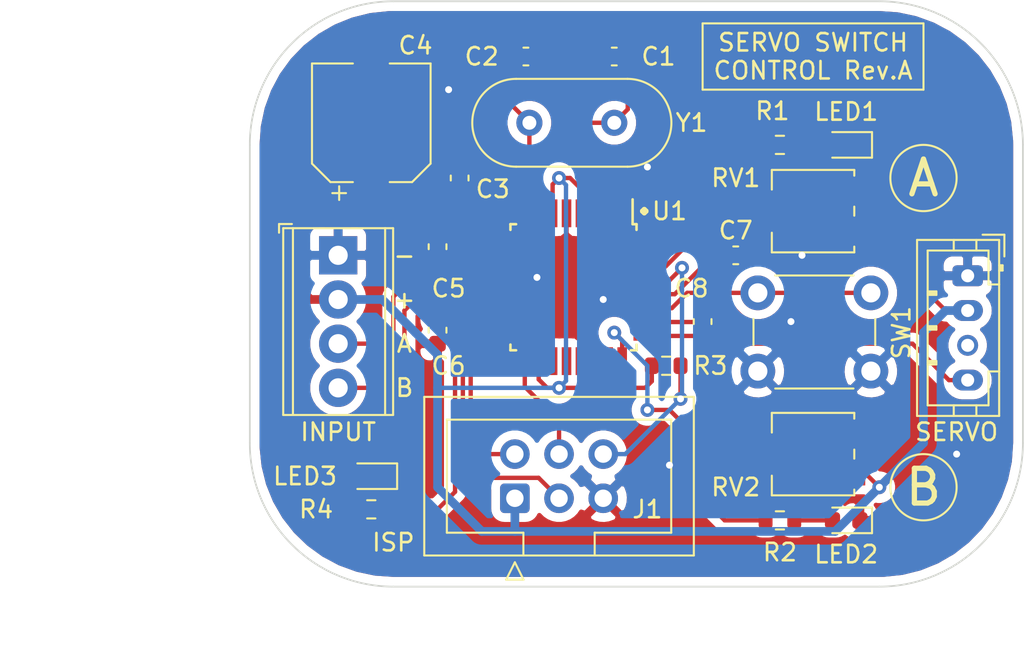
<source format=kicad_pcb>
(kicad_pcb (version 20171130) (host pcbnew "(5.1.9)-1")

  (general
    (thickness 1.6)
    (drawings 27)
    (tracks 164)
    (zones 0)
    (modules 23)
    (nets 21)
  )

  (page A4)
  (layers
    (0 F.Cu signal)
    (31 B.Cu signal)
    (32 B.Adhes user)
    (33 F.Adhes user)
    (34 B.Paste user)
    (35 F.Paste user)
    (36 B.SilkS user)
    (37 F.SilkS user)
    (38 B.Mask user)
    (39 F.Mask user)
    (40 Dwgs.User user)
    (41 Cmts.User user)
    (42 Eco1.User user)
    (43 Eco2.User user)
    (44 Edge.Cuts user)
    (45 Margin user)
    (46 B.CrtYd user)
    (47 F.CrtYd user hide)
    (48 B.Fab user)
    (49 F.Fab user hide)
  )

  (setup
    (last_trace_width 0.25)
    (user_trace_width 0.5)
    (user_trace_width 1)
    (trace_clearance 0.2)
    (zone_clearance 0.508)
    (zone_45_only no)
    (trace_min 0.25)
    (via_size 0.8)
    (via_drill 0.4)
    (via_min_size 0.3)
    (via_min_drill 0.3)
    (uvia_size 0.3)
    (uvia_drill 0.1)
    (uvias_allowed no)
    (uvia_min_size 0.3)
    (uvia_min_drill 0.1)
    (edge_width 0.05)
    (segment_width 0.2)
    (pcb_text_width 0.3)
    (pcb_text_size 1.5 1.5)
    (mod_edge_width 0.12)
    (mod_text_size 1 1)
    (mod_text_width 0.15)
    (pad_size 2.2 2.2)
    (pad_drill 1.1)
    (pad_to_mask_clearance 0)
    (aux_axis_origin 90.17 117.475)
    (grid_origin 90.17 117.475)
    (visible_elements 7FFFFFFF)
    (pcbplotparams
      (layerselection 0x010fc_ffffffff)
      (usegerberextensions true)
      (usegerberattributes false)
      (usegerberadvancedattributes false)
      (creategerberjobfile false)
      (excludeedgelayer true)
      (linewidth 0.100000)
      (plotframeref false)
      (viasonmask false)
      (mode 1)
      (useauxorigin false)
      (hpglpennumber 1)
      (hpglpenspeed 20)
      (hpglpendiameter 15.000000)
      (psnegative false)
      (psa4output false)
      (plotreference true)
      (plotvalue true)
      (plotinvisibletext false)
      (padsonsilk false)
      (subtractmaskfromsilk false)
      (outputformat 1)
      (mirror false)
      (drillshape 0)
      (scaleselection 1)
      (outputdirectory "servo_driver"))
  )

  (net 0 "")
  (net 1 GND)
  (net 2 5V)
  (net 3 ~RST)
  (net 4 MOSI)
  (net 5 SCK)
  (net 6 MISO)
  (net 7 "Net-(LED2-Pad2)")
  (net 8 LED_A)
  (net 9 LED_B)
  (net 10 servo)
  (net 11 sig_B)
  (net 12 sig_A)
  (net 13 rv1)
  (net 14 rv2)
  (net 15 sig_T)
  (net 16 "Net-(LED1-Pad2)")
  (net 17 /XTAL1)
  (net 18 /XTAL2)
  (net 19 "Net-(LED3-Pad2)")
  (net 20 LED_C)

  (net_class Default "This is the default net class."
    (clearance 0.2)
    (trace_width 0.25)
    (via_dia 0.8)
    (via_drill 0.4)
    (uvia_dia 0.3)
    (uvia_drill 0.1)
    (add_net /XTAL1)
    (add_net /XTAL2)
    (add_net 5V)
    (add_net GND)
    (add_net LED_A)
    (add_net LED_B)
    (add_net LED_C)
    (add_net MISO)
    (add_net MOSI)
    (add_net "Net-(J3-Pad3)")
    (add_net "Net-(LED1-Pad2)")
    (add_net "Net-(LED2-Pad2)")
    (add_net "Net-(LED3-Pad2)")
    (add_net "Net-(U1-Pad1)")
    (add_net "Net-(U1-Pad10)")
    (add_net "Net-(U1-Pad11)")
    (add_net "Net-(U1-Pad19)")
    (add_net "Net-(U1-Pad2)")
    (add_net "Net-(U1-Pad20)")
    (add_net "Net-(U1-Pad22)")
    (add_net "Net-(U1-Pad23)")
    (add_net "Net-(U1-Pad31)")
    (add_net "Net-(U1-Pad32)")
    (add_net "Net-(U1-Pad9)")
    (add_net SCK)
    (add_net rv1)
    (add_net rv2)
    (add_net servo)
    (add_net sig_A)
    (add_net sig_B)
    (add_net sig_T)
    (add_net ~RST)
  )

  (module Connector_IDC:IDC-Header_2x03_P2.54mm_Vertical (layer F.Cu) (tedit 5EAC9A07) (tstamp 608EDB1A)
    (at 122.555 108.585 90)
    (descr "Through hole IDC box header, 2x03, 2.54mm pitch, DIN 41651 / IEC 60603-13, double rows, https://docs.google.com/spreadsheets/d/16SsEcesNF15N3Lb4niX7dcUr-NY5_MFPQhobNuNppn4/edit#gid=0")
    (tags "Through hole vertical IDC box header THT 2x03 2.54mm double row")
    (path /608F4114)
    (fp_text reference J1 (at -0.635 7.62 180) (layer F.SilkS)
      (effects (font (size 1 1) (thickness 0.15)))
    )
    (fp_text value AVR-ISP-6 (at 1.27 11.18 90) (layer F.Fab)
      (effects (font (size 1 1) (thickness 0.15)))
    )
    (fp_text user %R (at 1.27 2.54) (layer F.Fab)
      (effects (font (size 1 1) (thickness 0.15)))
    )
    (fp_line (start -3.18 -4.1) (end -2.18 -5.1) (layer F.Fab) (width 0.1))
    (fp_line (start -2.18 -5.1) (end 5.72 -5.1) (layer F.Fab) (width 0.1))
    (fp_line (start 5.72 -5.1) (end 5.72 10.18) (layer F.Fab) (width 0.1))
    (fp_line (start 5.72 10.18) (end -3.18 10.18) (layer F.Fab) (width 0.1))
    (fp_line (start -3.18 10.18) (end -3.18 -4.1) (layer F.Fab) (width 0.1))
    (fp_line (start -3.18 0.49) (end -1.98 0.49) (layer F.Fab) (width 0.1))
    (fp_line (start -1.98 0.49) (end -1.98 -3.91) (layer F.Fab) (width 0.1))
    (fp_line (start -1.98 -3.91) (end 4.52 -3.91) (layer F.Fab) (width 0.1))
    (fp_line (start 4.52 -3.91) (end 4.52 8.99) (layer F.Fab) (width 0.1))
    (fp_line (start 4.52 8.99) (end -1.98 8.99) (layer F.Fab) (width 0.1))
    (fp_line (start -1.98 8.99) (end -1.98 4.59) (layer F.Fab) (width 0.1))
    (fp_line (start -1.98 4.59) (end -1.98 4.59) (layer F.Fab) (width 0.1))
    (fp_line (start -1.98 4.59) (end -3.18 4.59) (layer F.Fab) (width 0.1))
    (fp_line (start -3.29 -5.21) (end 5.83 -5.21) (layer F.SilkS) (width 0.12))
    (fp_line (start 5.83 -5.21) (end 5.83 10.29) (layer F.SilkS) (width 0.12))
    (fp_line (start 5.83 10.29) (end -3.29 10.29) (layer F.SilkS) (width 0.12))
    (fp_line (start -3.29 10.29) (end -3.29 -5.21) (layer F.SilkS) (width 0.12))
    (fp_line (start -3.29 0.49) (end -1.98 0.49) (layer F.SilkS) (width 0.12))
    (fp_line (start -1.98 0.49) (end -1.98 -3.91) (layer F.SilkS) (width 0.12))
    (fp_line (start -1.98 -3.91) (end 4.52 -3.91) (layer F.SilkS) (width 0.12))
    (fp_line (start 4.52 -3.91) (end 4.52 8.99) (layer F.SilkS) (width 0.12))
    (fp_line (start 4.52 8.99) (end -1.98 8.99) (layer F.SilkS) (width 0.12))
    (fp_line (start -1.98 8.99) (end -1.98 4.59) (layer F.SilkS) (width 0.12))
    (fp_line (start -1.98 4.59) (end -1.98 4.59) (layer F.SilkS) (width 0.12))
    (fp_line (start -1.98 4.59) (end -3.29 4.59) (layer F.SilkS) (width 0.12))
    (fp_line (start -3.68 0) (end -4.68 -0.5) (layer F.SilkS) (width 0.12))
    (fp_line (start -4.68 -0.5) (end -4.68 0.5) (layer F.SilkS) (width 0.12))
    (fp_line (start -4.68 0.5) (end -3.68 0) (layer F.SilkS) (width 0.12))
    (fp_line (start -3.68 -5.6) (end -3.68 10.69) (layer F.CrtYd) (width 0.05))
    (fp_line (start -3.68 10.69) (end 6.22 10.69) (layer F.CrtYd) (width 0.05))
    (fp_line (start 6.22 10.69) (end 6.22 -5.6) (layer F.CrtYd) (width 0.05))
    (fp_line (start 6.22 -5.6) (end -3.68 -5.6) (layer F.CrtYd) (width 0.05))
    (pad 6 thru_hole circle (at 2.54 5.08 90) (size 1.7 1.7) (drill 1) (layers *.Cu *.Mask)
      (net 3 ~RST))
    (pad 4 thru_hole circle (at 2.54 2.54 90) (size 1.7 1.7) (drill 1) (layers *.Cu *.Mask)
      (net 5 SCK))
    (pad 2 thru_hole circle (at 2.54 0 90) (size 1.7 1.7) (drill 1) (layers *.Cu *.Mask)
      (net 6 MISO))
    (pad 5 thru_hole circle (at 0 5.08 90) (size 1.7 1.7) (drill 1) (layers *.Cu *.Mask)
      (net 1 GND))
    (pad 3 thru_hole circle (at 0 2.54 90) (size 1.7 1.7) (drill 1) (layers *.Cu *.Mask)
      (net 4 MOSI))
    (pad 1 thru_hole roundrect (at 0 0 90) (size 1.7 1.7) (drill 1) (layers *.Cu *.Mask) (roundrect_rratio 0.1470588235294118)
      (net 2 5V))
    (model ${KISYS3DMOD}/Connector_IDC.3dshapes/IDC-Header_2x03_P2.54mm_Vertical.wrl
      (at (xyz 0 0 0))
      (scale (xyz 1 1 1))
      (rotate (xyz 0 0 0))
    )
  )

  (module Resistor_SMD:R_0603_1608Metric (layer F.Cu) (tedit 5F68FEEE) (tstamp 61B5C183)
    (at 114.3 109.22)
    (descr "Resistor SMD 0603 (1608 Metric), square (rectangular) end terminal, IPC_7351 nominal, (Body size source: IPC-SM-782 page 72, https://www.pcb-3d.com/wordpress/wp-content/uploads/ipc-sm-782a_amendment_1_and_2.pdf), generated with kicad-footprint-generator")
    (tags resistor)
    (path /61BB6636)
    (attr smd)
    (fp_text reference R4 (at -3.175 0) (layer F.SilkS)
      (effects (font (size 1 1) (thickness 0.15)))
    )
    (fp_text value 10k (at 0 1.43) (layer F.Fab)
      (effects (font (size 1 1) (thickness 0.15)))
    )
    (fp_text user %R (at 0 0) (layer F.Fab)
      (effects (font (size 0.4 0.4) (thickness 0.06)))
    )
    (fp_line (start -0.8 0.4125) (end -0.8 -0.4125) (layer F.Fab) (width 0.1))
    (fp_line (start -0.8 -0.4125) (end 0.8 -0.4125) (layer F.Fab) (width 0.1))
    (fp_line (start 0.8 -0.4125) (end 0.8 0.4125) (layer F.Fab) (width 0.1))
    (fp_line (start 0.8 0.4125) (end -0.8 0.4125) (layer F.Fab) (width 0.1))
    (fp_line (start -0.237258 -0.5225) (end 0.237258 -0.5225) (layer F.SilkS) (width 0.12))
    (fp_line (start -0.237258 0.5225) (end 0.237258 0.5225) (layer F.SilkS) (width 0.12))
    (fp_line (start -1.48 0.73) (end -1.48 -0.73) (layer F.CrtYd) (width 0.05))
    (fp_line (start -1.48 -0.73) (end 1.48 -0.73) (layer F.CrtYd) (width 0.05))
    (fp_line (start 1.48 -0.73) (end 1.48 0.73) (layer F.CrtYd) (width 0.05))
    (fp_line (start 1.48 0.73) (end -1.48 0.73) (layer F.CrtYd) (width 0.05))
    (pad 2 smd roundrect (at 0.825 0) (size 0.8 0.95) (layers F.Cu F.Paste F.Mask) (roundrect_rratio 0.25)
      (net 20 LED_C))
    (pad 1 smd roundrect (at -0.825 0) (size 0.8 0.95) (layers F.Cu F.Paste F.Mask) (roundrect_rratio 0.25)
      (net 19 "Net-(LED3-Pad2)"))
    (model ${KISYS3DMOD}/Resistor_SMD.3dshapes/R_0603_1608Metric.wrl
      (at (xyz 0 0 0))
      (scale (xyz 1 1 1))
      (rotate (xyz 0 0 0))
    )
  )

  (module LED_SMD:LED_0603_1608Metric (layer F.Cu) (tedit 5F68FEF1) (tstamp 61B5C112)
    (at 114.3 107.315 180)
    (descr "LED SMD 0603 (1608 Metric), square (rectangular) end terminal, IPC_7351 nominal, (Body size source: http://www.tortai-tech.com/upload/download/2011102023233369053.pdf), generated with kicad-footprint-generator")
    (tags LED)
    (path /61BB663C)
    (attr smd)
    (fp_text reference LED3 (at 3.81 0) (layer F.SilkS)
      (effects (font (size 1 1) (thickness 0.15)))
    )
    (fp_text value LED (at 0 1.43) (layer F.Fab)
      (effects (font (size 1 1) (thickness 0.15)))
    )
    (fp_text user %R (at 0 0) (layer F.Fab)
      (effects (font (size 0.4 0.4) (thickness 0.06)))
    )
    (fp_line (start 0.8 -0.4) (end -0.5 -0.4) (layer F.Fab) (width 0.1))
    (fp_line (start -0.5 -0.4) (end -0.8 -0.1) (layer F.Fab) (width 0.1))
    (fp_line (start -0.8 -0.1) (end -0.8 0.4) (layer F.Fab) (width 0.1))
    (fp_line (start -0.8 0.4) (end 0.8 0.4) (layer F.Fab) (width 0.1))
    (fp_line (start 0.8 0.4) (end 0.8 -0.4) (layer F.Fab) (width 0.1))
    (fp_line (start 0.8 -0.735) (end -1.485 -0.735) (layer F.SilkS) (width 0.12))
    (fp_line (start -1.485 -0.735) (end -1.485 0.735) (layer F.SilkS) (width 0.12))
    (fp_line (start -1.485 0.735) (end 0.8 0.735) (layer F.SilkS) (width 0.12))
    (fp_line (start -1.48 0.73) (end -1.48 -0.73) (layer F.CrtYd) (width 0.05))
    (fp_line (start -1.48 -0.73) (end 1.48 -0.73) (layer F.CrtYd) (width 0.05))
    (fp_line (start 1.48 -0.73) (end 1.48 0.73) (layer F.CrtYd) (width 0.05))
    (fp_line (start 1.48 0.73) (end -1.48 0.73) (layer F.CrtYd) (width 0.05))
    (pad 2 smd roundrect (at 0.7875 0 180) (size 0.875 0.95) (layers F.Cu F.Paste F.Mask) (roundrect_rratio 0.25)
      (net 19 "Net-(LED3-Pad2)"))
    (pad 1 smd roundrect (at -0.7875 0 180) (size 0.875 0.95) (layers F.Cu F.Paste F.Mask) (roundrect_rratio 0.25)
      (net 1 GND))
    (model ${KISYS3DMOD}/LED_SMD.3dshapes/LED_0603_1608Metric.wrl
      (at (xyz 0 0 0))
      (scale (xyz 1 1 1))
      (rotate (xyz 0 0 0))
    )
  )

  (module Capacitor_SMD:C_0603_1608Metric (layer F.Cu) (tedit 5F68FEEE) (tstamp 61B5A41F)
    (at 133.35 98.425 90)
    (descr "Capacitor SMD 0603 (1608 Metric), square (rectangular) end terminal, IPC_7351 nominal, (Body size source: IPC-SM-782 page 76, https://www.pcb-3d.com/wordpress/wp-content/uploads/ipc-sm-782a_amendment_1_and_2.pdf), generated with kicad-footprint-generator")
    (tags capacitor)
    (path /61BAC576)
    (attr smd)
    (fp_text reference C8 (at 1.905 -0.635 180) (layer F.SilkS)
      (effects (font (size 1 1) (thickness 0.15)))
    )
    (fp_text value 100nF (at 0 1.43 90) (layer F.Fab)
      (effects (font (size 1 1) (thickness 0.15)))
    )
    (fp_text user %R (at 0 0 90) (layer F.Fab)
      (effects (font (size 0.4 0.4) (thickness 0.06)))
    )
    (fp_line (start -0.8 0.4) (end -0.8 -0.4) (layer F.Fab) (width 0.1))
    (fp_line (start -0.8 -0.4) (end 0.8 -0.4) (layer F.Fab) (width 0.1))
    (fp_line (start 0.8 -0.4) (end 0.8 0.4) (layer F.Fab) (width 0.1))
    (fp_line (start 0.8 0.4) (end -0.8 0.4) (layer F.Fab) (width 0.1))
    (fp_line (start -0.14058 -0.51) (end 0.14058 -0.51) (layer F.SilkS) (width 0.12))
    (fp_line (start -0.14058 0.51) (end 0.14058 0.51) (layer F.SilkS) (width 0.12))
    (fp_line (start -1.48 0.73) (end -1.48 -0.73) (layer F.CrtYd) (width 0.05))
    (fp_line (start -1.48 -0.73) (end 1.48 -0.73) (layer F.CrtYd) (width 0.05))
    (fp_line (start 1.48 -0.73) (end 1.48 0.73) (layer F.CrtYd) (width 0.05))
    (fp_line (start 1.48 0.73) (end -1.48 0.73) (layer F.CrtYd) (width 0.05))
    (pad 2 smd roundrect (at 0.775 0 90) (size 0.9 0.95) (layers F.Cu F.Paste F.Mask) (roundrect_rratio 0.25)
      (net 1 GND))
    (pad 1 smd roundrect (at -0.775 0 90) (size 0.9 0.95) (layers F.Cu F.Paste F.Mask) (roundrect_rratio 0.25)
      (net 14 rv2))
    (model ${KISYS3DMOD}/Capacitor_SMD.3dshapes/C_0603_1608Metric.wrl
      (at (xyz 0 0 0))
      (scale (xyz 1 1 1))
      (rotate (xyz 0 0 0))
    )
  )

  (module Capacitor_SMD:C_0603_1608Metric (layer F.Cu) (tedit 5F68FEEE) (tstamp 61B5A40E)
    (at 135.255 94.615)
    (descr "Capacitor SMD 0603 (1608 Metric), square (rectangular) end terminal, IPC_7351 nominal, (Body size source: IPC-SM-782 page 76, https://www.pcb-3d.com/wordpress/wp-content/uploads/ipc-sm-782a_amendment_1_and_2.pdf), generated with kicad-footprint-generator")
    (tags capacitor)
    (path /61BAABF2)
    (attr smd)
    (fp_text reference C7 (at 0 -1.43) (layer F.SilkS)
      (effects (font (size 1 1) (thickness 0.15)))
    )
    (fp_text value 100nF (at 0 1.43) (layer F.Fab)
      (effects (font (size 1 1) (thickness 0.15)))
    )
    (fp_text user %R (at 0 0) (layer F.Fab)
      (effects (font (size 0.4 0.4) (thickness 0.06)))
    )
    (fp_line (start -0.8 0.4) (end -0.8 -0.4) (layer F.Fab) (width 0.1))
    (fp_line (start -0.8 -0.4) (end 0.8 -0.4) (layer F.Fab) (width 0.1))
    (fp_line (start 0.8 -0.4) (end 0.8 0.4) (layer F.Fab) (width 0.1))
    (fp_line (start 0.8 0.4) (end -0.8 0.4) (layer F.Fab) (width 0.1))
    (fp_line (start -0.14058 -0.51) (end 0.14058 -0.51) (layer F.SilkS) (width 0.12))
    (fp_line (start -0.14058 0.51) (end 0.14058 0.51) (layer F.SilkS) (width 0.12))
    (fp_line (start -1.48 0.73) (end -1.48 -0.73) (layer F.CrtYd) (width 0.05))
    (fp_line (start -1.48 -0.73) (end 1.48 -0.73) (layer F.CrtYd) (width 0.05))
    (fp_line (start 1.48 -0.73) (end 1.48 0.73) (layer F.CrtYd) (width 0.05))
    (fp_line (start 1.48 0.73) (end -1.48 0.73) (layer F.CrtYd) (width 0.05))
    (pad 2 smd roundrect (at 0.775 0) (size 0.9 0.95) (layers F.Cu F.Paste F.Mask) (roundrect_rratio 0.25)
      (net 1 GND))
    (pad 1 smd roundrect (at -0.775 0) (size 0.9 0.95) (layers F.Cu F.Paste F.Mask) (roundrect_rratio 0.25)
      (net 13 rv1))
    (model ${KISYS3DMOD}/Capacitor_SMD.3dshapes/C_0603_1608Metric.wrl
      (at (xyz 0 0 0))
      (scale (xyz 1 1 1))
      (rotate (xyz 0 0 0))
    )
  )

  (module Package_QFP:TQFP-32_7x7mm_P0.8mm (layer F.Cu) (tedit 5A02F146) (tstamp 608EE135)
    (at 125.925 96.45 270)
    (descr "32-Lead Plastic Thin Quad Flatpack (PT) - 7x7x1.0 mm Body, 2.00 mm [TQFP] (see Microchip Packaging Specification 00000049BS.pdf)")
    (tags "QFP 0.8")
    (path /608DA7CF)
    (attr smd)
    (fp_text reference U1 (at -4.375 -5.52 180) (layer F.SilkS)
      (effects (font (size 1 1) (thickness 0.15)))
    )
    (fp_text value ATmega328P-AU (at 0 6.05 90) (layer F.Fab)
      (effects (font (size 1 1) (thickness 0.15)))
    )
    (fp_line (start -3.625 -3.4) (end -5.05 -3.4) (layer F.SilkS) (width 0.15))
    (fp_line (start 3.625 -3.625) (end 3.3 -3.625) (layer F.SilkS) (width 0.15))
    (fp_line (start 3.625 3.625) (end 3.3 3.625) (layer F.SilkS) (width 0.15))
    (fp_line (start -3.625 3.625) (end -3.3 3.625) (layer F.SilkS) (width 0.15))
    (fp_line (start -3.625 -3.625) (end -3.3 -3.625) (layer F.SilkS) (width 0.15))
    (fp_line (start -3.625 3.625) (end -3.625 3.3) (layer F.SilkS) (width 0.15))
    (fp_line (start 3.625 3.625) (end 3.625 3.3) (layer F.SilkS) (width 0.15))
    (fp_line (start 3.625 -3.625) (end 3.625 -3.3) (layer F.SilkS) (width 0.15))
    (fp_line (start -3.625 -3.625) (end -3.625 -3.4) (layer F.SilkS) (width 0.15))
    (fp_line (start -5.3 5.3) (end 5.3 5.3) (layer F.CrtYd) (width 0.05))
    (fp_line (start -5.3 -5.3) (end 5.3 -5.3) (layer F.CrtYd) (width 0.05))
    (fp_line (start 5.3 -5.3) (end 5.3 5.3) (layer F.CrtYd) (width 0.05))
    (fp_line (start -5.3 -5.3) (end -5.3 5.3) (layer F.CrtYd) (width 0.05))
    (fp_line (start -3.5 -2.5) (end -2.5 -3.5) (layer F.Fab) (width 0.15))
    (fp_line (start -3.5 3.5) (end -3.5 -2.5) (layer F.Fab) (width 0.15))
    (fp_line (start 3.5 3.5) (end -3.5 3.5) (layer F.Fab) (width 0.15))
    (fp_line (start 3.5 -3.5) (end 3.5 3.5) (layer F.Fab) (width 0.15))
    (fp_line (start -2.5 -3.5) (end 3.5 -3.5) (layer F.Fab) (width 0.15))
    (fp_text user %R (at 0 0 90) (layer F.Fab)
      (effects (font (size 1 1) (thickness 0.15)))
    )
    (pad 32 smd rect (at -2.8 -4.25) (size 1.6 0.55) (layers F.Cu F.Paste F.Mask))
    (pad 31 smd rect (at -2 -4.25) (size 1.6 0.55) (layers F.Cu F.Paste F.Mask))
    (pad 30 smd rect (at -1.2 -4.25) (size 1.6 0.55) (layers F.Cu F.Paste F.Mask)
      (net 8 LED_A))
    (pad 29 smd rect (at -0.4 -4.25) (size 1.6 0.55) (layers F.Cu F.Paste F.Mask)
      (net 3 ~RST))
    (pad 28 smd rect (at 0.4 -4.25) (size 1.6 0.55) (layers F.Cu F.Paste F.Mask)
      (net 13 rv1))
    (pad 27 smd rect (at 1.2 -4.25) (size 1.6 0.55) (layers F.Cu F.Paste F.Mask)
      (net 15 sig_T))
    (pad 26 smd rect (at 2 -4.25) (size 1.6 0.55) (layers F.Cu F.Paste F.Mask)
      (net 10 servo))
    (pad 25 smd rect (at 2.8 -4.25) (size 1.6 0.55) (layers F.Cu F.Paste F.Mask)
      (net 14 rv2))
    (pad 24 smd rect (at 4.25 -2.8 270) (size 1.6 0.55) (layers F.Cu F.Paste F.Mask)
      (net 9 LED_B))
    (pad 23 smd rect (at 4.25 -2 270) (size 1.6 0.55) (layers F.Cu F.Paste F.Mask))
    (pad 22 smd rect (at 4.25 -1.2 270) (size 1.6 0.55) (layers F.Cu F.Paste F.Mask))
    (pad 21 smd rect (at 4.25 -0.4 270) (size 1.6 0.55) (layers F.Cu F.Paste F.Mask)
      (net 1 GND))
    (pad 20 smd rect (at 4.25 0.4 270) (size 1.6 0.55) (layers F.Cu F.Paste F.Mask))
    (pad 19 smd rect (at 4.25 1.2 270) (size 1.6 0.55) (layers F.Cu F.Paste F.Mask))
    (pad 18 smd rect (at 4.25 2 270) (size 1.6 0.55) (layers F.Cu F.Paste F.Mask)
      (net 2 5V))
    (pad 17 smd rect (at 4.25 2.8 270) (size 1.6 0.55) (layers F.Cu F.Paste F.Mask)
      (net 5 SCK))
    (pad 16 smd rect (at 2.8 4.25) (size 1.6 0.55) (layers F.Cu F.Paste F.Mask)
      (net 6 MISO))
    (pad 15 smd rect (at 2 4.25) (size 1.6 0.55) (layers F.Cu F.Paste F.Mask)
      (net 4 MOSI))
    (pad 14 smd rect (at 1.2 4.25) (size 1.6 0.55) (layers F.Cu F.Paste F.Mask)
      (net 20 LED_C))
    (pad 13 smd rect (at 0.4 4.25) (size 1.6 0.55) (layers F.Cu F.Paste F.Mask)
      (net 11 sig_B))
    (pad 12 smd rect (at -0.4 4.25) (size 1.6 0.55) (layers F.Cu F.Paste F.Mask)
      (net 12 sig_A))
    (pad 11 smd rect (at -1.2 4.25) (size 1.6 0.55) (layers F.Cu F.Paste F.Mask))
    (pad 10 smd rect (at -2 4.25) (size 1.6 0.55) (layers F.Cu F.Paste F.Mask))
    (pad 9 smd rect (at -2.8 4.25) (size 1.6 0.55) (layers F.Cu F.Paste F.Mask))
    (pad 8 smd rect (at -4.25 2.8 270) (size 1.6 0.55) (layers F.Cu F.Paste F.Mask)
      (net 18 /XTAL2))
    (pad 7 smd rect (at -4.25 2 270) (size 1.6 0.55) (layers F.Cu F.Paste F.Mask)
      (net 17 /XTAL1))
    (pad 6 smd rect (at -4.25 1.2 270) (size 1.6 0.55) (layers F.Cu F.Paste F.Mask)
      (net 2 5V))
    (pad 5 smd rect (at -4.25 0.4 270) (size 1.6 0.55) (layers F.Cu F.Paste F.Mask)
      (net 1 GND))
    (pad 4 smd rect (at -4.25 -0.4 270) (size 1.6 0.55) (layers F.Cu F.Paste F.Mask)
      (net 2 5V))
    (pad 3 smd rect (at -4.25 -1.2 270) (size 1.6 0.55) (layers F.Cu F.Paste F.Mask)
      (net 1 GND))
    (pad 2 smd rect (at -4.25 -2 270) (size 1.6 0.55) (layers F.Cu F.Paste F.Mask))
    (pad 1 smd rect (at -4.25 -2.8 270) (size 1.6 0.55) (layers F.Cu F.Paste F.Mask))
    (model ${KISYS3DMOD}/Package_QFP.3dshapes/TQFP-32_7x7mm_P0.8mm.wrl
      (at (xyz 0 0 0))
      (scale (xyz 1 1 1))
      (rotate (xyz 0 0 0))
    )
  )

  (module TerminalBlock_Phoenix:TerminalBlock_Phoenix_MPT-0,5-4-2.54_1x04_P2.54mm_Horizontal (layer F.Cu) (tedit 61B50130) (tstamp 61B23456)
    (at 112.395 94.615 270)
    (descr "Terminal Block Phoenix MPT-0,5-4-2.54, 4 pins, pitch 2.54mm, size 10.6x6.2mm^2, drill diamater 1.1mm, pad diameter 2.2mm, see http://www.mouser.com/ds/2/324/ItemDetail_1725672-916605.pdf, script-generated using https://github.com/pointhi/kicad-footprint-generator/scripts/TerminalBlock_Phoenix")
    (tags "THT Terminal Block Phoenix MPT-0,5-4-2.54 pitch 2.54mm size 10.6x6.2mm^2 drill 1.1mm pad 2.2mm")
    (path /61B39B40)
    (fp_text reference J2 (at 10.795 0) (layer Dwgs.User)
      (effects (font (size 1 1) (thickness 0.15)))
    )
    (fp_text value Screw_Terminal_01x04 (at 3.81 4.16 90) (layer F.Fab)
      (effects (font (size 1 1) (thickness 0.15)))
    )
    (fp_line (start 9.63 -3.6) (end -2 -3.6) (layer F.CrtYd) (width 0.05))
    (fp_line (start 9.63 3.6) (end 9.63 -3.6) (layer F.CrtYd) (width 0.05))
    (fp_line (start -2 3.6) (end 9.63 3.6) (layer F.CrtYd) (width 0.05))
    (fp_line (start -2 -3.6) (end -2 3.6) (layer F.CrtYd) (width 0.05))
    (fp_line (start -1.8 3.4) (end -1.3 3.4) (layer F.SilkS) (width 0.12))
    (fp_line (start -1.8 2.66) (end -1.8 3.4) (layer F.SilkS) (width 0.12))
    (fp_line (start 8.321 -0.835) (end 6.786 0.7) (layer F.Fab) (width 0.1))
    (fp_line (start 8.455 -0.7) (end 6.92 0.835) (layer F.Fab) (width 0.1))
    (fp_line (start 5.781 -0.835) (end 4.246 0.7) (layer F.Fab) (width 0.1))
    (fp_line (start 5.915 -0.7) (end 4.38 0.835) (layer F.Fab) (width 0.1))
    (fp_line (start 3.241 -0.835) (end 1.706 0.7) (layer F.Fab) (width 0.1))
    (fp_line (start 3.375 -0.7) (end 1.84 0.835) (layer F.Fab) (width 0.1))
    (fp_line (start 0.701 -0.835) (end -0.835 0.7) (layer F.Fab) (width 0.1))
    (fp_line (start 0.835 -0.7) (end -0.701 0.835) (layer F.Fab) (width 0.1))
    (fp_line (start 9.18 -3.16) (end 9.18 3.16) (layer F.SilkS) (width 0.12))
    (fp_line (start -1.56 -3.16) (end -1.56 3.16) (layer F.SilkS) (width 0.12))
    (fp_line (start -1.56 3.16) (end 9.18 3.16) (layer F.SilkS) (width 0.12))
    (fp_line (start -1.56 -3.16) (end 9.18 -3.16) (layer F.SilkS) (width 0.12))
    (fp_line (start -1.56 -2.7) (end 9.18 -2.7) (layer F.SilkS) (width 0.12))
    (fp_line (start -1.5 -2.7) (end 9.12 -2.7) (layer F.Fab) (width 0.1))
    (fp_line (start -1.56 2.6) (end 9.18 2.6) (layer F.SilkS) (width 0.12))
    (fp_line (start -1.5 2.6) (end 9.12 2.6) (layer F.Fab) (width 0.1))
    (fp_line (start -1.5 2.6) (end -1.5 -3.1) (layer F.Fab) (width 0.1))
    (fp_line (start -1 3.1) (end -1.5 2.6) (layer F.Fab) (width 0.1))
    (fp_line (start 9.12 3.1) (end -1 3.1) (layer F.Fab) (width 0.1))
    (fp_line (start 9.12 -3.1) (end 9.12 3.1) (layer F.Fab) (width 0.1))
    (fp_line (start -1.5 -3.1) (end 9.12 -3.1) (layer F.Fab) (width 0.1))
    (fp_circle (center 7.62 0) (end 8.72 0) (layer F.Fab) (width 0.1))
    (fp_circle (center 5.08 0) (end 6.18 0) (layer F.Fab) (width 0.1))
    (fp_circle (center 2.54 0) (end 3.64 0) (layer F.Fab) (width 0.1))
    (fp_circle (center 0 0) (end 1.1 0) (layer F.Fab) (width 0.1))
    (fp_text user %R (at 3.81 2 90) (layer F.Fab)
      (effects (font (size 1 1) (thickness 0.15)))
    )
    (pad 4 thru_hole circle (at 7.62 0 270) (size 2.2 2.2) (drill 1.1) (layers *.Cu *.Mask)
      (net 11 sig_B))
    (pad 3 thru_hole circle (at 5.08 0 270) (size 2.2 2.2) (drill 1.1) (layers *.Cu *.Mask)
      (net 12 sig_A))
    (pad 2 thru_hole circle (at 2.54 0 270) (size 2.2 2.2) (drill 1.1) (layers *.Cu *.Mask)
      (net 2 5V))
    (pad 1 thru_hole rect (at 0 0 270) (size 2.2 2.2) (drill 1.1) (layers *.Cu *.Mask)
      (net 1 GND))
    (model ${KISYS3DMOD}/TerminalBlock_Phoenix.3dshapes/TerminalBlock_Phoenix_MPT-0,5-4-2.54_1x04_P2.54mm_Horizontal.wrl
      (at (xyz 0 0 0))
      (scale (xyz 1 1 1))
      (rotate (xyz 0 0 0))
    )
  )

  (module Crystal:Crystal_HC49-4H_Vertical (layer F.Cu) (tedit 5A1AD3B7) (tstamp 608EE1C4)
    (at 128.27 86.995 180)
    (descr "Crystal THT HC-49-4H http://5hertz.com/pdfs/04404_D.pdf")
    (tags "THT crystalHC-49-4H")
    (path /60BEF7B0)
    (fp_text reference Y1 (at -4.445 0) (layer F.SilkS)
      (effects (font (size 1 1) (thickness 0.15)))
    )
    (fp_text value 16MHz (at 2.44 3.525) (layer F.Fab)
      (effects (font (size 1 1) (thickness 0.15)))
    )
    (fp_line (start 8.5 -2.8) (end -3.6 -2.8) (layer F.CrtYd) (width 0.05))
    (fp_line (start 8.5 2.8) (end 8.5 -2.8) (layer F.CrtYd) (width 0.05))
    (fp_line (start -3.6 2.8) (end 8.5 2.8) (layer F.CrtYd) (width 0.05))
    (fp_line (start -3.6 -2.8) (end -3.6 2.8) (layer F.CrtYd) (width 0.05))
    (fp_line (start -0.76 2.525) (end 5.64 2.525) (layer F.SilkS) (width 0.12))
    (fp_line (start -0.76 -2.525) (end 5.64 -2.525) (layer F.SilkS) (width 0.12))
    (fp_line (start -0.56 2) (end 5.44 2) (layer F.Fab) (width 0.1))
    (fp_line (start -0.56 -2) (end 5.44 -2) (layer F.Fab) (width 0.1))
    (fp_line (start -0.76 2.325) (end 5.64 2.325) (layer F.Fab) (width 0.1))
    (fp_line (start -0.76 -2.325) (end 5.64 -2.325) (layer F.Fab) (width 0.1))
    (fp_arc (start 5.64 0) (end 5.64 -2.525) (angle 180) (layer F.SilkS) (width 0.12))
    (fp_arc (start -0.76 0) (end -0.76 -2.525) (angle -180) (layer F.SilkS) (width 0.12))
    (fp_arc (start 5.44 0) (end 5.44 -2) (angle 180) (layer F.Fab) (width 0.1))
    (fp_arc (start -0.56 0) (end -0.56 -2) (angle -180) (layer F.Fab) (width 0.1))
    (fp_arc (start 5.64 0) (end 5.64 -2.325) (angle 180) (layer F.Fab) (width 0.1))
    (fp_arc (start -0.76 0) (end -0.76 -2.325) (angle -180) (layer F.Fab) (width 0.1))
    (fp_text user %R (at 2.44 0) (layer F.Fab)
      (effects (font (size 1 1) (thickness 0.15)))
    )
    (pad 2 thru_hole circle (at 4.88 0 180) (size 1.5 1.5) (drill 0.8) (layers *.Cu *.Mask)
      (net 18 /XTAL2))
    (pad 1 thru_hole circle (at 0 0 180) (size 1.5 1.5) (drill 0.8) (layers *.Cu *.Mask)
      (net 17 /XTAL1))
    (model ${KISYS3DMOD}/Crystal.3dshapes/Crystal_HC49-4H_Vertical.wrl
      (at (xyz 0 0 0))
      (scale (xyz 1 1 1))
      (rotate (xyz 0 0 0))
    )
  )

  (module Button_Switch_THT:SW_PUSH_6mm_H7.3mm (layer F.Cu) (tedit 5A02FE31) (tstamp 61B257DA)
    (at 136.525 96.774)
    (descr "tactile push button, 6x6mm e.g. PHAP33xx series, height=7.3mm")
    (tags "tact sw push 6mm")
    (path /61B52358)
    (fp_text reference SW1 (at 8.255 2.286 270) (layer F.SilkS)
      (effects (font (size 1 1) (thickness 0.15)))
    )
    (fp_text value SW_Push (at 3.75 6.7) (layer F.Fab)
      (effects (font (size 1 1) (thickness 0.15)))
    )
    (fp_circle (center 3.25 2.25) (end 1.25 2.5) (layer F.Fab) (width 0.1))
    (fp_line (start 6.75 3) (end 6.75 1.5) (layer F.SilkS) (width 0.12))
    (fp_line (start 5.5 -1) (end 1 -1) (layer F.SilkS) (width 0.12))
    (fp_line (start -0.25 1.5) (end -0.25 3) (layer F.SilkS) (width 0.12))
    (fp_line (start 1 5.5) (end 5.5 5.5) (layer F.SilkS) (width 0.12))
    (fp_line (start 8 -1.25) (end 8 5.75) (layer F.CrtYd) (width 0.05))
    (fp_line (start 7.75 6) (end -1.25 6) (layer F.CrtYd) (width 0.05))
    (fp_line (start -1.5 5.75) (end -1.5 -1.25) (layer F.CrtYd) (width 0.05))
    (fp_line (start -1.25 -1.5) (end 7.75 -1.5) (layer F.CrtYd) (width 0.05))
    (fp_line (start -1.5 6) (end -1.25 6) (layer F.CrtYd) (width 0.05))
    (fp_line (start -1.5 5.75) (end -1.5 6) (layer F.CrtYd) (width 0.05))
    (fp_line (start -1.5 -1.5) (end -1.25 -1.5) (layer F.CrtYd) (width 0.05))
    (fp_line (start -1.5 -1.25) (end -1.5 -1.5) (layer F.CrtYd) (width 0.05))
    (fp_line (start 8 -1.5) (end 8 -1.25) (layer F.CrtYd) (width 0.05))
    (fp_line (start 7.75 -1.5) (end 8 -1.5) (layer F.CrtYd) (width 0.05))
    (fp_line (start 8 6) (end 8 5.75) (layer F.CrtYd) (width 0.05))
    (fp_line (start 7.75 6) (end 8 6) (layer F.CrtYd) (width 0.05))
    (fp_line (start 0.25 -0.75) (end 3.25 -0.75) (layer F.Fab) (width 0.1))
    (fp_line (start 0.25 5.25) (end 0.25 -0.75) (layer F.Fab) (width 0.1))
    (fp_line (start 6.25 5.25) (end 0.25 5.25) (layer F.Fab) (width 0.1))
    (fp_line (start 6.25 -0.75) (end 6.25 5.25) (layer F.Fab) (width 0.1))
    (fp_line (start 3.25 -0.75) (end 6.25 -0.75) (layer F.Fab) (width 0.1))
    (fp_text user %R (at 3.25 2.25) (layer F.Fab)
      (effects (font (size 1 1) (thickness 0.15)))
    )
    (pad 1 thru_hole circle (at 6.5 0 90) (size 2 2) (drill 1.1) (layers *.Cu *.Mask)
      (net 15 sig_T))
    (pad 2 thru_hole circle (at 6.5 4.5 90) (size 2 2) (drill 1.1) (layers *.Cu *.Mask)
      (net 1 GND))
    (pad 1 thru_hole circle (at 0 0 90) (size 2 2) (drill 1.1) (layers *.Cu *.Mask)
      (net 15 sig_T))
    (pad 2 thru_hole circle (at 0 4.5 90) (size 2 2) (drill 1.1) (layers *.Cu *.Mask)
      (net 1 GND))
    (model ${KISYS3DMOD}/Button_Switch_THT.3dshapes/SW_PUSH_6mm_H7.3mm.wrl
      (at (xyz 0 0 0))
      (scale (xyz 1 1 1))
      (rotate (xyz 0 0 0))
    )
  )

  (module Capacitor_SMD:C_0603_1608Metric (layer F.Cu) (tedit 5F68FEEE) (tstamp 61B283A2)
    (at 118.11 98.92 270)
    (descr "Capacitor SMD 0603 (1608 Metric), square (rectangular) end terminal, IPC_7351 nominal, (Body size source: IPC-SM-782 page 76, https://www.pcb-3d.com/wordpress/wp-content/uploads/ipc-sm-782a_amendment_1_and_2.pdf), generated with kicad-footprint-generator")
    (tags capacitor)
    (path /61B4BA34)
    (attr smd)
    (fp_text reference C6 (at 2.045 -0.635 180) (layer F.SilkS)
      (effects (font (size 1 1) (thickness 0.15)))
    )
    (fp_text value 100nF (at 0 1.43 90) (layer F.Fab)
      (effects (font (size 1 1) (thickness 0.15)))
    )
    (fp_line (start 1.48 0.73) (end -1.48 0.73) (layer F.CrtYd) (width 0.05))
    (fp_line (start 1.48 -0.73) (end 1.48 0.73) (layer F.CrtYd) (width 0.05))
    (fp_line (start -1.48 -0.73) (end 1.48 -0.73) (layer F.CrtYd) (width 0.05))
    (fp_line (start -1.48 0.73) (end -1.48 -0.73) (layer F.CrtYd) (width 0.05))
    (fp_line (start -0.14058 0.51) (end 0.14058 0.51) (layer F.SilkS) (width 0.12))
    (fp_line (start -0.14058 -0.51) (end 0.14058 -0.51) (layer F.SilkS) (width 0.12))
    (fp_line (start 0.8 0.4) (end -0.8 0.4) (layer F.Fab) (width 0.1))
    (fp_line (start 0.8 -0.4) (end 0.8 0.4) (layer F.Fab) (width 0.1))
    (fp_line (start -0.8 -0.4) (end 0.8 -0.4) (layer F.Fab) (width 0.1))
    (fp_line (start -0.8 0.4) (end -0.8 -0.4) (layer F.Fab) (width 0.1))
    (fp_text user %R (at 0 0 90) (layer F.Fab)
      (effects (font (size 0.4 0.4) (thickness 0.06)))
    )
    (pad 2 smd roundrect (at 0.775 0 270) (size 0.9 0.95) (layers F.Cu F.Paste F.Mask) (roundrect_rratio 0.25)
      (net 1 GND))
    (pad 1 smd roundrect (at -0.775 0 270) (size 0.9 0.95) (layers F.Cu F.Paste F.Mask) (roundrect_rratio 0.25)
      (net 11 sig_B))
    (model ${KISYS3DMOD}/Capacitor_SMD.3dshapes/C_0603_1608Metric.wrl
      (at (xyz 0 0 0))
      (scale (xyz 1 1 1))
      (rotate (xyz 0 0 0))
    )
  )

  (module Capacitor_SMD:C_0603_1608Metric (layer F.Cu) (tedit 5F68FEEE) (tstamp 61B5413B)
    (at 118.11 94.12 90)
    (descr "Capacitor SMD 0603 (1608 Metric), square (rectangular) end terminal, IPC_7351 nominal, (Body size source: IPC-SM-782 page 76, https://www.pcb-3d.com/wordpress/wp-content/uploads/ipc-sm-782a_amendment_1_and_2.pdf), generated with kicad-footprint-generator")
    (tags capacitor)
    (path /61B4AEDB)
    (attr smd)
    (fp_text reference C5 (at -2.4 0.635) (layer F.SilkS)
      (effects (font (size 1 1) (thickness 0.15)))
    )
    (fp_text value 100nF (at 0 1.43 90) (layer F.Fab)
      (effects (font (size 1 1) (thickness 0.15)))
    )
    (fp_line (start 1.48 0.73) (end -1.48 0.73) (layer F.CrtYd) (width 0.05))
    (fp_line (start 1.48 -0.73) (end 1.48 0.73) (layer F.CrtYd) (width 0.05))
    (fp_line (start -1.48 -0.73) (end 1.48 -0.73) (layer F.CrtYd) (width 0.05))
    (fp_line (start -1.48 0.73) (end -1.48 -0.73) (layer F.CrtYd) (width 0.05))
    (fp_line (start -0.14058 0.51) (end 0.14058 0.51) (layer F.SilkS) (width 0.12))
    (fp_line (start -0.14058 -0.51) (end 0.14058 -0.51) (layer F.SilkS) (width 0.12))
    (fp_line (start 0.8 0.4) (end -0.8 0.4) (layer F.Fab) (width 0.1))
    (fp_line (start 0.8 -0.4) (end 0.8 0.4) (layer F.Fab) (width 0.1))
    (fp_line (start -0.8 -0.4) (end 0.8 -0.4) (layer F.Fab) (width 0.1))
    (fp_line (start -0.8 0.4) (end -0.8 -0.4) (layer F.Fab) (width 0.1))
    (fp_text user %R (at 0 0 90) (layer F.Fab)
      (effects (font (size 0.4 0.4) (thickness 0.06)))
    )
    (pad 2 smd roundrect (at 0.775 0 90) (size 0.9 0.95) (layers F.Cu F.Paste F.Mask) (roundrect_rratio 0.25)
      (net 1 GND))
    (pad 1 smd roundrect (at -0.775 0 90) (size 0.9 0.95) (layers F.Cu F.Paste F.Mask) (roundrect_rratio 0.25)
      (net 12 sig_A))
    (model ${KISYS3DMOD}/Capacitor_SMD.3dshapes/C_0603_1608Metric.wrl
      (at (xyz 0 0 0))
      (scale (xyz 1 1 1))
      (rotate (xyz 0 0 0))
    )
  )

  (module Connector_JST:JST_PH_B4B-PH-K_1x04_P2.00mm_Vertical (layer F.Cu) (tedit 61B5011D) (tstamp 61B24D7F)
    (at 148.59 95.79 270)
    (descr "JST PH series connector, B4B-PH-K (http://www.jst-mfg.com/product/pdf/eng/ePH.pdf), generated with kicad-footprint-generator")
    (tags "connector JST PH side entry")
    (path /61B3E821)
    (fp_text reference J3 (at -3.715 0.635) (layer Dwgs.User)
      (effects (font (size 1 1) (thickness 0.15)))
    )
    (fp_text value Conn_01x04_Male (at 3 4 90) (layer F.Fab)
      (effects (font (size 1 1) (thickness 0.15)))
    )
    (fp_line (start 8.45 -2.2) (end -2.45 -2.2) (layer F.CrtYd) (width 0.05))
    (fp_line (start 8.45 3.3) (end 8.45 -2.2) (layer F.CrtYd) (width 0.05))
    (fp_line (start -2.45 3.3) (end 8.45 3.3) (layer F.CrtYd) (width 0.05))
    (fp_line (start -2.45 -2.2) (end -2.45 3.3) (layer F.CrtYd) (width 0.05))
    (fp_line (start 7.95 -1.7) (end -1.95 -1.7) (layer F.Fab) (width 0.1))
    (fp_line (start 7.95 2.8) (end 7.95 -1.7) (layer F.Fab) (width 0.1))
    (fp_line (start -1.95 2.8) (end 7.95 2.8) (layer F.Fab) (width 0.1))
    (fp_line (start -1.95 -1.7) (end -1.95 2.8) (layer F.Fab) (width 0.1))
    (fp_line (start -2.36 -2.11) (end -2.36 -0.86) (layer F.Fab) (width 0.1))
    (fp_line (start -1.11 -2.11) (end -2.36 -2.11) (layer F.Fab) (width 0.1))
    (fp_line (start -2.36 -2.11) (end -2.36 -0.86) (layer F.SilkS) (width 0.12))
    (fp_line (start -1.11 -2.11) (end -2.36 -2.11) (layer F.SilkS) (width 0.12))
    (fp_line (start 5 2.3) (end 5 1.8) (layer F.SilkS) (width 0.12))
    (fp_line (start 5.1 1.8) (end 5.1 2.3) (layer F.SilkS) (width 0.12))
    (fp_line (start 4.9 1.8) (end 5.1 1.8) (layer F.SilkS) (width 0.12))
    (fp_line (start 4.9 2.3) (end 4.9 1.8) (layer F.SilkS) (width 0.12))
    (fp_line (start 3 2.3) (end 3 1.8) (layer F.SilkS) (width 0.12))
    (fp_line (start 3.1 1.8) (end 3.1 2.3) (layer F.SilkS) (width 0.12))
    (fp_line (start 2.9 1.8) (end 3.1 1.8) (layer F.SilkS) (width 0.12))
    (fp_line (start 2.9 2.3) (end 2.9 1.8) (layer F.SilkS) (width 0.12))
    (fp_line (start 1 2.3) (end 1 1.8) (layer F.SilkS) (width 0.12))
    (fp_line (start 1.1 1.8) (end 1.1 2.3) (layer F.SilkS) (width 0.12))
    (fp_line (start 0.9 1.8) (end 1.1 1.8) (layer F.SilkS) (width 0.12))
    (fp_line (start 0.9 2.3) (end 0.9 1.8) (layer F.SilkS) (width 0.12))
    (fp_line (start 8.06 0.8) (end 7.45 0.8) (layer F.SilkS) (width 0.12))
    (fp_line (start 8.06 -0.5) (end 7.45 -0.5) (layer F.SilkS) (width 0.12))
    (fp_line (start -2.06 0.8) (end -1.45 0.8) (layer F.SilkS) (width 0.12))
    (fp_line (start -2.06 -0.5) (end -1.45 -0.5) (layer F.SilkS) (width 0.12))
    (fp_line (start 5.5 -1.2) (end 5.5 -1.81) (layer F.SilkS) (width 0.12))
    (fp_line (start 7.45 -1.2) (end 5.5 -1.2) (layer F.SilkS) (width 0.12))
    (fp_line (start 7.45 2.3) (end 7.45 -1.2) (layer F.SilkS) (width 0.12))
    (fp_line (start -1.45 2.3) (end 7.45 2.3) (layer F.SilkS) (width 0.12))
    (fp_line (start -1.45 -1.2) (end -1.45 2.3) (layer F.SilkS) (width 0.12))
    (fp_line (start 0.5 -1.2) (end -1.45 -1.2) (layer F.SilkS) (width 0.12))
    (fp_line (start 0.5 -1.81) (end 0.5 -1.2) (layer F.SilkS) (width 0.12))
    (fp_line (start -0.3 -1.91) (end -0.6 -1.91) (layer F.SilkS) (width 0.12))
    (fp_line (start -0.6 -2.01) (end -0.6 -1.81) (layer F.SilkS) (width 0.12))
    (fp_line (start -0.3 -2.01) (end -0.6 -2.01) (layer F.SilkS) (width 0.12))
    (fp_line (start -0.3 -1.81) (end -0.3 -2.01) (layer F.SilkS) (width 0.12))
    (fp_line (start 8.06 -1.81) (end -2.06 -1.81) (layer F.SilkS) (width 0.12))
    (fp_line (start 8.06 2.91) (end 8.06 -1.81) (layer F.SilkS) (width 0.12))
    (fp_line (start -2.06 2.91) (end 8.06 2.91) (layer F.SilkS) (width 0.12))
    (fp_line (start -2.06 -1.81) (end -2.06 2.91) (layer F.SilkS) (width 0.12))
    (fp_text user %R (at 3 1.5 90) (layer F.Fab)
      (effects (font (size 1 1) (thickness 0.15)))
    )
    (pad 4 thru_hole oval (at 6 0 270) (size 1.2 1.75) (drill 0.75) (layers *.Cu *.Mask)
      (net 10 servo))
    (pad 3 thru_hole circle (at 4 0 270) (size 1.2 1.2) (drill 0.75) (layers *.Cu *.Mask))
    (pad 2 thru_hole oval (at 2 0 270) (size 1.2 1.75) (drill 0.75) (layers *.Cu *.Mask)
      (net 2 5V))
    (pad 1 thru_hole roundrect (at 0 0 270) (size 1.2 1.75) (drill 0.75) (layers *.Cu *.Mask) (roundrect_rratio 0.2083325)
      (net 1 GND))
    (model ${KISYS3DMOD}/Connector_JST.3dshapes/JST_PH_B4B-PH-K_1x04_P2.00mm_Vertical.wrl
      (at (xyz 0 0 0))
      (scale (xyz 1 1 1))
      (rotate (xyz 0 0 0))
    )
  )

  (module Resistor_SMD:R_0603_1608Metric (layer F.Cu) (tedit 5F68FEEE) (tstamp 61B2221C)
    (at 137.795 109.855 180)
    (descr "Resistor SMD 0603 (1608 Metric), square (rectangular) end terminal, IPC_7351 nominal, (Body size source: IPC-SM-782 page 72, https://www.pcb-3d.com/wordpress/wp-content/uploads/ipc-sm-782a_amendment_1_and_2.pdf), generated with kicad-footprint-generator")
    (tags resistor)
    (path /61B324E9)
    (attr smd)
    (fp_text reference R2 (at 0 -1.835) (layer F.SilkS)
      (effects (font (size 1 1) (thickness 0.15)))
    )
    (fp_text value 10k (at 0 1.43) (layer F.Fab)
      (effects (font (size 1 1) (thickness 0.15)))
    )
    (fp_line (start 1.48 0.73) (end -1.48 0.73) (layer F.CrtYd) (width 0.05))
    (fp_line (start 1.48 -0.73) (end 1.48 0.73) (layer F.CrtYd) (width 0.05))
    (fp_line (start -1.48 -0.73) (end 1.48 -0.73) (layer F.CrtYd) (width 0.05))
    (fp_line (start -1.48 0.73) (end -1.48 -0.73) (layer F.CrtYd) (width 0.05))
    (fp_line (start -0.237258 0.5225) (end 0.237258 0.5225) (layer F.SilkS) (width 0.12))
    (fp_line (start -0.237258 -0.5225) (end 0.237258 -0.5225) (layer F.SilkS) (width 0.12))
    (fp_line (start 0.8 0.4125) (end -0.8 0.4125) (layer F.Fab) (width 0.1))
    (fp_line (start 0.8 -0.4125) (end 0.8 0.4125) (layer F.Fab) (width 0.1))
    (fp_line (start -0.8 -0.4125) (end 0.8 -0.4125) (layer F.Fab) (width 0.1))
    (fp_line (start -0.8 0.4125) (end -0.8 -0.4125) (layer F.Fab) (width 0.1))
    (fp_text user %R (at 0 0) (layer F.Fab)
      (effects (font (size 0.4 0.4) (thickness 0.06)))
    )
    (pad 2 smd roundrect (at 0.825 0 180) (size 0.8 0.95) (layers F.Cu F.Paste F.Mask) (roundrect_rratio 0.25)
      (net 9 LED_B))
    (pad 1 smd roundrect (at -0.825 0 180) (size 0.8 0.95) (layers F.Cu F.Paste F.Mask) (roundrect_rratio 0.25)
      (net 7 "Net-(LED2-Pad2)"))
    (model ${KISYS3DMOD}/Resistor_SMD.3dshapes/R_0603_1608Metric.wrl
      (at (xyz 0 0 0))
      (scale (xyz 1 1 1))
      (rotate (xyz 0 0 0))
    )
  )

  (module Resistor_SMD:R_0603_1608Metric (layer F.Cu) (tedit 5F68FEEE) (tstamp 61B25661)
    (at 137.795 88.265 180)
    (descr "Resistor SMD 0603 (1608 Metric), square (rectangular) end terminal, IPC_7351 nominal, (Body size source: IPC-SM-782 page 72, https://www.pcb-3d.com/wordpress/wp-content/uploads/ipc-sm-782a_amendment_1_and_2.pdf), generated with kicad-footprint-generator")
    (tags resistor)
    (path /61B2F99B)
    (attr smd)
    (fp_text reference R1 (at 0.435 1.945) (layer F.SilkS)
      (effects (font (size 1 1) (thickness 0.15)))
    )
    (fp_text value 10k (at 0 1.43) (layer F.Fab)
      (effects (font (size 1 1) (thickness 0.15)))
    )
    (fp_line (start 1.48 0.73) (end -1.48 0.73) (layer F.CrtYd) (width 0.05))
    (fp_line (start 1.48 -0.73) (end 1.48 0.73) (layer F.CrtYd) (width 0.05))
    (fp_line (start -1.48 -0.73) (end 1.48 -0.73) (layer F.CrtYd) (width 0.05))
    (fp_line (start -1.48 0.73) (end -1.48 -0.73) (layer F.CrtYd) (width 0.05))
    (fp_line (start -0.237258 0.5225) (end 0.237258 0.5225) (layer F.SilkS) (width 0.12))
    (fp_line (start -0.237258 -0.5225) (end 0.237258 -0.5225) (layer F.SilkS) (width 0.12))
    (fp_line (start 0.8 0.4125) (end -0.8 0.4125) (layer F.Fab) (width 0.1))
    (fp_line (start 0.8 -0.4125) (end 0.8 0.4125) (layer F.Fab) (width 0.1))
    (fp_line (start -0.8 -0.4125) (end 0.8 -0.4125) (layer F.Fab) (width 0.1))
    (fp_line (start -0.8 0.4125) (end -0.8 -0.4125) (layer F.Fab) (width 0.1))
    (fp_text user %R (at 0 0) (layer F.Fab)
      (effects (font (size 0.4 0.4) (thickness 0.06)))
    )
    (pad 2 smd roundrect (at 0.825 0 180) (size 0.8 0.95) (layers F.Cu F.Paste F.Mask) (roundrect_rratio 0.25)
      (net 8 LED_A))
    (pad 1 smd roundrect (at -0.825 0 180) (size 0.8 0.95) (layers F.Cu F.Paste F.Mask) (roundrect_rratio 0.25)
      (net 16 "Net-(LED1-Pad2)"))
    (model ${KISYS3DMOD}/Resistor_SMD.3dshapes/R_0603_1608Metric.wrl
      (at (xyz 0 0 0))
      (scale (xyz 1 1 1))
      (rotate (xyz 0 0 0))
    )
  )

  (module LED_SMD:LED_0603_1608Metric (layer F.Cu) (tedit 5F68FEF1) (tstamp 61B221BA)
    (at 141.605 109.855 180)
    (descr "LED SMD 0603 (1608 Metric), square (rectangular) end terminal, IPC_7351 nominal, (Body size source: http://www.tortai-tech.com/upload/download/2011102023233369053.pdf), generated with kicad-footprint-generator")
    (tags LED)
    (path /61B324EF)
    (attr smd)
    (fp_text reference LED2 (at 0 -1.955) (layer F.SilkS)
      (effects (font (size 1 1) (thickness 0.15)))
    )
    (fp_text value LED (at 0 1.43) (layer F.Fab)
      (effects (font (size 1 1) (thickness 0.15)))
    )
    (fp_line (start 1.48 0.73) (end -1.48 0.73) (layer F.CrtYd) (width 0.05))
    (fp_line (start 1.48 -0.73) (end 1.48 0.73) (layer F.CrtYd) (width 0.05))
    (fp_line (start -1.48 -0.73) (end 1.48 -0.73) (layer F.CrtYd) (width 0.05))
    (fp_line (start -1.48 0.73) (end -1.48 -0.73) (layer F.CrtYd) (width 0.05))
    (fp_line (start -1.485 0.735) (end 0.8 0.735) (layer F.SilkS) (width 0.12))
    (fp_line (start -1.485 -0.735) (end -1.485 0.735) (layer F.SilkS) (width 0.12))
    (fp_line (start 0.8 -0.735) (end -1.485 -0.735) (layer F.SilkS) (width 0.12))
    (fp_line (start 0.8 0.4) (end 0.8 -0.4) (layer F.Fab) (width 0.1))
    (fp_line (start -0.8 0.4) (end 0.8 0.4) (layer F.Fab) (width 0.1))
    (fp_line (start -0.8 -0.1) (end -0.8 0.4) (layer F.Fab) (width 0.1))
    (fp_line (start -0.5 -0.4) (end -0.8 -0.1) (layer F.Fab) (width 0.1))
    (fp_line (start 0.8 -0.4) (end -0.5 -0.4) (layer F.Fab) (width 0.1))
    (fp_text user %R (at 0 0) (layer F.Fab)
      (effects (font (size 0.4 0.4) (thickness 0.06)))
    )
    (pad 2 smd roundrect (at 0.7875 0 180) (size 0.875 0.95) (layers F.Cu F.Paste F.Mask) (roundrect_rratio 0.25)
      (net 7 "Net-(LED2-Pad2)"))
    (pad 1 smd roundrect (at -0.7875 0 180) (size 0.875 0.95) (layers F.Cu F.Paste F.Mask) (roundrect_rratio 0.25)
      (net 1 GND))
    (model ${KISYS3DMOD}/LED_SMD.3dshapes/LED_0603_1608Metric.wrl
      (at (xyz 0 0 0))
      (scale (xyz 1 1 1))
      (rotate (xyz 0 0 0))
    )
  )

  (module LED_SMD:LED_0603_1608Metric (layer F.Cu) (tedit 5F68FEF1) (tstamp 61B256DE)
    (at 141.605 88.265 180)
    (descr "LED SMD 0603 (1608 Metric), square (rectangular) end terminal, IPC_7351 nominal, (Body size source: http://www.tortai-tech.com/upload/download/2011102023233369053.pdf), generated with kicad-footprint-generator")
    (tags LED)
    (path /61B2F9A1)
    (attr smd)
    (fp_text reference LED1 (at 0 1.905) (layer F.SilkS)
      (effects (font (size 1 1) (thickness 0.15)))
    )
    (fp_text value LED (at 0 1.43) (layer F.Fab)
      (effects (font (size 1 1) (thickness 0.15)))
    )
    (fp_line (start 1.48 0.73) (end -1.48 0.73) (layer F.CrtYd) (width 0.05))
    (fp_line (start 1.48 -0.73) (end 1.48 0.73) (layer F.CrtYd) (width 0.05))
    (fp_line (start -1.48 -0.73) (end 1.48 -0.73) (layer F.CrtYd) (width 0.05))
    (fp_line (start -1.48 0.73) (end -1.48 -0.73) (layer F.CrtYd) (width 0.05))
    (fp_line (start -1.485 0.735) (end 0.8 0.735) (layer F.SilkS) (width 0.12))
    (fp_line (start -1.485 -0.735) (end -1.485 0.735) (layer F.SilkS) (width 0.12))
    (fp_line (start 0.8 -0.735) (end -1.485 -0.735) (layer F.SilkS) (width 0.12))
    (fp_line (start 0.8 0.4) (end 0.8 -0.4) (layer F.Fab) (width 0.1))
    (fp_line (start -0.8 0.4) (end 0.8 0.4) (layer F.Fab) (width 0.1))
    (fp_line (start -0.8 -0.1) (end -0.8 0.4) (layer F.Fab) (width 0.1))
    (fp_line (start -0.5 -0.4) (end -0.8 -0.1) (layer F.Fab) (width 0.1))
    (fp_line (start 0.8 -0.4) (end -0.5 -0.4) (layer F.Fab) (width 0.1))
    (fp_text user %R (at 0 0) (layer F.Fab)
      (effects (font (size 0.4 0.4) (thickness 0.06)))
    )
    (pad 2 smd roundrect (at 0.7875 0 180) (size 0.875 0.95) (layers F.Cu F.Paste F.Mask) (roundrect_rratio 0.25)
      (net 16 "Net-(LED1-Pad2)"))
    (pad 1 smd roundrect (at -0.7875 0 180) (size 0.875 0.95) (layers F.Cu F.Paste F.Mask) (roundrect_rratio 0.25)
      (net 1 GND))
    (model ${KISYS3DMOD}/LED_SMD.3dshapes/LED_0603_1608Metric.wrl
      (at (xyz 0 0 0))
      (scale (xyz 1 1 1))
      (rotate (xyz 0 0 0))
    )
  )

  (module Potentiometer_SMD:Potentiometer_Bourns_3314J_Vertical (layer F.Cu) (tedit 5A81E1D7) (tstamp 61B217DB)
    (at 139.7 106.045 270)
    (descr "Potentiometer, vertical, Bourns 3314J, http://www.bourns.com/docs/Product-Datasheets/3314.pdf")
    (tags "Potentiometer vertical Bourns 3314J")
    (path /61B2855A)
    (attr smd)
    (fp_text reference RV2 (at 1.905 4.445) (layer F.SilkS)
      (effects (font (size 1 1) (thickness 0.15)))
    )
    (fp_text value 47k (at 0 4.25 90) (layer F.Fab)
      (effects (font (size 1 1) (thickness 0.15)))
    )
    (fp_line (start 2.5 -3.25) (end -2.5 -3.25) (layer F.CrtYd) (width 0.05))
    (fp_line (start 2.5 3.25) (end 2.5 -3.25) (layer F.CrtYd) (width 0.05))
    (fp_line (start -2.5 3.25) (end 2.5 3.25) (layer F.CrtYd) (width 0.05))
    (fp_line (start -2.5 -3.25) (end -2.5 3.25) (layer F.CrtYd) (width 0.05))
    (fp_line (start 2.37 -2.37) (end 2.37 2.37) (layer F.SilkS) (width 0.12))
    (fp_line (start -2.37 -2.37) (end -2.37 2.37) (layer F.SilkS) (width 0.12))
    (fp_line (start 1.24 2.37) (end 2.37 2.37) (layer F.SilkS) (width 0.12))
    (fp_line (start -2.37 2.37) (end -1.24 2.37) (layer F.SilkS) (width 0.12))
    (fp_line (start -0.259 -2.37) (end 0.26 -2.37) (layer F.SilkS) (width 0.12))
    (fp_line (start -2.37 -2.37) (end -2.039 -2.37) (layer F.SilkS) (width 0.12))
    (fp_line (start 2.04 -2.37) (end 2.37 -2.37) (layer F.SilkS) (width 0.12))
    (fp_line (start 0 0.99) (end 0.001 -0.989) (layer F.Fab) (width 0.1))
    (fp_line (start 0 0.99) (end 0.001 -0.989) (layer F.Fab) (width 0.1))
    (fp_line (start 2.25 -2.25) (end -2.25 -2.25) (layer F.Fab) (width 0.1))
    (fp_line (start 2.25 2.25) (end 2.25 -2.25) (layer F.Fab) (width 0.1))
    (fp_line (start -2.25 2.25) (end 2.25 2.25) (layer F.Fab) (width 0.1))
    (fp_line (start -2.25 -2.25) (end -2.25 2.25) (layer F.Fab) (width 0.1))
    (fp_circle (center 0 0) (end 1 0) (layer F.Fab) (width 0.1))
    (fp_text user %R (at 0 -1.7 90) (layer F.Fab)
      (effects (font (size 0.63 0.63) (thickness 0.15)))
    )
    (pad 3 smd rect (at -1.15 -2 270) (size 1.3 2) (layers F.Cu F.Paste F.Mask)
      (net 1 GND))
    (pad 2 smd rect (at 0 2 270) (size 2 2) (layers F.Cu F.Paste F.Mask)
      (net 14 rv2))
    (pad 1 smd rect (at 1.15 -2 270) (size 1.3 2) (layers F.Cu F.Paste F.Mask)
      (net 2 5V))
    (model ${KISYS3DMOD}/Potentiometer_SMD.3dshapes/Potentiometer_Bourns_3314J_Vertical.wrl
      (at (xyz 0 0 0))
      (scale (xyz 1 1 1))
      (rotate (xyz 0 0 0))
    )
  )

  (module Potentiometer_SMD:Potentiometer_Bourns_3314J_Vertical (layer F.Cu) (tedit 5A81E1D7) (tstamp 61B2569A)
    (at 139.7 92.075 270)
    (descr "Potentiometer, vertical, Bourns 3314J, http://www.bourns.com/docs/Product-Datasheets/3314.pdf")
    (tags "Potentiometer vertical Bourns 3314J")
    (path /61B26AB0)
    (attr smd)
    (fp_text reference RV1 (at -1.905 4.445 180) (layer F.SilkS)
      (effects (font (size 1 1) (thickness 0.15)))
    )
    (fp_text value 47k (at 0 4.25 90) (layer F.Fab)
      (effects (font (size 1 1) (thickness 0.15)))
    )
    (fp_line (start 2.5 -3.25) (end -2.5 -3.25) (layer F.CrtYd) (width 0.05))
    (fp_line (start 2.5 3.25) (end 2.5 -3.25) (layer F.CrtYd) (width 0.05))
    (fp_line (start -2.5 3.25) (end 2.5 3.25) (layer F.CrtYd) (width 0.05))
    (fp_line (start -2.5 -3.25) (end -2.5 3.25) (layer F.CrtYd) (width 0.05))
    (fp_line (start 2.37 -2.37) (end 2.37 2.37) (layer F.SilkS) (width 0.12))
    (fp_line (start -2.37 -2.37) (end -2.37 2.37) (layer F.SilkS) (width 0.12))
    (fp_line (start 1.24 2.37) (end 2.37 2.37) (layer F.SilkS) (width 0.12))
    (fp_line (start -2.37 2.37) (end -1.24 2.37) (layer F.SilkS) (width 0.12))
    (fp_line (start -0.259 -2.37) (end 0.26 -2.37) (layer F.SilkS) (width 0.12))
    (fp_line (start -2.37 -2.37) (end -2.039 -2.37) (layer F.SilkS) (width 0.12))
    (fp_line (start 2.04 -2.37) (end 2.37 -2.37) (layer F.SilkS) (width 0.12))
    (fp_line (start 0 0.99) (end 0.001 -0.989) (layer F.Fab) (width 0.1))
    (fp_line (start 0 0.99) (end 0.001 -0.989) (layer F.Fab) (width 0.1))
    (fp_line (start 2.25 -2.25) (end -2.25 -2.25) (layer F.Fab) (width 0.1))
    (fp_line (start 2.25 2.25) (end 2.25 -2.25) (layer F.Fab) (width 0.1))
    (fp_line (start -2.25 2.25) (end 2.25 2.25) (layer F.Fab) (width 0.1))
    (fp_line (start -2.25 -2.25) (end -2.25 2.25) (layer F.Fab) (width 0.1))
    (fp_circle (center 0 0) (end 1 0) (layer F.Fab) (width 0.1))
    (fp_text user %R (at 0 -1.7 90) (layer F.Fab)
      (effects (font (size 0.63 0.63) (thickness 0.15)))
    )
    (pad 3 smd rect (at -1.15 -2 270) (size 1.3 2) (layers F.Cu F.Paste F.Mask)
      (net 1 GND))
    (pad 2 smd rect (at 0 2 270) (size 2 2) (layers F.Cu F.Paste F.Mask)
      (net 13 rv1))
    (pad 1 smd rect (at 1.15 -2 270) (size 1.3 2) (layers F.Cu F.Paste F.Mask)
      (net 2 5V))
    (model ${KISYS3DMOD}/Potentiometer_SMD.3dshapes/Potentiometer_Bourns_3314J_Vertical.wrl
      (at (xyz 0 0 0))
      (scale (xyz 1 1 1))
      (rotate (xyz 0 0 0))
    )
  )

  (module Capacitor_SMD:C_0603_1608Metric (layer F.Cu) (tedit 5F68FEEE) (tstamp 61B20372)
    (at 119.38 90.17 270)
    (descr "Capacitor SMD 0603 (1608 Metric), square (rectangular) end terminal, IPC_7351 nominal, (Body size source: IPC-SM-782 page 76, https://www.pcb-3d.com/wordpress/wp-content/uploads/ipc-sm-782a_amendment_1_and_2.pdf), generated with kicad-footprint-generator")
    (tags capacitor)
    (path /61B21DEA)
    (attr smd)
    (fp_text reference C3 (at 0.635 -1.905 180) (layer F.SilkS)
      (effects (font (size 1 1) (thickness 0.15)))
    )
    (fp_text value 100nF (at 0 1.43 90) (layer F.Fab)
      (effects (font (size 1 1) (thickness 0.15)))
    )
    (fp_line (start 1.48 0.73) (end -1.48 0.73) (layer F.CrtYd) (width 0.05))
    (fp_line (start 1.48 -0.73) (end 1.48 0.73) (layer F.CrtYd) (width 0.05))
    (fp_line (start -1.48 -0.73) (end 1.48 -0.73) (layer F.CrtYd) (width 0.05))
    (fp_line (start -1.48 0.73) (end -1.48 -0.73) (layer F.CrtYd) (width 0.05))
    (fp_line (start -0.14058 0.51) (end 0.14058 0.51) (layer F.SilkS) (width 0.12))
    (fp_line (start -0.14058 -0.51) (end 0.14058 -0.51) (layer F.SilkS) (width 0.12))
    (fp_line (start 0.8 0.4) (end -0.8 0.4) (layer F.Fab) (width 0.1))
    (fp_line (start 0.8 -0.4) (end 0.8 0.4) (layer F.Fab) (width 0.1))
    (fp_line (start -0.8 -0.4) (end 0.8 -0.4) (layer F.Fab) (width 0.1))
    (fp_line (start -0.8 0.4) (end -0.8 -0.4) (layer F.Fab) (width 0.1))
    (fp_text user %R (at 0 0 90) (layer F.Fab)
      (effects (font (size 0.4 0.4) (thickness 0.06)))
    )
    (pad 2 smd roundrect (at 0.775 0 270) (size 0.9 0.95) (layers F.Cu F.Paste F.Mask) (roundrect_rratio 0.25)
      (net 2 5V))
    (pad 1 smd roundrect (at -0.775 0 270) (size 0.9 0.95) (layers F.Cu F.Paste F.Mask) (roundrect_rratio 0.25)
      (net 1 GND))
    (model ${KISYS3DMOD}/Capacitor_SMD.3dshapes/C_0603_1608Metric.wrl
      (at (xyz 0 0 0))
      (scale (xyz 1 1 1))
      (rotate (xyz 0 0 0))
    )
  )

  (module Capacitor_SMD:CP_Elec_6.3x7.7 (layer F.Cu) (tedit 5BCA39D0) (tstamp 608ED967)
    (at 114.3 86.995 90)
    (descr "SMD capacitor, aluminum electrolytic, Nichicon, 6.3x7.7mm")
    (tags "capacitor electrolytic")
    (path /60FB7EA8)
    (attr smd)
    (fp_text reference C4 (at 4.445 2.54 180) (layer F.SilkS)
      (effects (font (size 1 1) (thickness 0.15)))
    )
    (fp_text value 220uF (at 0 4.35 90) (layer F.Fab)
      (effects (font (size 1 1) (thickness 0.15)))
    )
    (fp_line (start -4.7 1.05) (end -3.55 1.05) (layer F.CrtYd) (width 0.05))
    (fp_line (start -4.7 -1.05) (end -4.7 1.05) (layer F.CrtYd) (width 0.05))
    (fp_line (start -3.55 -1.05) (end -4.7 -1.05) (layer F.CrtYd) (width 0.05))
    (fp_line (start -3.55 1.05) (end -3.55 2.4) (layer F.CrtYd) (width 0.05))
    (fp_line (start -3.55 -2.4) (end -3.55 -1.05) (layer F.CrtYd) (width 0.05))
    (fp_line (start -3.55 -2.4) (end -2.4 -3.55) (layer F.CrtYd) (width 0.05))
    (fp_line (start -3.55 2.4) (end -2.4 3.55) (layer F.CrtYd) (width 0.05))
    (fp_line (start -2.4 -3.55) (end 3.55 -3.55) (layer F.CrtYd) (width 0.05))
    (fp_line (start -2.4 3.55) (end 3.55 3.55) (layer F.CrtYd) (width 0.05))
    (fp_line (start 3.55 1.05) (end 3.55 3.55) (layer F.CrtYd) (width 0.05))
    (fp_line (start 4.7 1.05) (end 3.55 1.05) (layer F.CrtYd) (width 0.05))
    (fp_line (start 4.7 -1.05) (end 4.7 1.05) (layer F.CrtYd) (width 0.05))
    (fp_line (start 3.55 -1.05) (end 4.7 -1.05) (layer F.CrtYd) (width 0.05))
    (fp_line (start 3.55 -3.55) (end 3.55 -1.05) (layer F.CrtYd) (width 0.05))
    (fp_line (start -4.04375 -2.24125) (end -4.04375 -1.45375) (layer F.SilkS) (width 0.12))
    (fp_line (start -4.4375 -1.8475) (end -3.65 -1.8475) (layer F.SilkS) (width 0.12))
    (fp_line (start -3.41 2.345563) (end -2.345563 3.41) (layer F.SilkS) (width 0.12))
    (fp_line (start -3.41 -2.345563) (end -2.345563 -3.41) (layer F.SilkS) (width 0.12))
    (fp_line (start -3.41 -2.345563) (end -3.41 -1.06) (layer F.SilkS) (width 0.12))
    (fp_line (start -3.41 2.345563) (end -3.41 1.06) (layer F.SilkS) (width 0.12))
    (fp_line (start -2.345563 3.41) (end 3.41 3.41) (layer F.SilkS) (width 0.12))
    (fp_line (start -2.345563 -3.41) (end 3.41 -3.41) (layer F.SilkS) (width 0.12))
    (fp_line (start 3.41 -3.41) (end 3.41 -1.06) (layer F.SilkS) (width 0.12))
    (fp_line (start 3.41 3.41) (end 3.41 1.06) (layer F.SilkS) (width 0.12))
    (fp_line (start -2.389838 -1.645) (end -2.389838 -1.015) (layer F.Fab) (width 0.1))
    (fp_line (start -2.704838 -1.33) (end -2.074838 -1.33) (layer F.Fab) (width 0.1))
    (fp_line (start -3.3 2.3) (end -2.3 3.3) (layer F.Fab) (width 0.1))
    (fp_line (start -3.3 -2.3) (end -2.3 -3.3) (layer F.Fab) (width 0.1))
    (fp_line (start -3.3 -2.3) (end -3.3 2.3) (layer F.Fab) (width 0.1))
    (fp_line (start -2.3 3.3) (end 3.3 3.3) (layer F.Fab) (width 0.1))
    (fp_line (start -2.3 -3.3) (end 3.3 -3.3) (layer F.Fab) (width 0.1))
    (fp_line (start 3.3 -3.3) (end 3.3 3.3) (layer F.Fab) (width 0.1))
    (fp_circle (center 0 0) (end 3.15 0) (layer F.Fab) (width 0.1))
    (fp_text user %R (at 0 0 90) (layer F.Fab)
      (effects (font (size 1 1) (thickness 0.15)))
    )
    (pad 2 smd roundrect (at 2.7 0 90) (size 3.5 1.6) (layers F.Cu F.Paste F.Mask) (roundrect_rratio 0.15625)
      (net 1 GND))
    (pad 1 smd roundrect (at -2.7 0 90) (size 3.5 1.6) (layers F.Cu F.Paste F.Mask) (roundrect_rratio 0.15625)
      (net 2 5V))
    (model ${KISYS3DMOD}/Capacitor_SMD.3dshapes/CP_Elec_6.3x7.7.wrl
      (at (xyz 0 0 0))
      (scale (xyz 1 1 1))
      (rotate (xyz 0 0 0))
    )
  )

  (module Resistor_SMD:R_0603_1608Metric (layer F.Cu) (tedit 5F68FEEE) (tstamp 608EE0DC)
    (at 131.255 100.965 180)
    (descr "Resistor SMD 0603 (1608 Metric), square (rectangular) end terminal, IPC_7351 nominal, (Body size source: IPC-SM-782 page 72, https://www.pcb-3d.com/wordpress/wp-content/uploads/ipc-sm-782a_amendment_1_and_2.pdf), generated with kicad-footprint-generator")
    (tags resistor)
    (path /60FC8C67)
    (attr smd)
    (fp_text reference R3 (at -2.54 0) (layer F.SilkS)
      (effects (font (size 1 1) (thickness 0.15)))
    )
    (fp_text value 10k (at 0 1.43) (layer F.Fab)
      (effects (font (size 1 1) (thickness 0.15)))
    )
    (fp_line (start 1.48 0.73) (end -1.48 0.73) (layer F.CrtYd) (width 0.05))
    (fp_line (start 1.48 -0.73) (end 1.48 0.73) (layer F.CrtYd) (width 0.05))
    (fp_line (start -1.48 -0.73) (end 1.48 -0.73) (layer F.CrtYd) (width 0.05))
    (fp_line (start -1.48 0.73) (end -1.48 -0.73) (layer F.CrtYd) (width 0.05))
    (fp_line (start -0.237258 0.5225) (end 0.237258 0.5225) (layer F.SilkS) (width 0.12))
    (fp_line (start -0.237258 -0.5225) (end 0.237258 -0.5225) (layer F.SilkS) (width 0.12))
    (fp_line (start 0.8 0.4125) (end -0.8 0.4125) (layer F.Fab) (width 0.1))
    (fp_line (start 0.8 -0.4125) (end 0.8 0.4125) (layer F.Fab) (width 0.1))
    (fp_line (start -0.8 -0.4125) (end 0.8 -0.4125) (layer F.Fab) (width 0.1))
    (fp_line (start -0.8 0.4125) (end -0.8 -0.4125) (layer F.Fab) (width 0.1))
    (fp_text user %R (at 0 0) (layer F.Fab)
      (effects (font (size 0.4 0.4) (thickness 0.06)))
    )
    (pad 2 smd roundrect (at 0.825 0 180) (size 0.8 0.95) (layers F.Cu F.Paste F.Mask) (roundrect_rratio 0.25)
      (net 2 5V))
    (pad 1 smd roundrect (at -0.825 0 180) (size 0.8 0.95) (layers F.Cu F.Paste F.Mask) (roundrect_rratio 0.25)
      (net 3 ~RST))
    (model ${KISYS3DMOD}/Resistor_SMD.3dshapes/R_0603_1608Metric.wrl
      (at (xyz 0 0 0))
      (scale (xyz 1 1 1))
      (rotate (xyz 0 0 0))
    )
  )

  (module Capacitor_SMD:C_0603_1608Metric (layer F.Cu) (tedit 5F68FEEE) (tstamp 608ED95D)
    (at 123.19 83.185 180)
    (descr "Capacitor SMD 0603 (1608 Metric), square (rectangular) end terminal, IPC_7351 nominal, (Body size source: IPC-SM-782 page 76, https://www.pcb-3d.com/wordpress/wp-content/uploads/ipc-sm-782a_amendment_1_and_2.pdf), generated with kicad-footprint-generator")
    (tags capacitor)
    (path /60C0212D)
    (attr smd)
    (fp_text reference C2 (at 2.54 0) (layer F.SilkS)
      (effects (font (size 1 1) (thickness 0.15)))
    )
    (fp_text value 10pF (at 0 1.43) (layer F.Fab)
      (effects (font (size 1 1) (thickness 0.15)))
    )
    (fp_line (start 1.48 0.73) (end -1.48 0.73) (layer F.CrtYd) (width 0.05))
    (fp_line (start 1.48 -0.73) (end 1.48 0.73) (layer F.CrtYd) (width 0.05))
    (fp_line (start -1.48 -0.73) (end 1.48 -0.73) (layer F.CrtYd) (width 0.05))
    (fp_line (start -1.48 0.73) (end -1.48 -0.73) (layer F.CrtYd) (width 0.05))
    (fp_line (start -0.14058 0.51) (end 0.14058 0.51) (layer F.SilkS) (width 0.12))
    (fp_line (start -0.14058 -0.51) (end 0.14058 -0.51) (layer F.SilkS) (width 0.12))
    (fp_line (start 0.8 0.4) (end -0.8 0.4) (layer F.Fab) (width 0.1))
    (fp_line (start 0.8 -0.4) (end 0.8 0.4) (layer F.Fab) (width 0.1))
    (fp_line (start -0.8 -0.4) (end 0.8 -0.4) (layer F.Fab) (width 0.1))
    (fp_line (start -0.8 0.4) (end -0.8 -0.4) (layer F.Fab) (width 0.1))
    (fp_text user %R (at 0 0) (layer F.Fab)
      (effects (font (size 0.4 0.4) (thickness 0.06)))
    )
    (pad 2 smd roundrect (at 0.775 0 180) (size 0.9 0.95) (layers F.Cu F.Paste F.Mask) (roundrect_rratio 0.25)
      (net 18 /XTAL2))
    (pad 1 smd roundrect (at -0.775 0 180) (size 0.9 0.95) (layers F.Cu F.Paste F.Mask) (roundrect_rratio 0.25)
      (net 1 GND))
    (model ${KISYS3DMOD}/Capacitor_SMD.3dshapes/C_0603_1608Metric.wrl
      (at (xyz 0 0 0))
      (scale (xyz 1 1 1))
      (rotate (xyz 0 0 0))
    )
  )

  (module Capacitor_SMD:C_0603_1608Metric (layer F.Cu) (tedit 5F68FEEE) (tstamp 608ED94C)
    (at 128.27 83.185 180)
    (descr "Capacitor SMD 0603 (1608 Metric), square (rectangular) end terminal, IPC_7351 nominal, (Body size source: IPC-SM-782 page 76, https://www.pcb-3d.com/wordpress/wp-content/uploads/ipc-sm-782a_amendment_1_and_2.pdf), generated with kicad-footprint-generator")
    (tags capacitor)
    (path /60C00B84)
    (attr smd)
    (fp_text reference C1 (at -2.54 0) (layer F.SilkS)
      (effects (font (size 1 1) (thickness 0.15)))
    )
    (fp_text value 10pF (at 0 1.43) (layer F.Fab)
      (effects (font (size 1 1) (thickness 0.15)))
    )
    (fp_line (start 1.48 0.73) (end -1.48 0.73) (layer F.CrtYd) (width 0.05))
    (fp_line (start 1.48 -0.73) (end 1.48 0.73) (layer F.CrtYd) (width 0.05))
    (fp_line (start -1.48 -0.73) (end 1.48 -0.73) (layer F.CrtYd) (width 0.05))
    (fp_line (start -1.48 0.73) (end -1.48 -0.73) (layer F.CrtYd) (width 0.05))
    (fp_line (start -0.14058 0.51) (end 0.14058 0.51) (layer F.SilkS) (width 0.12))
    (fp_line (start -0.14058 -0.51) (end 0.14058 -0.51) (layer F.SilkS) (width 0.12))
    (fp_line (start 0.8 0.4) (end -0.8 0.4) (layer F.Fab) (width 0.1))
    (fp_line (start 0.8 -0.4) (end 0.8 0.4) (layer F.Fab) (width 0.1))
    (fp_line (start -0.8 -0.4) (end 0.8 -0.4) (layer F.Fab) (width 0.1))
    (fp_line (start -0.8 0.4) (end -0.8 -0.4) (layer F.Fab) (width 0.1))
    (fp_text user %R (at 0 0) (layer F.Fab)
      (effects (font (size 0.4 0.4) (thickness 0.06)))
    )
    (pad 2 smd roundrect (at 0.775 0 180) (size 0.9 0.95) (layers F.Cu F.Paste F.Mask) (roundrect_rratio 0.25)
      (net 1 GND))
    (pad 1 smd roundrect (at -0.775 0 180) (size 0.9 0.95) (layers F.Cu F.Paste F.Mask) (roundrect_rratio 0.25)
      (net 17 /XTAL1))
    (model ${KISYS3DMOD}/Capacitor_SMD.3dshapes/C_0603_1608Metric.wrl
      (at (xyz 0 0 0))
      (scale (xyz 1 1 1))
      (rotate (xyz 0 0 0))
    )
  )

  (gr_line (start 133.35 81.28) (end 133.35 85.09) (layer F.SilkS) (width 0.12) (tstamp 61B56F24))
  (gr_line (start 146.05 81.28) (end 133.35 81.28) (layer F.SilkS) (width 0.12) (tstamp 61B56F27))
  (gr_line (start 146.05 85.09) (end 146.05 81.28) (layer F.SilkS) (width 0.12) (tstamp 61B56F2A))
  (gr_line (start 133.35 85.09) (end 146.05 85.09) (layer F.SilkS) (width 0.12) (tstamp 61B56F21))
  (gr_text "SERVO SWITCH\nCONTROL Rev.A" (at 139.7 83.185) (layer F.SilkS) (tstamp 61B56F2D)
    (effects (font (size 1 1) (thickness 0.15)))
  )
  (gr_circle (center 146.05 107.95) (end 147.955 107.95) (layer F.SilkS) (width 0.12))
  (gr_circle (center 146.05 90.17) (end 147.955 90.17) (layer F.SilkS) (width 0.12))
  (gr_text . (at 130.81 92.075 270) (layer F.SilkS)
    (effects (font (size 2 2) (thickness 0.3)))
  )
  (gr_text + (at 116.205 97.155) (layer F.SilkS)
    (effects (font (size 1 1) (thickness 0.15)))
  )
  (gr_text B (at 116.205 102.235) (layer F.SilkS)
    (effects (font (size 1 1) (thickness 0.15)))
  )
  (gr_text A (at 116.205 99.695) (layer F.SilkS)
    (effects (font (size 1 1) (thickness 0.15)))
  )
  (gr_text - (at 116.205 94.615) (layer F.SilkS)
    (effects (font (size 1 1) (thickness 0.15)))
  )
  (gr_text B (at 146.05 107.95) (layer F.SilkS)
    (effects (font (size 2 2) (thickness 0.3)))
  )
  (gr_text A (at 146.05 90.17) (layer F.SilkS)
    (effects (font (size 2 2) (thickness 0.3)))
  )
  (gr_text INPUT (at 112.395 104.775) (layer F.SilkS)
    (effects (font (size 1 1) (thickness 0.15)))
  )
  (gr_text SERVO (at 147.955 104.775) (layer F.SilkS)
    (effects (font (size 1 1) (thickness 0.15)))
  )
  (gr_text ISP (at 115.57 111.125) (layer F.SilkS)
    (effects (font (size 1 1) (thickness 0.15)))
  )
  (gr_arc (start 115.57 88.265) (end 115.57 80.01) (angle -90) (layer Edge.Cuts) (width 0.1) (tstamp 61B27036))
  (gr_arc (start 115.57 105.41) (end 107.315 105.41) (angle -90) (layer Edge.Cuts) (width 0.1) (tstamp 61B27036))
  (gr_arc (start 143.51 88.265) (end 151.765 88.265) (angle -90) (layer Edge.Cuts) (width 0.1) (tstamp 61B27036))
  (gr_arc (start 143.51 105.41) (end 143.51 113.665) (angle -90) (layer Edge.Cuts) (width 0.1))
  (gr_line (start 151.765 88.265) (end 151.765 105.41) (layer Edge.Cuts) (width 0.1))
  (gr_line (start 115.57 80.01) (end 143.51 80.01) (layer Edge.Cuts) (width 0.1))
  (gr_line (start 107.315 105.41) (end 107.315 88.265) (layer Edge.Cuts) (width 0.1))
  (gr_line (start 143.51 113.665) (end 115.57 113.665) (layer Edge.Cuts) (width 0.1))
  (dimension 33.655 (width 0.15) (layer Dwgs.User)
    (gr_text "33.655 mm" (at 96.617 96.8375 90) (layer Dwgs.User)
      (effects (font (size 1 1) (thickness 0.15)))
    )
    (feature1 (pts (xy 107.315 80.01) (xy 97.330579 80.01)))
    (feature2 (pts (xy 107.315 113.665) (xy 97.330579 113.665)))
    (crossbar (pts (xy 97.917 113.665) (xy 97.917 80.01)))
    (arrow1a (pts (xy 97.917 80.01) (xy 98.503421 81.136504)))
    (arrow1b (pts (xy 97.917 80.01) (xy 97.330579 81.136504)))
    (arrow2a (pts (xy 97.917 113.665) (xy 98.503421 112.538496)))
    (arrow2b (pts (xy 97.917 113.665) (xy 97.330579 112.538496)))
  )
  (dimension 44.45 (width 0.15) (layer Dwgs.User)
    (gr_text "44.450 mm" (at 129.54 118.267) (layer Dwgs.User)
      (effects (font (size 1 1) (thickness 0.15)))
    )
    (feature1 (pts (xy 107.315 113.665) (xy 107.315 117.553421)))
    (feature2 (pts (xy 151.765 113.665) (xy 151.765 117.553421)))
    (crossbar (pts (xy 151.765 116.967) (xy 107.315 116.967)))
    (arrow1a (pts (xy 107.315 116.967) (xy 108.441504 116.380579)))
    (arrow1b (pts (xy 107.315 116.967) (xy 108.441504 117.553421)))
    (arrow2a (pts (xy 151.765 116.967) (xy 150.638496 116.380579)))
    (arrow2b (pts (xy 151.765 116.967) (xy 150.638496 117.553421)))
  )

  (segment (start 127.125 92.2) (end 127 92.075) (width 0.25) (layer F.Cu) (net 1))
  (via (at 130.175 89.535) (size 0.8) (drill 0.4) (layers F.Cu B.Cu) (net 1))
  (via (at 131.445 106.68) (size 0.8) (drill 0.4) (layers F.Cu B.Cu) (net 1))
  (via (at 147.955 106.045) (size 0.8) (drill 0.4) (layers F.Cu B.Cu) (net 1))
  (via (at 118.745 85.09) (size 0.8) (drill 0.4) (layers F.Cu B.Cu) (net 1))
  (via (at 127.635 97.155) (size 0.8) (drill 0.4) (layers F.Cu B.Cu) (net 1))
  (segment (start 127.125 92.2) (end 127.125 90.045) (width 0.25) (layer F.Cu) (net 1))
  (segment (start 127.635 89.535) (end 130.175 89.535) (width 0.25) (layer F.Cu) (net 1))
  (segment (start 127.125 90.045) (end 127.635 89.535) (width 0.25) (layer F.Cu) (net 1))
  (via (at 139.065 94.615) (size 0.8) (drill 0.4) (layers F.Cu B.Cu) (net 1))
  (segment (start 135.89 98.425) (end 138.43 98.425) (width 0.25) (layer F.Cu) (net 1))
  (segment (start 135.115 97.65) (end 135.89 98.425) (width 0.25) (layer F.Cu) (net 1))
  (segment (start 133.35 97.65) (end 135.115 97.65) (width 0.25) (layer F.Cu) (net 1))
  (via (at 138.43 98.425) (size 0.8) (drill 0.4) (layers F.Cu B.Cu) (net 1))
  (segment (start 125.525 92.2) (end 125.525 94.819972) (width 0.25) (layer F.Cu) (net 1))
  (segment (start 125.525 94.819972) (end 124.46 95.884972) (width 0.25) (layer F.Cu) (net 1))
  (via (at 123.825 95.885) (size 0.8) (drill 0.4) (layers F.Cu B.Cu) (net 1))
  (segment (start 126.325 97.83) (end 126.325 100.7) (width 0.25) (layer F.Cu) (net 1))
  (segment (start 127.125 97.03) (end 126.325 97.83) (width 0.25) (layer F.Cu) (net 1))
  (segment (start 127.125 92.2) (end 127.125 97.03) (width 0.25) (layer F.Cu) (net 1))
  (segment (start 123.825028 95.884972) (end 123.825 95.885) (width 0.25) (layer F.Cu) (net 1))
  (segment (start 124.46 95.884972) (end 123.825028 95.884972) (width 0.25) (layer F.Cu) (net 1))
  (segment (start 123.925 92.2) (end 123.925 89.435) (width 0.25) (layer F.Cu) (net 17))
  (segment (start 126.365 86.995) (end 128.27 86.995) (width 0.25) (layer F.Cu) (net 17))
  (segment (start 123.925 89.435) (end 126.365 86.995) (width 0.25) (layer F.Cu) (net 17))
  (segment (start 129.045 86.22) (end 129.045 83.185) (width 0.25) (layer F.Cu) (net 17))
  (segment (start 128.27 86.995) (end 129.045 86.22) (width 0.25) (layer F.Cu) (net 17))
  (segment (start 123.39 86.995) (end 123.39 88.7) (width 0.25) (layer F.Cu) (net 18))
  (segment (start 123.125 88.965) (end 123.125 92.2) (width 0.25) (layer F.Cu) (net 18))
  (segment (start 123.39 88.7) (end 123.125 88.965) (width 0.25) (layer F.Cu) (net 18))
  (segment (start 122.415 86.02) (end 122.415 83.185) (width 0.25) (layer F.Cu) (net 18))
  (segment (start 123.39 86.995) (end 122.415 86.02) (width 0.25) (layer F.Cu) (net 18))
  (segment (start 123.925 101.75) (end 123.925 100.7) (width 0.25) (layer F.Cu) (net 2))
  (segment (start 124.41 102.235) (end 123.925 101.75) (width 0.25) (layer F.Cu) (net 2))
  (segment (start 122.555 108.585) (end 122.555 110.49) (width 0.5) (layer B.Cu) (net 2))
  (segment (start 116.365 89.695) (end 114.3 89.695) (width 0.25) (layer F.Cu) (net 2))
  (segment (start 117.615 90.945) (end 116.365 89.695) (width 0.25) (layer F.Cu) (net 2))
  (segment (start 119.38 90.945) (end 117.615 90.945) (width 0.25) (layer F.Cu) (net 2))
  (via (at 143.51 107.95) (size 0.8) (drill 0.4) (layers F.Cu B.Cu) (net 2))
  (segment (start 142.755 107.195) (end 143.51 107.95) (width 0.25) (layer F.Cu) (net 2))
  (segment (start 141.7 107.195) (end 142.755 107.195) (width 0.25) (layer F.Cu) (net 2))
  (segment (start 114.935 97.155) (end 112.395 97.155) (width 0.5) (layer B.Cu) (net 2))
  (segment (start 120.65 110.49) (end 118.11 107.95) (width 0.5) (layer B.Cu) (net 2))
  (segment (start 122.555 110.49) (end 120.65 110.49) (width 0.5) (layer B.Cu) (net 2))
  (segment (start 116.84 99.06) (end 114.935 97.155) (width 0.5) (layer B.Cu) (net 2))
  (segment (start 118.11 100.33) (end 116.84 99.06) (width 0.5) (layer B.Cu) (net 2))
  (segment (start 110.805 89.695) (end 114.3 89.695) (width 0.5) (layer F.Cu) (net 2))
  (segment (start 109.855 90.645) (end 110.805 89.695) (width 0.5) (layer F.Cu) (net 2))
  (segment (start 109.855 96.2025) (end 109.855 90.645) (width 0.5) (layer F.Cu) (net 2))
  (segment (start 110.8075 97.155) (end 109.855 96.2025) (width 0.5) (layer F.Cu) (net 2))
  (segment (start 112.395 97.155) (end 110.8075 97.155) (width 0.5) (layer F.Cu) (net 2))
  (via (at 125.095 102.235) (size 0.8) (drill 0.4) (layers F.Cu B.Cu) (net 2))
  (segment (start 118.11 102.235) (end 125.095 102.235) (width 0.25) (layer B.Cu) (net 2))
  (segment (start 125.095 102.235) (end 124.41 102.235) (width 0.25) (layer F.Cu) (net 2))
  (segment (start 118.11 107.95) (end 118.11 102.235) (width 0.5) (layer B.Cu) (net 2))
  (segment (start 118.11 102.235) (end 118.11 100.33) (width 0.5) (layer B.Cu) (net 2))
  (via (at 125.095 90.17) (size 0.8) (drill 0.4) (layers F.Cu B.Cu) (net 2))
  (segment (start 124.725 90.54) (end 125.095 90.17) (width 0.25) (layer F.Cu) (net 2))
  (segment (start 124.725 92.2) (end 124.725 90.54) (width 0.25) (layer F.Cu) (net 2))
  (segment (start 126.325 92.2) (end 126.325 90.765) (width 0.25) (layer F.Cu) (net 2))
  (segment (start 125.73 90.17) (end 125.095 90.17) (width 0.25) (layer F.Cu) (net 2))
  (segment (start 126.325 90.765) (end 125.73 90.17) (width 0.25) (layer F.Cu) (net 2))
  (segment (start 140.97 110.49) (end 146.05 105.41) (width 0.5) (layer B.Cu) (net 2))
  (segment (start 122.555 110.49) (end 140.97 110.49) (width 0.5) (layer B.Cu) (net 2))
  (segment (start 146.05 99.06) (end 146.685 98.425) (width 0.5) (layer B.Cu) (net 2))
  (segment (start 147.32 97.79) (end 148.59 97.79) (width 0.5) (layer B.Cu) (net 2))
  (segment (start 146.05 105.41) (end 146.05 99.06) (width 0.5) (layer B.Cu) (net 2))
  (segment (start 146.685 98.425) (end 147.32 97.79) (width 0.5) (layer B.Cu) (net 2) (tstamp 61B599B0))
  (segment (start 141.7 93.225) (end 144.66 93.225) (width 0.25) (layer F.Cu) (net 2))
  (segment (start 144.66 93.225) (end 146.05 94.615) (width 0.25) (layer F.Cu) (net 2))
  (segment (start 146.05 94.615) (end 146.05 96.52) (width 0.25) (layer F.Cu) (net 2))
  (segment (start 147.32 97.79) (end 148.59 97.79) (width 0.25) (layer F.Cu) (net 2))
  (segment (start 146.05 96.52) (end 147.32 97.79) (width 0.25) (layer F.Cu) (net 2))
  (segment (start 125.095 90.17) (end 125.494999 90.569999) (width 0.25) (layer B.Cu) (net 2))
  (segment (start 125.494999 90.569999) (end 125.494999 101.835001) (width 0.25) (layer B.Cu) (net 2))
  (segment (start 125.494999 101.835001) (end 125.095 102.235) (width 0.25) (layer B.Cu) (net 2))
  (segment (start 130.43 100.965) (end 130.43 101.855) (width 0.25) (layer F.Cu) (net 2))
  (segment (start 130.43 101.855) (end 130.05 102.235) (width 0.25) (layer F.Cu) (net 2))
  (segment (start 130.05 102.235) (end 128.905 102.235) (width 0.25) (layer F.Cu) (net 2))
  (segment (start 128.905 102.235) (end 125.095 102.235) (width 0.25) (layer F.Cu) (net 2))
  (via (at 132.165153 95.335153) (size 0.8) (drill 0.4) (layers F.Cu B.Cu) (net 3))
  (segment (start 131.450306 96.05) (end 132.165153 95.335153) (width 0.25) (layer F.Cu) (net 3))
  (segment (start 130.175 96.05) (end 131.450306 96.05) (width 0.25) (layer F.Cu) (net 3))
  (via (at 132.08 102.87) (size 0.8) (drill 0.4) (layers F.Cu B.Cu) (net 3))
  (segment (start 132.165153 102.784847) (end 132.08 102.87) (width 0.25) (layer B.Cu) (net 3))
  (segment (start 132.165153 95.335153) (end 132.165153 102.784847) (width 0.25) (layer B.Cu) (net 3))
  (segment (start 128.905 106.045) (end 127.635 106.045) (width 0.25) (layer B.Cu) (net 3))
  (segment (start 132.08 102.87) (end 128.905 106.045) (width 0.25) (layer B.Cu) (net 3))
  (segment (start 132.08 100.965) (end 132.08 102.87) (width 0.25) (layer F.Cu) (net 3))
  (segment (start 123.919999 107.409999) (end 125.095 108.585) (width 0.25) (layer F.Cu) (net 4))
  (segment (start 121.378588 107.409999) (end 123.919999 107.409999) (width 0.25) (layer F.Cu) (net 4))
  (segment (start 119.564989 105.5964) (end 121.378588 107.409999) (width 0.25) (layer F.Cu) (net 4))
  (segment (start 119.564989 99.324317) (end 119.564989 105.5964) (width 0.25) (layer F.Cu) (net 4))
  (segment (start 120.439306 98.45) (end 119.564989 99.324317) (width 0.25) (layer F.Cu) (net 4))
  (segment (start 121.675 98.45) (end 120.439306 98.45) (width 0.25) (layer F.Cu) (net 4))
  (segment (start 123.125 100.7) (end 123.125 102.17) (width 0.25) (layer F.Cu) (net 5))
  (segment (start 125.095 104.14) (end 125.095 106.045) (width 0.25) (layer F.Cu) (net 5))
  (segment (start 123.125 102.17) (end 125.095 104.14) (width 0.25) (layer F.Cu) (net 5))
  (segment (start 120.015 99.695) (end 120.015 105.41) (width 0.25) (layer F.Cu) (net 6))
  (segment (start 120.46 99.25) (end 120.015 99.695) (width 0.25) (layer F.Cu) (net 6))
  (segment (start 121.675 99.25) (end 120.46 99.25) (width 0.25) (layer F.Cu) (net 6))
  (segment (start 120.65 106.045) (end 122.555 106.045) (width 0.25) (layer F.Cu) (net 6))
  (segment (start 120.015 105.41) (end 120.65 106.045) (width 0.25) (layer F.Cu) (net 6))
  (segment (start 138.62 109.855) (end 140.8175 109.855) (width 0.25) (layer F.Cu) (net 7))
  (segment (start 133.985 88.265) (end 136.97 88.265) (width 0.25) (layer F.Cu) (net 8))
  (segment (start 132.899989 89.350011) (end 133.985 88.265) (width 0.25) (layer F.Cu) (net 8))
  (segment (start 132.899989 93.575011) (end 132.899989 89.350011) (width 0.25) (layer F.Cu) (net 8))
  (segment (start 131.225 95.25) (end 132.899989 93.575011) (width 0.25) (layer F.Cu) (net 8))
  (segment (start 130.175 95.25) (end 131.225 95.25) (width 0.25) (layer F.Cu) (net 8))
  (via (at 128.27 99.06) (size 0.8) (drill 0.4) (layers F.Cu B.Cu) (net 9))
  (segment (start 128.725 99.515) (end 128.27 99.06) (width 0.25) (layer F.Cu) (net 9))
  (segment (start 128.725 100.7) (end 128.725 99.515) (width 0.25) (layer F.Cu) (net 9))
  (via (at 130.175 103.505) (size 0.8) (drill 0.4) (layers F.Cu B.Cu) (net 9))
  (segment (start 130.175 100.965) (end 130.175 103.505) (width 0.25) (layer B.Cu) (net 9))
  (segment (start 128.27 99.06) (end 130.175 100.965) (width 0.25) (layer B.Cu) (net 9))
  (segment (start 133.985 109.22) (end 134.62 109.855) (width 0.25) (layer F.Cu) (net 9))
  (segment (start 133.985 106.045) (end 133.985 109.22) (width 0.25) (layer F.Cu) (net 9))
  (segment (start 134.62 109.855) (end 136.97 109.855) (width 0.25) (layer F.Cu) (net 9))
  (segment (start 131.445 103.505) (end 133.985 106.045) (width 0.25) (layer F.Cu) (net 9))
  (segment (start 130.175 103.505) (end 131.445 103.505) (width 0.25) (layer F.Cu) (net 9))
  (segment (start 147.51 101.79) (end 148.59 101.79) (width 0.25) (layer F.Cu) (net 10))
  (segment (start 145.415 99.695) (end 147.51 101.79) (width 0.25) (layer F.Cu) (net 10))
  (segment (start 135.89 99.695) (end 145.415 99.695) (width 0.25) (layer F.Cu) (net 10))
  (segment (start 134.645 98.45) (end 135.89 99.695) (width 0.25) (layer F.Cu) (net 10))
  (segment (start 130.175 98.45) (end 134.645 98.45) (width 0.25) (layer F.Cu) (net 10))
  (segment (start 121.675 96.85) (end 119.075 96.85) (width 0.25) (layer F.Cu) (net 11))
  (segment (start 118.11 96.85) (end 119.075 96.85) (width 0.25) (layer F.Cu) (net 11))
  (segment (start 118.11 98.145) (end 118.11 96.85) (width 0.25) (layer F.Cu) (net 11))
  (segment (start 114.935 102.235) (end 112.395 102.235) (width 0.25) (layer F.Cu) (net 11))
  (segment (start 116.205 100.965) (end 114.935 102.235) (width 0.25) (layer F.Cu) (net 11))
  (segment (start 116.205 97.79) (end 116.205 100.965) (width 0.25) (layer F.Cu) (net 11))
  (segment (start 117.145 96.85) (end 116.205 97.79) (width 0.25) (layer F.Cu) (net 11))
  (segment (start 118.11 96.85) (end 117.145 96.85) (width 0.25) (layer F.Cu) (net 11))
  (segment (start 118.11 96.05) (end 118.11 94.895) (width 0.25) (layer F.Cu) (net 12))
  (segment (start 118.11 96.05) (end 121.675 96.05) (width 0.25) (layer F.Cu) (net 12))
  (segment (start 114.935 99.695) (end 112.395 99.695) (width 0.25) (layer F.Cu) (net 12))
  (segment (start 115.57 96.99625) (end 115.57 99.06) (width 0.25) (layer F.Cu) (net 12))
  (segment (start 115.57 99.06) (end 114.935 99.695) (width 0.25) (layer F.Cu) (net 12))
  (segment (start 116.51625 96.05) (end 115.57 96.99625) (width 0.25) (layer F.Cu) (net 12))
  (segment (start 118.11 96.05) (end 116.51625 96.05) (width 0.25) (layer F.Cu) (net 12))
  (segment (start 133.35 93.345) (end 134.62 92.075) (width 0.25) (layer F.Cu) (net 13))
  (segment (start 134.62 92.075) (end 137.7 92.075) (width 0.25) (layer F.Cu) (net 13))
  (segment (start 134.48 94.615) (end 133.35 94.615) (width 0.25) (layer F.Cu) (net 13))
  (segment (start 133.35 94.615) (end 133.35 93.345) (width 0.25) (layer F.Cu) (net 13))
  (segment (start 130.175 96.85) (end 131.74859 96.85) (width 0.25) (layer F.Cu) (net 13))
  (segment (start 131.74859 96.85) (end 133.35 95.24859) (width 0.25) (layer F.Cu) (net 13))
  (segment (start 133.35 95.24859) (end 133.35 94.615) (width 0.25) (layer F.Cu) (net 13))
  (segment (start 134.175 99.25) (end 130.175 99.25) (width 0.25) (layer F.Cu) (net 14))
  (segment (start 134.62 99.695) (end 134.175 99.25) (width 0.25) (layer F.Cu) (net 14))
  (segment (start 134.62 105.41) (end 134.62 99.695) (width 0.25) (layer F.Cu) (net 14))
  (segment (start 135.255 106.045) (end 134.62 105.41) (width 0.25) (layer F.Cu) (net 14))
  (segment (start 137.7 106.045) (end 135.255 106.045) (width 0.25) (layer F.Cu) (net 14))
  (segment (start 143.025 96.774) (end 136.525 96.774) (width 0.25) (layer F.Cu) (net 15))
  (segment (start 131.585 97.65) (end 130.175 97.65) (width 0.25) (layer F.Cu) (net 15))
  (segment (start 132.461 96.774) (end 131.585 97.65) (width 0.25) (layer F.Cu) (net 15))
  (segment (start 136.525 96.774) (end 132.461 96.774) (width 0.25) (layer F.Cu) (net 15))
  (segment (start 140.8175 88.265) (end 138.62 88.265) (width 0.25) (layer F.Cu) (net 16) (tstamp 61B25703))
  (segment (start 113.475 107.3525) (end 113.5125 107.315) (width 0.25) (layer F.Cu) (net 19))
  (segment (start 113.475 109.22) (end 113.475 107.3525) (width 0.25) (layer F.Cu) (net 19))
  (segment (start 119.114979 99.137917) (end 119.114979 108.215021) (width 0.25) (layer F.Cu) (net 20))
  (segment (start 120.602896 97.65) (end 119.114979 99.137917) (width 0.25) (layer F.Cu) (net 20))
  (segment (start 121.675 97.65) (end 120.602896 97.65) (width 0.25) (layer F.Cu) (net 20))
  (segment (start 118.11 109.22) (end 115.125 109.22) (width 0.25) (layer F.Cu) (net 20))
  (segment (start 119.114979 108.215021) (end 118.11 109.22) (width 0.25) (layer F.Cu) (net 20))

  (zone (net 1) (net_name GND) (layer F.Cu) (tstamp 61B615CF) (hatch edge 0.508)
    (connect_pads (clearance 0.508))
    (min_thickness 0.254)
    (fill yes (arc_segments 32) (thermal_gap 0.508) (thermal_bridge_width 0.508))
    (polygon
      (pts
        (xy 151.75865 113.665) (xy 151.13 113.665) (xy 148.336 113.665) (xy 107.315 113.665) (xy 107.315 80.01)
        (xy 138.43 80.01) (xy 143.51 80.01) (xy 151.77135 80.01)
      )
    )
    (filled_polygon
      (pts
        (xy 144.563305 80.770327) (xy 145.596112 80.989857) (xy 146.588318 81.35099) (xy 147.5206 81.846693) (xy 148.374828 82.467326)
        (xy 149.134362 83.200799) (xy 149.784431 84.03285) (xy 150.312366 84.94726) (xy 150.707907 85.926258) (xy 150.963347 86.950774)
        (xy 151.075597 88.018765) (xy 151.08 88.270998) (xy 151.080001 105.386071) (xy 151.004674 106.463305) (xy 150.785142 107.496116)
        (xy 150.42401 108.488318) (xy 149.928307 109.4206) (xy 149.307674 110.274828) (xy 148.574197 111.034366) (xy 147.74215 111.684431)
        (xy 146.82774 112.212366) (xy 145.848742 112.607907) (xy 144.824228 112.863347) (xy 143.756235 112.975597) (xy 143.504002 112.98)
        (xy 115.593915 112.98) (xy 114.516695 112.904674) (xy 113.483884 112.685142) (xy 112.491682 112.32401) (xy 111.5594 111.828307)
        (xy 110.705172 111.207674) (xy 109.945634 110.474197) (xy 109.295569 109.64215) (xy 108.767634 108.72774) (xy 108.372093 107.748742)
        (xy 108.116653 106.724228) (xy 108.004403 105.656235) (xy 108 105.404002) (xy 108 90.645) (xy 108.965719 90.645)
        (xy 108.970001 90.688479) (xy 108.97 96.159031) (xy 108.965719 96.2025) (xy 108.97 96.245969) (xy 108.97 96.245976)
        (xy 108.982805 96.375989) (xy 109.033411 96.542812) (xy 109.115589 96.696558) (xy 109.226183 96.831317) (xy 109.259956 96.859034)
        (xy 110.15097 97.750049) (xy 110.178683 97.783817) (xy 110.212451 97.81153) (xy 110.212453 97.811532) (xy 110.223388 97.820506)
        (xy 110.313441 97.894411) (xy 110.467187 97.976589) (xy 110.63401 98.027195) (xy 110.764023 98.04) (xy 110.764033 98.04)
        (xy 110.807499 98.044281) (xy 110.850965 98.04) (xy 110.899671 98.04) (xy 111.047337 98.260998) (xy 111.211339 98.425)
        (xy 111.047337 98.589002) (xy 110.857463 98.873169) (xy 110.726675 99.188919) (xy 110.66 99.524117) (xy 110.66 99.865883)
        (xy 110.726675 100.201081) (xy 110.857463 100.516831) (xy 111.047337 100.800998) (xy 111.211339 100.965) (xy 111.047337 101.129002)
        (xy 110.857463 101.413169) (xy 110.726675 101.728919) (xy 110.66 102.064117) (xy 110.66 102.405883) (xy 110.726675 102.741081)
        (xy 110.857463 103.056831) (xy 111.047337 103.340998) (xy 111.289002 103.582663) (xy 111.573169 103.772537) (xy 111.888919 103.903325)
        (xy 112.224117 103.97) (xy 112.565883 103.97) (xy 112.901081 103.903325) (xy 113.216831 103.772537) (xy 113.500998 103.582663)
        (xy 113.742663 103.340998) (xy 113.932537 103.056831) (xy 113.958148 102.995) (xy 114.897678 102.995) (xy 114.935 102.998676)
        (xy 114.972322 102.995) (xy 114.972333 102.995) (xy 115.083986 102.984003) (xy 115.227247 102.940546) (xy 115.359276 102.869974)
        (xy 115.475001 102.775001) (xy 115.498804 102.745997) (xy 116.716003 101.528799) (xy 116.745001 101.505001) (xy 116.839974 101.389276)
        (xy 116.910546 101.257247) (xy 116.954003 101.113986) (xy 116.965 101.002333) (xy 116.965 101.002324) (xy 116.968676 100.965001)
        (xy 116.965 100.927678) (xy 116.965 100.145) (xy 116.996928 100.145) (xy 117.009188 100.269482) (xy 117.045498 100.38918)
        (xy 117.104463 100.499494) (xy 117.183815 100.596185) (xy 117.280506 100.675537) (xy 117.39082 100.734502) (xy 117.510518 100.770812)
        (xy 117.635 100.783072) (xy 117.82425 100.78) (xy 117.983 100.62125) (xy 117.983 99.822) (xy 117.15875 99.822)
        (xy 117 99.98075) (xy 116.996928 100.145) (xy 116.965 100.145) (xy 116.965 98.104801) (xy 116.996928 98.072873)
        (xy 116.996928 98.37) (xy 117.013512 98.538377) (xy 117.062625 98.700283) (xy 117.1407 98.846351) (xy 117.104463 98.890506)
        (xy 117.045498 99.00082) (xy 117.009188 99.120518) (xy 116.996928 99.245) (xy 117 99.40925) (xy 117.15875 99.568)
        (xy 117.983 99.568) (xy 117.983 99.548) (xy 118.237 99.548) (xy 118.237 99.568) (xy 118.257 99.568)
        (xy 118.257 99.822) (xy 118.237 99.822) (xy 118.237 100.62125) (xy 118.354979 100.739229) (xy 118.35498 107.900218)
        (xy 117.795199 108.46) (xy 116.005916 108.46) (xy 115.917606 108.352394) (xy 115.879067 108.320765) (xy 115.879494 108.320537)
        (xy 115.976185 108.241185) (xy 116.055537 108.144494) (xy 116.114502 108.03418) (xy 116.150812 107.914482) (xy 116.163072 107.79)
        (xy 116.16 107.60075) (xy 116.00125 107.442) (xy 115.2145 107.442) (xy 115.2145 107.462) (xy 114.9605 107.462)
        (xy 114.9605 107.442) (xy 114.9405 107.442) (xy 114.9405 107.188) (xy 114.9605 107.188) (xy 114.9605 106.36375)
        (xy 115.2145 106.36375) (xy 115.2145 107.188) (xy 116.00125 107.188) (xy 116.16 107.02925) (xy 116.163072 106.84)
        (xy 116.150812 106.715518) (xy 116.114502 106.59582) (xy 116.055537 106.485506) (xy 115.976185 106.388815) (xy 115.879494 106.309463)
        (xy 115.76918 106.250498) (xy 115.649482 106.214188) (xy 115.525 106.201928) (xy 115.37325 106.205) (xy 115.2145 106.36375)
        (xy 114.9605 106.36375) (xy 114.80175 106.205) (xy 114.65 106.201928) (xy 114.525518 106.214188) (xy 114.40582 106.250498)
        (xy 114.295506 106.309463) (xy 114.22893 106.3641) (xy 114.207275 106.346329) (xy 114.059142 106.26715) (xy 113.898408 106.218392)
        (xy 113.73125 106.201928) (xy 113.29375 106.201928) (xy 113.126592 106.218392) (xy 112.965858 106.26715) (xy 112.817725 106.346329)
        (xy 112.687885 106.452885) (xy 112.581329 106.582725) (xy 112.50215 106.730858) (xy 112.453392 106.891592) (xy 112.436928 107.05875)
        (xy 112.436928 107.57125) (xy 112.453392 107.738408) (xy 112.50215 107.899142) (xy 112.581329 108.047275) (xy 112.687885 108.177115)
        (xy 112.715001 108.199368) (xy 112.715 108.325634) (xy 112.682394 108.352394) (xy 112.578169 108.479392) (xy 112.500722 108.624284)
        (xy 112.453031 108.7815) (xy 112.436928 108.945) (xy 112.436928 109.495) (xy 112.453031 109.6585) (xy 112.500722 109.815716)
        (xy 112.578169 109.960608) (xy 112.682394 110.087606) (xy 112.809392 110.191831) (xy 112.954284 110.269278) (xy 113.1115 110.316969)
        (xy 113.275 110.333072) (xy 113.675 110.333072) (xy 113.8385 110.316969) (xy 113.995716 110.269278) (xy 114.140608 110.191831)
        (xy 114.267606 110.087606) (xy 114.3 110.048134) (xy 114.332394 110.087606) (xy 114.459392 110.191831) (xy 114.604284 110.269278)
        (xy 114.7615 110.316969) (xy 114.925 110.333072) (xy 115.325 110.333072) (xy 115.4885 110.316969) (xy 115.645716 110.269278)
        (xy 115.790608 110.191831) (xy 115.917606 110.087606) (xy 116.005916 109.98) (xy 118.072678 109.98) (xy 118.11 109.983676)
        (xy 118.147322 109.98) (xy 118.147333 109.98) (xy 118.258986 109.969003) (xy 118.402247 109.925546) (xy 118.534276 109.854974)
        (xy 118.650001 109.760001) (xy 118.673804 109.730998) (xy 119.625982 108.77882) (xy 119.65498 108.755022) (xy 119.692751 108.708998)
        (xy 119.749953 108.639298) (xy 119.820525 108.507268) (xy 119.825763 108.490001) (xy 119.863982 108.364007) (xy 119.874979 108.252354)
        (xy 119.874979 108.252344) (xy 119.878655 108.215021) (xy 119.874979 108.177698) (xy 119.874979 106.981191) (xy 120.814788 107.921001)
        (xy 120.838587 107.95) (xy 120.954312 108.044973) (xy 121.066928 108.105168) (xy 121.066928 109.185) (xy 121.083992 109.358254)
        (xy 121.134528 109.52485) (xy 121.216595 109.678386) (xy 121.327038 109.812962) (xy 121.461614 109.923405) (xy 121.61515 110.005472)
        (xy 121.781746 110.056008) (xy 121.955 110.073072) (xy 123.155 110.073072) (xy 123.328254 110.056008) (xy 123.49485 110.005472)
        (xy 123.648386 109.923405) (xy 123.782962 109.812962) (xy 123.893405 109.678386) (xy 123.961285 109.551392) (xy 124.148368 109.738475)
        (xy 124.391589 109.90099) (xy 124.661842 110.012932) (xy 124.94874 110.07) (xy 125.24126 110.07) (xy 125.528158 110.012932)
        (xy 125.798411 109.90099) (xy 126.041632 109.738475) (xy 126.16671 109.613397) (xy 126.786208 109.613397) (xy 126.863843 109.862472)
        (xy 127.127883 109.988371) (xy 127.411411 110.060339) (xy 127.703531 110.075611) (xy 127.993019 110.033599) (xy 128.268747 109.935919)
        (xy 128.406157 109.862472) (xy 128.483792 109.613397) (xy 127.635 108.764605) (xy 126.786208 109.613397) (xy 126.16671 109.613397)
        (xy 126.248475 109.531632) (xy 126.364311 109.358271) (xy 126.606603 109.433792) (xy 127.455395 108.585) (xy 127.814605 108.585)
        (xy 128.663397 109.433792) (xy 128.912472 109.356157) (xy 129.038371 109.092117) (xy 129.110339 108.808589) (xy 129.125611 108.516469)
        (xy 129.083599 108.226981) (xy 128.985919 107.951253) (xy 128.912472 107.813843) (xy 128.663397 107.736208) (xy 127.814605 108.585)
        (xy 127.455395 108.585) (xy 126.606603 107.736208) (xy 126.364311 107.811729) (xy 126.248475 107.638368) (xy 126.041632 107.431525)
        (xy 125.86724 107.315) (xy 126.041632 107.198475) (xy 126.248475 106.991632) (xy 126.365 106.81724) (xy 126.481525 106.991632)
        (xy 126.688368 107.198475) (xy 126.861729 107.314311) (xy 126.786208 107.556603) (xy 127.635 108.405395) (xy 128.483792 107.556603)
        (xy 128.408271 107.314311) (xy 128.581632 107.198475) (xy 128.788475 106.991632) (xy 128.95099 106.748411) (xy 129.062932 106.478158)
        (xy 129.12 106.19126) (xy 129.12 105.89874) (xy 129.062932 105.611842) (xy 128.95099 105.341589) (xy 128.788475 105.098368)
        (xy 128.581632 104.891525) (xy 128.338411 104.72901) (xy 128.068158 104.617068) (xy 127.78126 104.56) (xy 127.48874 104.56)
        (xy 127.201842 104.617068) (xy 126.931589 104.72901) (xy 126.688368 104.891525) (xy 126.481525 105.098368) (xy 126.365 105.27276)
        (xy 126.248475 105.098368) (xy 126.041632 104.891525) (xy 125.855 104.766822) (xy 125.855 104.177325) (xy 125.858676 104.14)
        (xy 125.855 104.102675) (xy 125.855 104.102667) (xy 125.844003 103.991014) (xy 125.800546 103.847753) (xy 125.729974 103.715724)
        (xy 125.635001 103.599999) (xy 125.606004 103.576202) (xy 125.282736 103.252934) (xy 125.396898 103.230226) (xy 125.585256 103.152205)
        (xy 125.754774 103.038937) (xy 125.798711 102.995) (xy 129.270987 102.995) (xy 129.257795 103.014744) (xy 129.179774 103.203102)
        (xy 129.14 103.403061) (xy 129.14 103.606939) (xy 129.179774 103.806898) (xy 129.257795 103.995256) (xy 129.371063 104.164774)
        (xy 129.515226 104.308937) (xy 129.684744 104.422205) (xy 129.873102 104.500226) (xy 130.073061 104.54) (xy 130.276939 104.54)
        (xy 130.476898 104.500226) (xy 130.665256 104.422205) (xy 130.834774 104.308937) (xy 130.878711 104.265) (xy 131.130199 104.265)
        (xy 133.225 106.359803) (xy 133.225001 109.182668) (xy 133.221324 109.22) (xy 133.225001 109.257332) (xy 133.225001 109.257333)
        (xy 133.235998 109.368986) (xy 133.246235 109.402732) (xy 133.279454 109.512246) (xy 133.350026 109.644276) (xy 133.418737 109.728)
        (xy 133.445 109.760001) (xy 133.473998 109.783799) (xy 134.0562 110.366002) (xy 134.079999 110.395001) (xy 134.108997 110.418799)
        (xy 134.195724 110.489974) (xy 134.327753 110.560546) (xy 134.471014 110.604003) (xy 134.62 110.618677) (xy 134.657333 110.615)
        (xy 136.089084 110.615) (xy 136.177394 110.722606) (xy 136.304392 110.826831) (xy 136.449284 110.904278) (xy 136.6065 110.951969)
        (xy 136.77 110.968072) (xy 137.17 110.968072) (xy 137.3335 110.951969) (xy 137.490716 110.904278) (xy 137.635608 110.826831)
        (xy 137.762606 110.722606) (xy 137.795 110.683134) (xy 137.827394 110.722606) (xy 137.954392 110.826831) (xy 138.099284 110.904278)
        (xy 138.2565 110.951969) (xy 138.42 110.968072) (xy 138.82 110.968072) (xy 138.9835 110.951969) (xy 139.140716 110.904278)
        (xy 139.285608 110.826831) (xy 139.412606 110.722606) (xy 139.500916 110.615) (xy 139.909082 110.615) (xy 139.992885 110.717115)
        (xy 140.122725 110.823671) (xy 140.270858 110.90285) (xy 140.431592 110.951608) (xy 140.59875 110.968072) (xy 141.03625 110.968072)
        (xy 141.203408 110.951608) (xy 141.364142 110.90285) (xy 141.512275 110.823671) (xy 141.53393 110.8059) (xy 141.600506 110.860537)
        (xy 141.71082 110.919502) (xy 141.830518 110.955812) (xy 141.955 110.968072) (xy 142.10675 110.965) (xy 142.2655 110.80625)
        (xy 142.2655 109.982) (xy 142.5195 109.982) (xy 142.5195 110.80625) (xy 142.67825 110.965) (xy 142.83 110.968072)
        (xy 142.954482 110.955812) (xy 143.07418 110.919502) (xy 143.184494 110.860537) (xy 143.281185 110.781185) (xy 143.360537 110.684494)
        (xy 143.419502 110.57418) (xy 143.455812 110.454482) (xy 143.468072 110.33) (xy 143.465 110.14075) (xy 143.30625 109.982)
        (xy 142.5195 109.982) (xy 142.2655 109.982) (xy 142.2455 109.982) (xy 142.2455 109.728) (xy 142.2655 109.728)
        (xy 142.2655 108.90375) (xy 142.10675 108.745) (xy 141.955 108.741928) (xy 141.830518 108.754188) (xy 141.71082 108.790498)
        (xy 141.600506 108.849463) (xy 141.53393 108.9041) (xy 141.512275 108.886329) (xy 141.364142 108.80715) (xy 141.203408 108.758392)
        (xy 141.03625 108.741928) (xy 140.59875 108.741928) (xy 140.431592 108.758392) (xy 140.270858 108.80715) (xy 140.122725 108.886329)
        (xy 139.992885 108.992885) (xy 139.909082 109.095) (xy 139.500916 109.095) (xy 139.412606 108.987394) (xy 139.285608 108.883169)
        (xy 139.140716 108.805722) (xy 138.9835 108.758031) (xy 138.82 108.741928) (xy 138.42 108.741928) (xy 138.2565 108.758031)
        (xy 138.099284 108.805722) (xy 137.954392 108.883169) (xy 137.827394 108.987394) (xy 137.795 109.026866) (xy 137.762606 108.987394)
        (xy 137.635608 108.883169) (xy 137.490716 108.805722) (xy 137.3335 108.758031) (xy 137.17 108.741928) (xy 136.77 108.741928)
        (xy 136.6065 108.758031) (xy 136.449284 108.805722) (xy 136.304392 108.883169) (xy 136.177394 108.987394) (xy 136.089084 109.095)
        (xy 134.934802 109.095) (xy 134.745 108.905199) (xy 134.745 106.609622) (xy 134.830724 106.679974) (xy 134.962753 106.750546)
        (xy 135.106014 106.794003) (xy 135.255 106.808677) (xy 135.292333 106.805) (xy 136.061928 106.805) (xy 136.061928 107.045)
        (xy 136.074188 107.169482) (xy 136.110498 107.28918) (xy 136.169463 107.399494) (xy 136.248815 107.496185) (xy 136.345506 107.575537)
        (xy 136.45582 107.634502) (xy 136.575518 107.670812) (xy 136.7 107.683072) (xy 138.7 107.683072) (xy 138.824482 107.670812)
        (xy 138.94418 107.634502) (xy 139.054494 107.575537) (xy 139.151185 107.496185) (xy 139.230537 107.399494) (xy 139.289502 107.28918)
        (xy 139.325812 107.169482) (xy 139.338072 107.045) (xy 139.338072 105.545) (xy 140.061928 105.545) (xy 140.074188 105.669482)
        (xy 140.110498 105.78918) (xy 140.169463 105.899494) (xy 140.248815 105.996185) (xy 140.308296 106.045) (xy 140.248815 106.093815)
        (xy 140.169463 106.190506) (xy 140.110498 106.30082) (xy 140.074188 106.420518) (xy 140.061928 106.545) (xy 140.061928 107.845)
        (xy 140.074188 107.969482) (xy 140.110498 108.08918) (xy 140.169463 108.199494) (xy 140.248815 108.296185) (xy 140.345506 108.375537)
        (xy 140.45582 108.434502) (xy 140.575518 108.470812) (xy 140.7 108.483072) (xy 142.621404 108.483072) (xy 142.706063 108.609774)
        (xy 142.839115 108.742826) (xy 142.83 108.741928) (xy 142.67825 108.745) (xy 142.5195 108.90375) (xy 142.5195 109.728)
        (xy 143.30625 109.728) (xy 143.465 109.56925) (xy 143.468072 109.38) (xy 143.455812 109.255518) (xy 143.419502 109.13582)
        (xy 143.360537 109.025506) (xy 143.311538 108.965801) (xy 143.408061 108.985) (xy 143.611939 108.985) (xy 143.811898 108.945226)
        (xy 144.000256 108.867205) (xy 144.169774 108.753937) (xy 144.313937 108.609774) (xy 144.427205 108.440256) (xy 144.505226 108.251898)
        (xy 144.545 108.051939) (xy 144.545 107.848061) (xy 144.505226 107.648102) (xy 144.427205 107.459744) (xy 144.313937 107.290226)
        (xy 144.169774 107.146063) (xy 144.000256 107.032795) (xy 143.811898 106.954774) (xy 143.611939 106.915) (xy 143.549801 106.915)
        (xy 143.338072 106.703271) (xy 143.338072 106.545) (xy 143.325812 106.420518) (xy 143.289502 106.30082) (xy 143.230537 106.190506)
        (xy 143.151185 106.093815) (xy 143.091704 106.045) (xy 143.151185 105.996185) (xy 143.230537 105.899494) (xy 143.289502 105.78918)
        (xy 143.325812 105.669482) (xy 143.338072 105.545) (xy 143.335 105.18075) (xy 143.17625 105.022) (xy 141.827 105.022)
        (xy 141.827 105.042) (xy 141.573 105.042) (xy 141.573 105.022) (xy 140.22375 105.022) (xy 140.065 105.18075)
        (xy 140.061928 105.545) (xy 139.338072 105.545) (xy 139.338072 105.045) (xy 139.325812 104.920518) (xy 139.289502 104.80082)
        (xy 139.230537 104.690506) (xy 139.151185 104.593815) (xy 139.054494 104.514463) (xy 138.94418 104.455498) (xy 138.824482 104.419188)
        (xy 138.7 104.406928) (xy 136.7 104.406928) (xy 136.575518 104.419188) (xy 136.45582 104.455498) (xy 136.345506 104.514463)
        (xy 136.248815 104.593815) (xy 136.169463 104.690506) (xy 136.110498 104.80082) (xy 136.074188 104.920518) (xy 136.061928 105.045)
        (xy 136.061928 105.285) (xy 135.569802 105.285) (xy 135.38 105.095199) (xy 135.38 104.245) (xy 140.061928 104.245)
        (xy 140.065 104.60925) (xy 140.22375 104.768) (xy 141.573 104.768) (xy 141.573 103.76875) (xy 141.827 103.76875)
        (xy 141.827 104.768) (xy 143.17625 104.768) (xy 143.335 104.60925) (xy 143.338072 104.245) (xy 143.325812 104.120518)
        (xy 143.289502 104.00082) (xy 143.230537 103.890506) (xy 143.151185 103.793815) (xy 143.054494 103.714463) (xy 142.94418 103.655498)
        (xy 142.824482 103.619188) (xy 142.7 103.606928) (xy 141.98575 103.61) (xy 141.827 103.76875) (xy 141.573 103.76875)
        (xy 141.41425 103.61) (xy 140.7 103.606928) (xy 140.575518 103.619188) (xy 140.45582 103.655498) (xy 140.345506 103.714463)
        (xy 140.248815 103.793815) (xy 140.169463 103.890506) (xy 140.110498 104.00082) (xy 140.074188 104.120518) (xy 140.061928 104.245)
        (xy 135.38 104.245) (xy 135.38 102.451558) (xy 135.453525 102.525083) (xy 135.569193 102.409415) (xy 135.664956 102.673814)
        (xy 135.954571 102.814704) (xy 136.266108 102.896384) (xy 136.587595 102.915718) (xy 136.906675 102.871961) (xy 137.211088 102.766795)
        (xy 137.385044 102.673814) (xy 137.480808 102.409413) (xy 142.069192 102.409413) (xy 142.164956 102.673814) (xy 142.454571 102.814704)
        (xy 142.766108 102.896384) (xy 143.087595 102.915718) (xy 143.406675 102.871961) (xy 143.711088 102.766795) (xy 143.885044 102.673814)
        (xy 143.980808 102.409413) (xy 143.025 101.453605) (xy 142.069192 102.409413) (xy 137.480808 102.409413) (xy 136.525 101.453605)
        (xy 136.510858 101.467748) (xy 136.331253 101.288143) (xy 136.345395 101.274) (xy 136.331253 101.259858) (xy 136.510858 101.080253)
        (xy 136.525 101.094395) (xy 136.539143 101.080253) (xy 136.718748 101.259858) (xy 136.704605 101.274) (xy 137.660413 102.229808)
        (xy 137.924814 102.134044) (xy 138.065704 101.844429) (xy 138.147384 101.532892) (xy 138.166718 101.211405) (xy 138.122961 100.892325)
        (xy 138.017795 100.587912) (xy 137.946752 100.455) (xy 141.605219 100.455) (xy 141.484296 100.703571) (xy 141.402616 101.015108)
        (xy 141.383282 101.336595) (xy 141.427039 101.655675) (xy 141.532205 101.960088) (xy 141.625186 102.134044) (xy 141.889587 102.229808)
        (xy 142.845395 101.274) (xy 142.831253 101.259858) (xy 143.010858 101.080253) (xy 143.025 101.094395) (xy 143.039143 101.080253)
        (xy 143.218748 101.259858) (xy 143.204605 101.274) (xy 144.160413 102.229808) (xy 144.424814 102.134044) (xy 144.565704 101.844429)
        (xy 144.647384 101.532892) (xy 144.666718 101.211405) (xy 144.622961 100.892325) (xy 144.517795 100.587912) (xy 144.446752 100.455)
        (xy 145.100199 100.455) (xy 146.946205 102.301008) (xy 146.969999 102.330001) (xy 146.998992 102.353795) (xy 146.998996 102.353799)
        (xy 147.066763 102.409413) (xy 147.085724 102.424974) (xy 147.217753 102.495546) (xy 147.322438 102.527301) (xy 147.437498 102.667502)
        (xy 147.625551 102.821833) (xy 147.840099 102.936511) (xy 148.072898 103.00713) (xy 148.254335 103.025) (xy 148.925665 103.025)
        (xy 149.107102 103.00713) (xy 149.339901 102.936511) (xy 149.554449 102.821833) (xy 149.742502 102.667502) (xy 149.896833 102.479449)
        (xy 150.011511 102.264901) (xy 150.08213 102.032102) (xy 150.105975 101.79) (xy 150.08213 101.547898) (xy 150.011511 101.315099)
        (xy 149.896833 101.100551) (xy 149.742502 100.912498) (xy 149.554449 100.758167) (xy 149.433197 100.693357) (xy 149.549287 100.577267)
        (xy 149.684443 100.374992) (xy 149.77754 100.150236) (xy 149.825 99.911637) (xy 149.825 99.668363) (xy 149.77754 99.429764)
        (xy 149.684443 99.205008) (xy 149.549287 99.002733) (xy 149.433197 98.886643) (xy 149.554449 98.821833) (xy 149.742502 98.667502)
        (xy 149.896833 98.479449) (xy 150.011511 98.264901) (xy 150.08213 98.032102) (xy 150.105975 97.79) (xy 150.08213 97.547898)
        (xy 150.011511 97.315099) (xy 149.896833 97.100551) (xy 149.770564 96.946691) (xy 149.819494 96.920537) (xy 149.916185 96.841185)
        (xy 149.995537 96.744494) (xy 150.054502 96.63418) (xy 150.090812 96.514482) (xy 150.103072 96.39) (xy 150.1 96.07575)
        (xy 149.94125 95.917) (xy 148.717 95.917) (xy 148.717 95.937) (xy 148.463 95.937) (xy 148.463 95.917)
        (xy 147.23875 95.917) (xy 147.08 96.07575) (xy 147.076928 96.39) (xy 147.0859 96.481099) (xy 146.81 96.205199)
        (xy 146.81 95.19) (xy 147.076928 95.19) (xy 147.08 95.50425) (xy 147.23875 95.663) (xy 148.463 95.663)
        (xy 148.463 94.71375) (xy 148.717 94.71375) (xy 148.717 95.663) (xy 149.94125 95.663) (xy 150.1 95.50425)
        (xy 150.103072 95.19) (xy 150.090812 95.065518) (xy 150.054502 94.94582) (xy 149.995537 94.835506) (xy 149.916185 94.738815)
        (xy 149.819494 94.659463) (xy 149.70918 94.600498) (xy 149.589482 94.564188) (xy 149.465 94.551928) (xy 148.87575 94.555)
        (xy 148.717 94.71375) (xy 148.463 94.71375) (xy 148.30425 94.555) (xy 147.715 94.551928) (xy 147.590518 94.564188)
        (xy 147.47082 94.600498) (xy 147.360506 94.659463) (xy 147.263815 94.738815) (xy 147.184463 94.835506) (xy 147.125498 94.94582)
        (xy 147.089188 95.065518) (xy 147.076928 95.19) (xy 146.81 95.19) (xy 146.81 94.652323) (xy 146.813676 94.615)
        (xy 146.81 94.577677) (xy 146.81 94.577667) (xy 146.799003 94.466014) (xy 146.755546 94.322753) (xy 146.684974 94.190724)
        (xy 146.590001 94.074999) (xy 146.561004 94.051202) (xy 145.223804 92.714003) (xy 145.200001 92.684999) (xy 145.084276 92.590026)
        (xy 144.952247 92.519454) (xy 144.808986 92.475997) (xy 144.697333 92.465) (xy 144.697322 92.465) (xy 144.66 92.461324)
        (xy 144.622678 92.465) (xy 143.327238 92.465) (xy 143.325812 92.450518) (xy 143.289502 92.33082) (xy 143.230537 92.220506)
        (xy 143.151185 92.123815) (xy 143.091704 92.075) (xy 143.151185 92.026185) (xy 143.230537 91.929494) (xy 143.289502 91.81918)
        (xy 143.325812 91.699482) (xy 143.338072 91.575) (xy 143.335 91.21075) (xy 143.17625 91.052) (xy 141.827 91.052)
        (xy 141.827 91.072) (xy 141.573 91.072) (xy 141.573 91.052) (xy 140.22375 91.052) (xy 140.065 91.21075)
        (xy 140.061928 91.575) (xy 140.074188 91.699482) (xy 140.110498 91.81918) (xy 140.169463 91.929494) (xy 140.248815 92.026185)
        (xy 140.308296 92.075) (xy 140.248815 92.123815) (xy 140.169463 92.220506) (xy 140.110498 92.33082) (xy 140.074188 92.450518)
        (xy 140.061928 92.575) (xy 140.061928 93.875) (xy 140.074188 93.999482) (xy 140.110498 94.11918) (xy 140.169463 94.229494)
        (xy 140.248815 94.326185) (xy 140.345506 94.405537) (xy 140.45582 94.464502) (xy 140.575518 94.500812) (xy 140.7 94.513072)
        (xy 142.7 94.513072) (xy 142.824482 94.500812) (xy 142.94418 94.464502) (xy 143.054494 94.405537) (xy 143.151185 94.326185)
        (xy 143.230537 94.229494) (xy 143.289502 94.11918) (xy 143.325812 93.999482) (xy 143.327238 93.985) (xy 144.345199 93.985)
        (xy 145.29 94.929802) (xy 145.290001 96.482668) (xy 145.286324 96.52) (xy 145.290001 96.557333) (xy 145.295563 96.613799)
        (xy 145.300998 96.668985) (xy 145.344454 96.812246) (xy 145.415026 96.944276) (xy 145.485379 97.03) (xy 145.51 97.060001)
        (xy 145.538998 97.083799) (xy 146.756201 98.301003) (xy 146.779999 98.330001) (xy 146.895724 98.424974) (xy 147.027753 98.495546)
        (xy 147.171014 98.539003) (xy 147.282667 98.55) (xy 147.282676 98.55) (xy 147.319999 98.553676) (xy 147.342282 98.551481)
        (xy 147.437498 98.667502) (xy 147.625551 98.821833) (xy 147.746803 98.886643) (xy 147.630713 99.002733) (xy 147.495557 99.205008)
        (xy 147.40246 99.429764) (xy 147.355 99.668363) (xy 147.355 99.911637) (xy 147.40246 100.150236) (xy 147.495557 100.374992)
        (xy 147.630713 100.577267) (xy 147.746803 100.693357) (xy 147.625551 100.758167) (xy 147.585686 100.790883) (xy 145.978804 99.184002)
        (xy 145.955001 99.154999) (xy 145.839276 99.060026) (xy 145.707247 98.989454) (xy 145.563986 98.945997) (xy 145.452333 98.935)
        (xy 145.452322 98.935) (xy 145.415 98.931324) (xy 145.377678 98.935) (xy 136.204802 98.935) (xy 135.208804 97.939003)
        (xy 135.185001 97.909999) (xy 135.069276 97.815026) (xy 134.937247 97.744454) (xy 134.793986 97.700997) (xy 134.682333 97.69)
        (xy 134.682322 97.69) (xy 134.645 97.686324) (xy 134.607678 97.69) (xy 133.203 97.69) (xy 133.203 97.534)
        (xy 135.070091 97.534) (xy 135.076082 97.548463) (xy 135.255013 97.816252) (xy 135.482748 98.043987) (xy 135.750537 98.222918)
        (xy 136.048088 98.346168) (xy 136.363967 98.409) (xy 136.686033 98.409) (xy 137.001912 98.346168) (xy 137.299463 98.222918)
        (xy 137.567252 98.043987) (xy 137.794987 97.816252) (xy 137.973918 97.548463) (xy 137.979909 97.534) (xy 141.570091 97.534)
        (xy 141.576082 97.548463) (xy 141.755013 97.816252) (xy 141.982748 98.043987) (xy 142.250537 98.222918) (xy 142.548088 98.346168)
        (xy 142.863967 98.409) (xy 143.186033 98.409) (xy 143.501912 98.346168) (xy 143.799463 98.222918) (xy 144.067252 98.043987)
        (xy 144.294987 97.816252) (xy 144.473918 97.548463) (xy 144.597168 97.250912) (xy 144.66 96.935033) (xy 144.66 96.612967)
        (xy 144.597168 96.297088) (xy 144.473918 95.999537) (xy 144.294987 95.731748) (xy 144.067252 95.504013) (xy 143.799463 95.325082)
        (xy 143.501912 95.201832) (xy 143.186033 95.139) (xy 142.863967 95.139) (xy 142.548088 95.201832) (xy 142.250537 95.325082)
        (xy 141.982748 95.504013) (xy 141.755013 95.731748) (xy 141.576082 95.999537) (xy 141.570091 96.014) (xy 137.979909 96.014)
        (xy 137.973918 95.999537) (xy 137.794987 95.731748) (xy 137.567252 95.504013) (xy 137.299463 95.325082) (xy 137.097623 95.241477)
        (xy 137.105812 95.214482) (xy 137.118072 95.09) (xy 137.115 94.90075) (xy 136.95625 94.742) (xy 136.157 94.742)
        (xy 136.157 94.762) (xy 135.903 94.762) (xy 135.903 94.742) (xy 135.883 94.742) (xy 135.883 94.488)
        (xy 135.903 94.488) (xy 135.903 93.66375) (xy 135.74425 93.505) (xy 135.58 93.501928) (xy 135.455518 93.514188)
        (xy 135.33582 93.550498) (xy 135.225506 93.609463) (xy 135.181351 93.6457) (xy 135.035283 93.567625) (xy 134.873377 93.518512)
        (xy 134.705 93.501928) (xy 134.267873 93.501928) (xy 134.934802 92.835) (xy 136.061928 92.835) (xy 136.061928 93.075)
        (xy 136.074188 93.199482) (xy 136.110498 93.31918) (xy 136.169463 93.429494) (xy 136.248815 93.526185) (xy 136.273943 93.546807)
        (xy 136.157 93.66375) (xy 136.157 94.488) (xy 136.95625 94.488) (xy 137.115 94.32925) (xy 137.118072 94.14)
        (xy 137.105812 94.015518) (xy 137.069502 93.89582) (xy 137.010537 93.785506) (xy 136.951092 93.713072) (xy 138.7 93.713072)
        (xy 138.824482 93.700812) (xy 138.94418 93.664502) (xy 139.054494 93.605537) (xy 139.151185 93.526185) (xy 139.230537 93.429494)
        (xy 139.289502 93.31918) (xy 139.325812 93.199482) (xy 139.338072 93.075) (xy 139.338072 91.075) (xy 139.325812 90.950518)
        (xy 139.289502 90.83082) (xy 139.230537 90.720506) (xy 139.151185 90.623815) (xy 139.054494 90.544463) (xy 138.94418 90.485498)
        (xy 138.824482 90.449188) (xy 138.7 90.436928) (xy 136.7 90.436928) (xy 136.575518 90.449188) (xy 136.45582 90.485498)
        (xy 136.345506 90.544463) (xy 136.248815 90.623815) (xy 136.169463 90.720506) (xy 136.110498 90.83082) (xy 136.074188 90.950518)
        (xy 136.061928 91.075) (xy 136.061928 91.315) (xy 134.657322 91.315) (xy 134.619999 91.311324) (xy 134.582676 91.315)
        (xy 134.582667 91.315) (xy 134.471014 91.325997) (xy 134.327753 91.369454) (xy 134.195724 91.440026) (xy 134.079999 91.534999)
        (xy 134.056201 91.563997) (xy 133.659989 91.960209) (xy 133.659989 90.275) (xy 140.061928 90.275) (xy 140.065 90.63925)
        (xy 140.22375 90.798) (xy 141.573 90.798) (xy 141.573 89.79875) (xy 141.827 89.79875) (xy 141.827 90.798)
        (xy 143.17625 90.798) (xy 143.335 90.63925) (xy 143.338072 90.275) (xy 143.325812 90.150518) (xy 143.289502 90.03082)
        (xy 143.230537 89.920506) (xy 143.151185 89.823815) (xy 143.054494 89.744463) (xy 142.94418 89.685498) (xy 142.824482 89.649188)
        (xy 142.7 89.636928) (xy 141.98575 89.64) (xy 141.827 89.79875) (xy 141.573 89.79875) (xy 141.41425 89.64)
        (xy 140.7 89.636928) (xy 140.575518 89.649188) (xy 140.45582 89.685498) (xy 140.345506 89.744463) (xy 140.248815 89.823815)
        (xy 140.169463 89.920506) (xy 140.110498 90.03082) (xy 140.074188 90.150518) (xy 140.061928 90.275) (xy 133.659989 90.275)
        (xy 133.659989 89.664812) (xy 134.299802 89.025) (xy 136.089084 89.025) (xy 136.177394 89.132606) (xy 136.304392 89.236831)
        (xy 136.449284 89.314278) (xy 136.6065 89.361969) (xy 136.77 89.378072) (xy 137.17 89.378072) (xy 137.3335 89.361969)
        (xy 137.490716 89.314278) (xy 137.635608 89.236831) (xy 137.762606 89.132606) (xy 137.795 89.093134) (xy 137.827394 89.132606)
        (xy 137.954392 89.236831) (xy 138.099284 89.314278) (xy 138.2565 89.361969) (xy 138.42 89.378072) (xy 138.82 89.378072)
        (xy 138.9835 89.361969) (xy 139.140716 89.314278) (xy 139.285608 89.236831) (xy 139.412606 89.132606) (xy 139.500916 89.025)
        (xy 139.909082 89.025) (xy 139.992885 89.127115) (xy 140.122725 89.233671) (xy 140.270858 89.31285) (xy 140.431592 89.361608)
        (xy 140.59875 89.378072) (xy 141.03625 89.378072) (xy 141.203408 89.361608) (xy 141.364142 89.31285) (xy 141.512275 89.233671)
        (xy 141.53393 89.2159) (xy 141.600506 89.270537) (xy 141.71082 89.329502) (xy 141.830518 89.365812) (xy 141.955 89.378072)
        (xy 142.10675 89.375) (xy 142.2655 89.21625) (xy 142.2655 88.392) (xy 142.5195 88.392) (xy 142.5195 89.21625)
        (xy 142.67825 89.375) (xy 142.83 89.378072) (xy 142.954482 89.365812) (xy 143.07418 89.329502) (xy 143.184494 89.270537)
        (xy 143.281185 89.191185) (xy 143.360537 89.094494) (xy 143.419502 88.98418) (xy 143.455812 88.864482) (xy 143.468072 88.74)
        (xy 143.465 88.55075) (xy 143.30625 88.392) (xy 142.5195 88.392) (xy 142.2655 88.392) (xy 142.2455 88.392)
        (xy 142.2455 88.138) (xy 142.2655 88.138) (xy 142.2655 87.31375) (xy 142.5195 87.31375) (xy 142.5195 88.138)
        (xy 143.30625 88.138) (xy 143.465 87.97925) (xy 143.468072 87.79) (xy 143.455812 87.665518) (xy 143.419502 87.54582)
        (xy 143.360537 87.435506) (xy 143.281185 87.338815) (xy 143.184494 87.259463) (xy 143.07418 87.200498) (xy 142.954482 87.164188)
        (xy 142.83 87.151928) (xy 142.67825 87.155) (xy 142.5195 87.31375) (xy 142.2655 87.31375) (xy 142.10675 87.155)
        (xy 141.955 87.151928) (xy 141.830518 87.164188) (xy 141.71082 87.200498) (xy 141.600506 87.259463) (xy 141.53393 87.3141)
        (xy 141.512275 87.296329) (xy 141.364142 87.21715) (xy 141.203408 87.168392) (xy 141.03625 87.151928) (xy 140.59875 87.151928)
        (xy 140.431592 87.168392) (xy 140.270858 87.21715) (xy 140.122725 87.296329) (xy 139.992885 87.402885) (xy 139.909082 87.505)
        (xy 139.500916 87.505) (xy 139.412606 87.397394) (xy 139.285608 87.293169) (xy 139.140716 87.215722) (xy 138.9835 87.168031)
        (xy 138.82 87.151928) (xy 138.42 87.151928) (xy 138.2565 87.168031) (xy 138.099284 87.215722) (xy 137.954392 87.293169)
        (xy 137.827394 87.397394) (xy 137.795 87.436866) (xy 137.762606 87.397394) (xy 137.635608 87.293169) (xy 137.490716 87.215722)
        (xy 137.3335 87.168031) (xy 137.17 87.151928) (xy 136.77 87.151928) (xy 136.6065 87.168031) (xy 136.449284 87.215722)
        (xy 136.304392 87.293169) (xy 136.177394 87.397394) (xy 136.089084 87.505) (xy 134.022322 87.505) (xy 133.984999 87.501324)
        (xy 133.947676 87.505) (xy 133.947667 87.505) (xy 133.836014 87.515997) (xy 133.692753 87.559454) (xy 133.560724 87.630026)
        (xy 133.444999 87.724999) (xy 133.421201 87.753997) (xy 132.388987 88.786212) (xy 132.359989 88.81001) (xy 132.336191 88.839008)
        (xy 132.33619 88.839009) (xy 132.265015 88.925735) (xy 132.194443 89.057765) (xy 132.171741 89.132606) (xy 132.150987 89.201025)
        (xy 132.144141 89.270537) (xy 132.136313 89.350011) (xy 132.13999 89.387343) (xy 132.139989 93.260209) (xy 131.613072 93.787126)
        (xy 131.613072 93.375) (xy 131.600812 93.250518) (xy 131.564502 93.13082) (xy 131.505537 93.020506) (xy 131.426185 92.923815)
        (xy 131.329494 92.844463) (xy 131.21918 92.785498) (xy 131.099482 92.749188) (xy 130.975 92.736928) (xy 129.638072 92.736928)
        (xy 129.638072 91.4) (xy 129.625812 91.275518) (xy 129.589502 91.15582) (xy 129.530537 91.045506) (xy 129.451185 90.948815)
        (xy 129.354494 90.869463) (xy 129.24418 90.810498) (xy 129.124482 90.774188) (xy 129 90.761928) (xy 128.45 90.761928)
        (xy 128.325518 90.774188) (xy 128.325 90.774345) (xy 128.324482 90.774188) (xy 128.2 90.761928) (xy 127.65 90.761928)
        (xy 127.525518 90.774188) (xy 127.52438 90.774533) (xy 127.41075 90.765) (xy 127.318667 90.857083) (xy 127.295506 90.869463)
        (xy 127.198815 90.948815) (xy 127.125 91.038759) (xy 127.085 90.990019) (xy 127.085 90.802322) (xy 127.088676 90.764999)
        (xy 127.085 90.727676) (xy 127.085 90.727667) (xy 127.074003 90.616014) (xy 127.030546 90.472753) (xy 127.029882 90.47151)
        (xy 126.959974 90.340723) (xy 126.888799 90.253997) (xy 126.865001 90.224999) (xy 126.836002 90.2012) (xy 126.293803 89.659002)
        (xy 126.270001 89.629999) (xy 126.154276 89.535026) (xy 126.022247 89.464454) (xy 125.878986 89.420997) (xy 125.802139 89.413428)
        (xy 125.754774 89.366063) (xy 125.585256 89.252795) (xy 125.396898 89.174774) (xy 125.282735 89.152066) (xy 126.679802 87.755)
        (xy 127.112091 87.755) (xy 127.194201 87.877886) (xy 127.387114 88.070799) (xy 127.613957 88.222371) (xy 127.866011 88.326775)
        (xy 128.133589 88.38) (xy 128.406411 88.38) (xy 128.673989 88.326775) (xy 128.926043 88.222371) (xy 129.152886 88.070799)
        (xy 129.345799 87.877886) (xy 129.497371 87.651043) (xy 129.601775 87.398989) (xy 129.655 87.131411) (xy 129.655 86.858589)
        (xy 129.625559 86.710581) (xy 129.679974 86.644276) (xy 129.750546 86.512247) (xy 129.794003 86.368986) (xy 129.805 86.257333)
        (xy 129.805 86.257332) (xy 129.808677 86.22) (xy 129.805 86.182667) (xy 129.805 84.107068) (xy 129.880284 84.045284)
        (xy 129.987618 83.914497) (xy 130.067375 83.765283) (xy 130.116488 83.603377) (xy 130.133072 83.435) (xy 130.133072 82.935)
        (xy 130.116488 82.766623) (xy 130.067375 82.604717) (xy 129.987618 82.455503) (xy 129.880284 82.324716) (xy 129.749497 82.217382)
        (xy 129.600283 82.137625) (xy 129.438377 82.088512) (xy 129.27 82.071928) (xy 128.82 82.071928) (xy 128.651623 82.088512)
        (xy 128.489717 82.137625) (xy 128.343649 82.2157) (xy 128.299494 82.179463) (xy 128.18918 82.120498) (xy 128.069482 82.084188)
        (xy 127.945 82.071928) (xy 127.78075 82.075) (xy 127.622 82.23375) (xy 127.622 83.058) (xy 127.642 83.058)
        (xy 127.642 83.312) (xy 127.622 83.312) (xy 127.622 84.13625) (xy 127.78075 84.295) (xy 127.945 84.298072)
        (xy 128.069482 84.285812) (xy 128.18918 84.249502) (xy 128.285001 84.198284) (xy 128.285 85.61) (xy 128.133589 85.61)
        (xy 127.866011 85.663225) (xy 127.613957 85.767629) (xy 127.387114 85.919201) (xy 127.194201 86.112114) (xy 127.112091 86.235)
        (xy 126.402322 86.235) (xy 126.364999 86.231324) (xy 126.327676 86.235) (xy 126.327667 86.235) (xy 126.216014 86.245997)
        (xy 126.112629 86.277358) (xy 126.072753 86.289454) (xy 125.940723 86.360026) (xy 125.901461 86.392248) (xy 125.824999 86.454999)
        (xy 125.801201 86.483997) (xy 124.583572 87.701626) (xy 124.617371 87.651043) (xy 124.721775 87.398989) (xy 124.775 87.131411)
        (xy 124.775 86.858589) (xy 124.721775 86.591011) (xy 124.617371 86.338957) (xy 124.465799 86.112114) (xy 124.272886 85.919201)
        (xy 124.046043 85.767629) (xy 123.793989 85.663225) (xy 123.526411 85.61) (xy 123.253589 85.61) (xy 123.175 85.625632)
        (xy 123.175 84.198284) (xy 123.27082 84.249502) (xy 123.390518 84.285812) (xy 123.515 84.298072) (xy 123.67925 84.295)
        (xy 123.838 84.13625) (xy 123.838 83.312) (xy 124.092 83.312) (xy 124.092 84.13625) (xy 124.25075 84.295)
        (xy 124.415 84.298072) (xy 124.539482 84.285812) (xy 124.65918 84.249502) (xy 124.769494 84.190537) (xy 124.866185 84.111185)
        (xy 124.945537 84.014494) (xy 125.004502 83.90418) (xy 125.040812 83.784482) (xy 125.053072 83.66) (xy 126.406928 83.66)
        (xy 126.419188 83.784482) (xy 126.455498 83.90418) (xy 126.514463 84.014494) (xy 126.593815 84.111185) (xy 126.690506 84.190537)
        (xy 126.80082 84.249502) (xy 126.920518 84.285812) (xy 127.045 84.298072) (xy 127.20925 84.295) (xy 127.368 84.13625)
        (xy 127.368 83.312) (xy 126.56875 83.312) (xy 126.41 83.47075) (xy 126.406928 83.66) (xy 125.053072 83.66)
        (xy 125.05 83.47075) (xy 124.89125 83.312) (xy 124.092 83.312) (xy 123.838 83.312) (xy 123.818 83.312)
        (xy 123.818 83.058) (xy 123.838 83.058) (xy 123.838 82.23375) (xy 124.092 82.23375) (xy 124.092 83.058)
        (xy 124.89125 83.058) (xy 125.05 82.89925) (xy 125.053072 82.71) (xy 126.406928 82.71) (xy 126.41 82.89925)
        (xy 126.56875 83.058) (xy 127.368 83.058) (xy 127.368 82.23375) (xy 127.20925 82.075) (xy 127.045 82.071928)
        (xy 126.920518 82.084188) (xy 126.80082 82.120498) (xy 126.690506 82.179463) (xy 126.593815 82.258815) (xy 126.514463 82.355506)
        (xy 126.455498 82.46582) (xy 126.419188 82.585518) (xy 126.406928 82.71) (xy 125.053072 82.71) (xy 125.040812 82.585518)
        (xy 125.004502 82.46582) (xy 124.945537 82.355506) (xy 124.866185 82.258815) (xy 124.769494 82.179463) (xy 124.65918 82.120498)
        (xy 124.539482 82.084188) (xy 124.415 82.071928) (xy 124.25075 82.075) (xy 124.092 82.23375) (xy 123.838 82.23375)
        (xy 123.67925 82.075) (xy 123.515 82.071928) (xy 123.390518 82.084188) (xy 123.27082 82.120498) (xy 123.160506 82.179463)
        (xy 123.116351 82.2157) (xy 122.970283 82.137625) (xy 122.808377 82.088512) (xy 122.64 82.071928) (xy 122.19 82.071928)
        (xy 122.021623 82.088512) (xy 121.859717 82.137625) (xy 121.710503 82.217382) (xy 121.579716 82.324716) (xy 121.472382 82.455503)
        (xy 121.392625 82.604717) (xy 121.343512 82.766623) (xy 121.326928 82.935) (xy 121.326928 83.435) (xy 121.343512 83.603377)
        (xy 121.392625 83.765283) (xy 121.472382 83.914497) (xy 121.579716 84.045284) (xy 121.655001 84.107068) (xy 121.655 85.982677)
        (xy 121.651324 86.02) (xy 121.655 86.057322) (xy 121.655 86.057332) (xy 121.665997 86.168985) (xy 121.692797 86.257333)
        (xy 121.709454 86.312246) (xy 121.780026 86.444276) (xy 121.816758 86.489034) (xy 121.874999 86.560001) (xy 121.904002 86.583804)
        (xy 122.033833 86.713635) (xy 122.005 86.858589) (xy 122.005 87.131411) (xy 122.058225 87.398989) (xy 122.162629 87.651043)
        (xy 122.314201 87.877886) (xy 122.507114 88.070799) (xy 122.630001 88.152909) (xy 122.630001 88.385198) (xy 122.614003 88.401196)
        (xy 122.584999 88.424999) (xy 122.551945 88.465276) (xy 122.490026 88.540724) (xy 122.437988 88.638079) (xy 122.419454 88.672754)
        (xy 122.375997 88.816015) (xy 122.365 88.927668) (xy 122.365 88.927678) (xy 122.361324 88.965) (xy 122.365 89.002323)
        (xy 122.365001 90.990018) (xy 122.319463 91.045506) (xy 122.260498 91.15582) (xy 122.224188 91.275518) (xy 122.211928 91.4)
        (xy 122.211928 92.736928) (xy 120.875 92.736928) (xy 120.750518 92.749188) (xy 120.63082 92.785498) (xy 120.520506 92.844463)
        (xy 120.423815 92.923815) (xy 120.344463 93.020506) (xy 120.285498 93.13082) (xy 120.249188 93.250518) (xy 120.236928 93.375)
        (xy 120.236928 93.925) (xy 120.249188 94.049482) (xy 120.249345 94.05) (xy 120.249188 94.050518) (xy 120.236928 94.175)
        (xy 120.236928 94.725) (xy 120.249188 94.849482) (xy 120.249345 94.85) (xy 120.249188 94.850518) (xy 120.236928 94.975)
        (xy 120.236928 95.29) (xy 119.205996 95.29) (xy 119.206488 95.288377) (xy 119.223072 95.12) (xy 119.223072 94.67)
        (xy 119.206488 94.501623) (xy 119.157375 94.339717) (xy 119.0793 94.193649) (xy 119.115537 94.149494) (xy 119.174502 94.03918)
        (xy 119.210812 93.919482) (xy 119.223072 93.795) (xy 119.22 93.63075) (xy 119.06125 93.472) (xy 118.237 93.472)
        (xy 118.237 93.492) (xy 117.983 93.492) (xy 117.983 93.472) (xy 117.15875 93.472) (xy 117 93.63075)
        (xy 116.996928 93.795) (xy 117.009188 93.919482) (xy 117.045498 94.03918) (xy 117.104463 94.149494) (xy 117.1407 94.193649)
        (xy 117.062625 94.339717) (xy 117.013512 94.501623) (xy 116.996928 94.67) (xy 116.996928 95.12) (xy 117.013512 95.288377)
        (xy 117.014004 95.29) (xy 116.553583 95.29) (xy 116.51625 95.286323) (xy 116.478917 95.29) (xy 116.367264 95.300997)
        (xy 116.224003 95.344454) (xy 116.091974 95.415026) (xy 115.976249 95.509999) (xy 115.952451 95.538997) (xy 115.059002 96.432446)
        (xy 115.029999 96.456249) (xy 114.982209 96.514482) (xy 114.935026 96.571974) (xy 114.887472 96.660941) (xy 114.864454 96.704004)
        (xy 114.820997 96.847265) (xy 114.81 96.958918) (xy 114.81 96.958928) (xy 114.806324 96.99625) (xy 114.81 97.033573)
        (xy 114.810001 98.745198) (xy 114.620199 98.935) (xy 113.958148 98.935) (xy 113.932537 98.873169) (xy 113.742663 98.589002)
        (xy 113.578661 98.425) (xy 113.742663 98.260998) (xy 113.932537 97.976831) (xy 114.063325 97.661081) (xy 114.13 97.325883)
        (xy 114.13 96.984117) (xy 114.063325 96.648919) (xy 113.932537 96.333169) (xy 113.86531 96.232557) (xy 113.946185 96.166185)
        (xy 114.025537 96.069494) (xy 114.084502 95.95918) (xy 114.120812 95.839482) (xy 114.133072 95.715) (xy 114.13 94.90075)
        (xy 113.97125 94.742) (xy 112.522 94.742) (xy 112.522 94.762) (xy 112.268 94.762) (xy 112.268 94.742)
        (xy 112.248 94.742) (xy 112.248 94.488) (xy 112.268 94.488) (xy 112.268 93.03875) (xy 112.522 93.03875)
        (xy 112.522 94.488) (xy 113.97125 94.488) (xy 114.13 94.32925) (xy 114.133072 93.515) (xy 114.120812 93.390518)
        (xy 114.084502 93.27082) (xy 114.025537 93.160506) (xy 113.946185 93.063815) (xy 113.849494 92.984463) (xy 113.73918 92.925498)
        (xy 113.638642 92.895) (xy 116.996928 92.895) (xy 117 93.05925) (xy 117.15875 93.218) (xy 117.983 93.218)
        (xy 117.983 92.41875) (xy 118.237 92.41875) (xy 118.237 93.218) (xy 119.06125 93.218) (xy 119.22 93.05925)
        (xy 119.223072 92.895) (xy 119.210812 92.770518) (xy 119.174502 92.65082) (xy 119.115537 92.540506) (xy 119.036185 92.443815)
        (xy 118.939494 92.364463) (xy 118.82918 92.305498) (xy 118.709482 92.269188) (xy 118.585 92.256928) (xy 118.39575 92.26)
        (xy 118.237 92.41875) (xy 117.983 92.41875) (xy 117.82425 92.26) (xy 117.635 92.256928) (xy 117.510518 92.269188)
        (xy 117.39082 92.305498) (xy 117.280506 92.364463) (xy 117.183815 92.443815) (xy 117.104463 92.540506) (xy 117.045498 92.65082)
        (xy 117.009188 92.770518) (xy 116.996928 92.895) (xy 113.638642 92.895) (xy 113.619482 92.889188) (xy 113.495 92.876928)
        (xy 112.68075 92.88) (xy 112.522 93.03875) (xy 112.268 93.03875) (xy 112.10925 92.88) (xy 111.295 92.876928)
        (xy 111.170518 92.889188) (xy 111.05082 92.925498) (xy 110.940506 92.984463) (xy 110.843815 93.063815) (xy 110.764463 93.160506)
        (xy 110.74 93.206272) (xy 110.74 91.011578) (xy 111.171579 90.58) (xy 112.861928 90.58) (xy 112.861928 91.195)
        (xy 112.878992 91.368254) (xy 112.929528 91.53485) (xy 113.011595 91.688386) (xy 113.122038 91.822962) (xy 113.256614 91.933405)
        (xy 113.41015 92.015472) (xy 113.576746 92.066008) (xy 113.75 92.083072) (xy 114.85 92.083072) (xy 115.023254 92.066008)
        (xy 115.18985 92.015472) (xy 115.343386 91.933405) (xy 115.477962 91.822962) (xy 115.588405 91.688386) (xy 115.670472 91.53485)
        (xy 115.721008 91.368254) (xy 115.738072 91.195) (xy 115.738072 90.455) (xy 116.050199 90.455) (xy 117.051201 91.456003)
        (xy 117.074999 91.485001) (xy 117.103997 91.508799) (xy 117.190723 91.579974) (xy 117.32079 91.649497) (xy 117.322753 91.650546)
        (xy 117.466014 91.694003) (xy 117.577667 91.705) (xy 117.577677 91.705) (xy 117.615 91.708676) (xy 117.652323 91.705)
        (xy 118.457932 91.705) (xy 118.519716 91.780284) (xy 118.650503 91.887618) (xy 118.799717 91.967375) (xy 118.961623 92.016488)
        (xy 119.13 92.033072) (xy 119.63 92.033072) (xy 119.798377 92.016488) (xy 119.960283 91.967375) (xy 120.109497 91.887618)
        (xy 120.240284 91.780284) (xy 120.347618 91.649497) (xy 120.427375 91.500283) (xy 120.476488 91.338377) (xy 120.493072 91.17)
        (xy 120.493072 90.72) (xy 120.476488 90.551623) (xy 120.427375 90.389717) (xy 120.3493 90.243649) (xy 120.385537 90.199494)
        (xy 120.444502 90.08918) (xy 120.480812 89.969482) (xy 120.493072 89.845) (xy 120.49 89.68075) (xy 120.33125 89.522)
        (xy 119.507 89.522) (xy 119.507 89.542) (xy 119.253 89.542) (xy 119.253 89.522) (xy 118.42875 89.522)
        (xy 118.27 89.68075) (xy 118.266928 89.845) (xy 118.279188 89.969482) (xy 118.315498 90.08918) (xy 118.366716 90.185)
        (xy 117.929802 90.185) (xy 116.928804 89.184003) (xy 116.905001 89.154999) (xy 116.789276 89.060026) (xy 116.657247 88.989454)
        (xy 116.513986 88.945997) (xy 116.503864 88.945) (xy 118.266928 88.945) (xy 118.27 89.10925) (xy 118.42875 89.268)
        (xy 119.253 89.268) (xy 119.253 88.46875) (xy 119.507 88.46875) (xy 119.507 89.268) (xy 120.33125 89.268)
        (xy 120.49 89.10925) (xy 120.493072 88.945) (xy 120.480812 88.820518) (xy 120.444502 88.70082) (xy 120.385537 88.590506)
        (xy 120.306185 88.493815) (xy 120.209494 88.414463) (xy 120.09918 88.355498) (xy 119.979482 88.319188) (xy 119.855 88.306928)
        (xy 119.66575 88.31) (xy 119.507 88.46875) (xy 119.253 88.46875) (xy 119.09425 88.31) (xy 118.905 88.306928)
        (xy 118.780518 88.319188) (xy 118.66082 88.355498) (xy 118.550506 88.414463) (xy 118.453815 88.493815) (xy 118.374463 88.590506)
        (xy 118.315498 88.70082) (xy 118.279188 88.820518) (xy 118.266928 88.945) (xy 116.503864 88.945) (xy 116.402333 88.935)
        (xy 116.402322 88.935) (xy 116.365 88.931324) (xy 116.327678 88.935) (xy 115.738072 88.935) (xy 115.738072 88.195)
        (xy 115.721008 88.021746) (xy 115.670472 87.85515) (xy 115.588405 87.701614) (xy 115.477962 87.567038) (xy 115.343386 87.456595)
        (xy 115.18985 87.374528) (xy 115.023254 87.323992) (xy 114.85 87.306928) (xy 113.75 87.306928) (xy 113.576746 87.323992)
        (xy 113.41015 87.374528) (xy 113.256614 87.456595) (xy 113.122038 87.567038) (xy 113.011595 87.701614) (xy 112.929528 87.85515)
        (xy 112.878992 88.021746) (xy 112.861928 88.195) (xy 112.861928 88.81) (xy 110.848469 88.81) (xy 110.805 88.805719)
        (xy 110.761531 88.81) (xy 110.761523 88.81) (xy 110.63151 88.822805) (xy 110.464687 88.873411) (xy 110.321592 88.949896)
        (xy 110.310941 88.955589) (xy 110.209953 89.038468) (xy 110.209951 89.03847) (xy 110.176183 89.066183) (xy 110.14847 89.099951)
        (xy 109.259951 89.988471) (xy 109.226184 90.016183) (xy 109.198471 90.049951) (xy 109.198468 90.049954) (xy 109.11559 90.150941)
        (xy 109.033412 90.304687) (xy 108.982805 90.47151) (xy 108.965719 90.645) (xy 108 90.645) (xy 108 88.288915)
        (xy 108.075327 87.211695) (xy 108.294857 86.178888) (xy 108.343588 86.045) (xy 112.861928 86.045) (xy 112.874188 86.169482)
        (xy 112.910498 86.28918) (xy 112.969463 86.399494) (xy 113.048815 86.496185) (xy 113.145506 86.575537) (xy 113.25582 86.634502)
        (xy 113.375518 86.670812) (xy 113.5 86.683072) (xy 114.01425 86.68) (xy 114.173 86.52125) (xy 114.173 84.422)
        (xy 114.427 84.422) (xy 114.427 86.52125) (xy 114.58575 86.68) (xy 115.1 86.683072) (xy 115.224482 86.670812)
        (xy 115.34418 86.634502) (xy 115.454494 86.575537) (xy 115.551185 86.496185) (xy 115.630537 86.399494) (xy 115.689502 86.28918)
        (xy 115.725812 86.169482) (xy 115.738072 86.045) (xy 115.735 84.58075) (xy 115.57625 84.422) (xy 114.427 84.422)
        (xy 114.173 84.422) (xy 113.02375 84.422) (xy 112.865 84.58075) (xy 112.861928 86.045) (xy 108.343588 86.045)
        (xy 108.65599 85.186682) (xy 109.151693 84.2544) (xy 109.772326 83.400172) (xy 110.505799 82.640638) (xy 110.62821 82.545)
        (xy 112.861928 82.545) (xy 112.865 84.00925) (xy 113.02375 84.168) (xy 114.173 84.168) (xy 114.173 82.06875)
        (xy 114.427 82.06875) (xy 114.427 84.168) (xy 115.57625 84.168) (xy 115.735 84.00925) (xy 115.738072 82.545)
        (xy 115.725812 82.420518) (xy 115.689502 82.30082) (xy 115.630537 82.190506) (xy 115.551185 82.093815) (xy 115.454494 82.014463)
        (xy 115.34418 81.955498) (xy 115.224482 81.919188) (xy 115.1 81.906928) (xy 114.58575 81.91) (xy 114.427 82.06875)
        (xy 114.173 82.06875) (xy 114.01425 81.91) (xy 113.5 81.906928) (xy 113.375518 81.919188) (xy 113.25582 81.955498)
        (xy 113.145506 82.014463) (xy 113.048815 82.093815) (xy 112.969463 82.190506) (xy 112.910498 82.30082) (xy 112.874188 82.420518)
        (xy 112.861928 82.545) (xy 110.62821 82.545) (xy 111.33785 81.990569) (xy 112.25226 81.462634) (xy 113.231258 81.067093)
        (xy 114.255774 80.811653) (xy 115.323765 80.699403) (xy 115.575998 80.695) (xy 143.486085 80.695)
      )
    )
    (filled_polygon
      (pts
        (xy 127.198815 93.451185) (xy 127.295506 93.530537) (xy 127.318667 93.542917) (xy 127.41075 93.635) (xy 127.52438 93.625467)
        (xy 127.525518 93.625812) (xy 127.65 93.638072) (xy 128.2 93.638072) (xy 128.324482 93.625812) (xy 128.325 93.625655)
        (xy 128.325518 93.625812) (xy 128.45 93.638072) (xy 128.736928 93.638072) (xy 128.736928 93.925) (xy 128.749188 94.049482)
        (xy 128.749345 94.05) (xy 128.749188 94.050518) (xy 128.736928 94.175) (xy 128.736928 94.725) (xy 128.749188 94.849482)
        (xy 128.749345 94.85) (xy 128.749188 94.850518) (xy 128.736928 94.975) (xy 128.736928 95.525) (xy 128.749188 95.649482)
        (xy 128.749345 95.65) (xy 128.749188 95.650518) (xy 128.736928 95.775) (xy 128.736928 96.325) (xy 128.749188 96.449482)
        (xy 128.749345 96.45) (xy 128.749188 96.450518) (xy 128.736928 96.575) (xy 128.736928 97.125) (xy 128.749188 97.249482)
        (xy 128.749345 97.249999) (xy 128.749188 97.250518) (xy 128.736928 97.375) (xy 128.736928 97.925) (xy 128.749188 98.049482)
        (xy 128.749345 98.05) (xy 128.749188 98.050518) (xy 128.74089 98.134773) (xy 128.571898 98.064774) (xy 128.371939 98.025)
        (xy 128.168061 98.025) (xy 127.968102 98.064774) (xy 127.779744 98.142795) (xy 127.610226 98.256063) (xy 127.466063 98.400226)
        (xy 127.352795 98.569744) (xy 127.274774 98.758102) (xy 127.235 98.958061) (xy 127.235 99.161939) (xy 127.254889 99.261928)
        (xy 126.85 99.261928) (xy 126.725518 99.274188) (xy 126.72438 99.274533) (xy 126.61075 99.265) (xy 126.518667 99.357083)
        (xy 126.495506 99.369463) (xy 126.398815 99.448815) (xy 126.325 99.538759) (xy 126.251185 99.448815) (xy 126.154494 99.369463)
        (xy 126.131333 99.357083) (xy 126.03925 99.265) (xy 125.92562 99.274533) (xy 125.924482 99.274188) (xy 125.8 99.261928)
        (xy 125.25 99.261928) (xy 125.125518 99.274188) (xy 125.125 99.274345) (xy 125.124482 99.274188) (xy 125 99.261928)
        (xy 124.45 99.261928) (xy 124.325518 99.274188) (xy 124.325 99.274345) (xy 124.324482 99.274188) (xy 124.2 99.261928)
        (xy 123.65 99.261928) (xy 123.525518 99.274188) (xy 123.525 99.274345) (xy 123.524482 99.274188) (xy 123.4 99.261928)
        (xy 123.113072 99.261928) (xy 123.113072 98.975) (xy 123.100812 98.850518) (xy 123.100655 98.85) (xy 123.100812 98.849482)
        (xy 123.113072 98.725) (xy 123.113072 98.175) (xy 123.100812 98.050518) (xy 123.100655 98.05) (xy 123.100812 98.049482)
        (xy 123.113072 97.925) (xy 123.113072 97.375) (xy 123.100812 97.250518) (xy 123.100655 97.249999) (xy 123.100812 97.249482)
        (xy 123.113072 97.125) (xy 123.113072 96.575) (xy 123.100812 96.450518) (xy 123.100655 96.45) (xy 123.100812 96.449482)
        (xy 123.113072 96.325) (xy 123.113072 95.775) (xy 123.100812 95.650518) (xy 123.100655 95.65) (xy 123.100812 95.649482)
        (xy 123.113072 95.525) (xy 123.113072 94.975) (xy 123.100812 94.850518) (xy 123.100655 94.85) (xy 123.100812 94.849482)
        (xy 123.113072 94.725) (xy 123.113072 94.175) (xy 123.100812 94.050518) (xy 123.100655 94.05) (xy 123.100812 94.049482)
        (xy 123.113072 93.925) (xy 123.113072 93.638072) (xy 123.4 93.638072) (xy 123.524482 93.625812) (xy 123.525 93.625655)
        (xy 123.525518 93.625812) (xy 123.65 93.638072) (xy 124.2 93.638072) (xy 124.324482 93.625812) (xy 124.325 93.625655)
        (xy 124.325518 93.625812) (xy 124.45 93.638072) (xy 125 93.638072) (xy 125.124482 93.625812) (xy 125.12562 93.625467)
        (xy 125.23925 93.635) (xy 125.331333 93.542917) (xy 125.354494 93.530537) (xy 125.451185 93.451185) (xy 125.525 93.361241)
        (xy 125.598815 93.451185) (xy 125.695506 93.530537) (xy 125.718667 93.542917) (xy 125.81075 93.635) (xy 125.92438 93.625467)
        (xy 125.925518 93.625812) (xy 126.05 93.638072) (xy 126.6 93.638072) (xy 126.724482 93.625812) (xy 126.72562 93.625467)
        (xy 126.83925 93.635) (xy 126.931333 93.542917) (xy 126.954494 93.530537) (xy 127.051185 93.451185) (xy 127.125 93.361241)
      )
    )
  )
  (zone (net 1) (net_name GND) (layer B.Cu) (tstamp 61B615CC) (hatch edge 0.508)
    (connect_pads (clearance 0.508))
    (min_thickness 0.254)
    (fill yes (arc_segments 32) (thermal_gap 0.508) (thermal_bridge_width 0.508))
    (polygon
      (pts
        (xy 151.765 113.665) (xy 148.336 113.665) (xy 107.315 113.665) (xy 107.315 80.01) (xy 148.336 80.01)
        (xy 151.765 80.01)
      )
    )
    (filled_polygon
      (pts
        (xy 144.563305 80.770327) (xy 145.596112 80.989857) (xy 146.588318 81.35099) (xy 147.5206 81.846693) (xy 148.374828 82.467326)
        (xy 149.134362 83.200799) (xy 149.784431 84.03285) (xy 150.312366 84.94726) (xy 150.707907 85.926258) (xy 150.963347 86.950774)
        (xy 151.075597 88.018765) (xy 151.08 88.270998) (xy 151.080001 105.386071) (xy 151.004674 106.463305) (xy 150.785142 107.496116)
        (xy 150.42401 108.488318) (xy 149.928307 109.4206) (xy 149.307674 110.274828) (xy 148.574197 111.034366) (xy 147.74215 111.684431)
        (xy 146.82774 112.212366) (xy 145.848742 112.607907) (xy 144.824228 112.863347) (xy 143.756235 112.975597) (xy 143.504002 112.98)
        (xy 115.593915 112.98) (xy 114.516695 112.904674) (xy 113.483884 112.685142) (xy 112.491682 112.32401) (xy 111.5594 111.828307)
        (xy 110.705172 111.207674) (xy 109.945634 110.474197) (xy 109.295569 109.64215) (xy 108.767634 108.72774) (xy 108.372093 107.748742)
        (xy 108.116653 106.724228) (xy 108.004403 105.656235) (xy 108 105.404002) (xy 108 95.715) (xy 110.656928 95.715)
        (xy 110.669188 95.839482) (xy 110.705498 95.95918) (xy 110.764463 96.069494) (xy 110.843815 96.166185) (xy 110.92469 96.232557)
        (xy 110.857463 96.333169) (xy 110.726675 96.648919) (xy 110.66 96.984117) (xy 110.66 97.325883) (xy 110.726675 97.661081)
        (xy 110.857463 97.976831) (xy 111.047337 98.260998) (xy 111.211339 98.425) (xy 111.047337 98.589002) (xy 110.857463 98.873169)
        (xy 110.726675 99.188919) (xy 110.66 99.524117) (xy 110.66 99.865883) (xy 110.726675 100.201081) (xy 110.857463 100.516831)
        (xy 111.047337 100.800998) (xy 111.211339 100.965) (xy 111.047337 101.129002) (xy 110.857463 101.413169) (xy 110.726675 101.728919)
        (xy 110.66 102.064117) (xy 110.66 102.405883) (xy 110.726675 102.741081) (xy 110.857463 103.056831) (xy 111.047337 103.340998)
        (xy 111.289002 103.582663) (xy 111.573169 103.772537) (xy 111.888919 103.903325) (xy 112.224117 103.97) (xy 112.565883 103.97)
        (xy 112.901081 103.903325) (xy 113.216831 103.772537) (xy 113.500998 103.582663) (xy 113.742663 103.340998) (xy 113.932537 103.056831)
        (xy 114.063325 102.741081) (xy 114.13 102.405883) (xy 114.13 102.064117) (xy 114.063325 101.728919) (xy 113.932537 101.413169)
        (xy 113.742663 101.129002) (xy 113.578661 100.965) (xy 113.742663 100.800998) (xy 113.932537 100.516831) (xy 114.063325 100.201081)
        (xy 114.13 99.865883) (xy 114.13 99.524117) (xy 114.063325 99.188919) (xy 113.932537 98.873169) (xy 113.742663 98.589002)
        (xy 113.578661 98.425) (xy 113.742663 98.260998) (xy 113.890329 98.04) (xy 114.568422 98.04) (xy 116.244953 99.716532)
        (xy 116.244958 99.716536) (xy 117.225001 100.69658) (xy 117.225 102.278476) (xy 117.225001 102.278486) (xy 117.225 107.906531)
        (xy 117.220719 107.95) (xy 117.225 107.993469) (xy 117.225 107.993476) (xy 117.234804 108.093018) (xy 117.237805 108.12349)
        (xy 117.240535 108.13249) (xy 117.288411 108.290312) (xy 117.370589 108.444058) (xy 117.481183 108.578817) (xy 117.514956 108.606534)
        (xy 119.99347 111.085049) (xy 120.021183 111.118817) (xy 120.054951 111.14653) (xy 120.054953 111.146532) (xy 120.126452 111.20521)
        (xy 120.155941 111.229411) (xy 120.309687 111.311589) (xy 120.47651 111.362195) (xy 120.606523 111.375) (xy 120.606533 111.375)
        (xy 120.649999 111.379281) (xy 120.693465 111.375) (xy 122.511524 111.375) (xy 122.555 111.379282) (xy 122.598477 111.375)
        (xy 140.926531 111.375) (xy 140.97 111.379281) (xy 141.013469 111.375) (xy 141.013477 111.375) (xy 141.14349 111.362195)
        (xy 141.310313 111.311589) (xy 141.464059 111.229411) (xy 141.598817 111.118817) (xy 141.626534 111.085044) (xy 143.755043 108.956535)
        (xy 143.811898 108.945226) (xy 144.000256 108.867205) (xy 144.169774 108.753937) (xy 144.313937 108.609774) (xy 144.427205 108.440256)
        (xy 144.505226 108.251898) (xy 144.516535 108.195044) (xy 146.645051 106.066528) (xy 146.678817 106.038817) (xy 146.720859 105.98759)
        (xy 146.789411 105.904059) (xy 146.829638 105.828799) (xy 146.871589 105.750313) (xy 146.922195 105.58349) (xy 146.935 105.453477)
        (xy 146.935 105.453469) (xy 146.939281 105.41) (xy 146.935 105.366531) (xy 146.935 99.426578) (xy 147.341532 99.020047)
        (xy 147.341536 99.020042) (xy 147.578423 98.783156) (xy 147.625551 98.821833) (xy 147.746803 98.886643) (xy 147.630713 99.002733)
        (xy 147.495557 99.205008) (xy 147.40246 99.429764) (xy 147.355 99.668363) (xy 147.355 99.911637) (xy 147.40246 100.150236)
        (xy 147.495557 100.374992) (xy 147.630713 100.577267) (xy 147.746803 100.693357) (xy 147.625551 100.758167) (xy 147.437498 100.912498)
        (xy 147.283167 101.100551) (xy 147.168489 101.315099) (xy 147.09787 101.547898) (xy 147.074025 101.79) (xy 147.09787 102.032102)
        (xy 147.168489 102.264901) (xy 147.283167 102.479449) (xy 147.437498 102.667502) (xy 147.625551 102.821833) (xy 147.840099 102.936511)
        (xy 148.072898 103.00713) (xy 148.254335 103.025) (xy 148.925665 103.025) (xy 149.107102 103.00713) (xy 149.339901 102.936511)
        (xy 149.554449 102.821833) (xy 149.742502 102.667502) (xy 149.896833 102.479449) (xy 150.011511 102.264901) (xy 150.08213 102.032102)
        (xy 150.105975 101.79) (xy 150.08213 101.547898) (xy 150.011511 101.315099) (xy 149.896833 101.100551) (xy 149.742502 100.912498)
        (xy 149.554449 100.758167) (xy 149.433197 100.693357) (xy 149.549287 100.577267) (xy 149.684443 100.374992) (xy 149.77754 100.150236)
        (xy 149.825 99.911637) (xy 149.825 99.668363) (xy 149.77754 99.429764) (xy 149.684443 99.205008) (xy 149.549287 99.002733)
        (xy 149.433197 98.886643) (xy 149.554449 98.821833) (xy 149.742502 98.667502) (xy 149.896833 98.479449) (xy 150.011511 98.264901)
        (xy 150.08213 98.032102) (xy 150.105975 97.79) (xy 150.08213 97.547898) (xy 150.011511 97.315099) (xy 149.896833 97.100551)
        (xy 149.770564 96.946691) (xy 149.819494 96.920537) (xy 149.916185 96.841185) (xy 149.995537 96.744494) (xy 150.054502 96.63418)
        (xy 150.090812 96.514482) (xy 150.103072 96.39) (xy 150.1 96.07575) (xy 149.94125 95.917) (xy 148.717 95.917)
        (xy 148.717 95.937) (xy 148.463 95.937) (xy 148.463 95.917) (xy 147.23875 95.917) (xy 147.08 96.07575)
        (xy 147.076928 96.39) (xy 147.089188 96.514482) (xy 147.125498 96.63418) (xy 147.184463 96.744494) (xy 147.263815 96.841185)
        (xy 147.338588 96.90255) (xy 147.32 96.900719) (xy 147.276531 96.905) (xy 147.276523 96.905) (xy 147.14651 96.917805)
        (xy 146.979686 96.968411) (xy 146.825941 97.050589) (xy 146.724953 97.133468) (xy 146.724951 97.13347) (xy 146.691183 97.161183)
        (xy 146.66347 97.194951) (xy 146.089958 97.768464) (xy 146.089953 97.768468) (xy 145.454951 98.403471) (xy 145.421184 98.431183)
        (xy 145.393471 98.464951) (xy 145.393468 98.464954) (xy 145.31059 98.565941) (xy 145.228412 98.719687) (xy 145.177805 98.88651)
        (xy 145.160719 99.06) (xy 145.165001 99.103479) (xy 145.165 105.043421) (xy 143.264956 106.943465) (xy 143.208102 106.954774)
        (xy 143.019744 107.032795) (xy 142.850226 107.146063) (xy 142.706063 107.290226) (xy 142.592795 107.459744) (xy 142.514774 107.648102)
        (xy 142.503465 107.704957) (xy 140.603422 109.605) (xy 128.7244 109.605) (xy 128.779504 109.549896) (xy 128.663399 109.433791)
        (xy 128.912472 109.356157) (xy 129.038371 109.092117) (xy 129.110339 108.808589) (xy 129.125611 108.516469) (xy 129.083599 108.226981)
        (xy 128.985919 107.951253) (xy 128.912472 107.813843) (xy 128.663397 107.736208) (xy 127.814605 108.585) (xy 127.828748 108.599143)
        (xy 127.649143 108.778748) (xy 127.635 108.764605) (xy 127.620858 108.778748) (xy 127.441253 108.599143) (xy 127.455395 108.585)
        (xy 126.606603 107.736208) (xy 126.364311 107.811729) (xy 126.248475 107.638368) (xy 126.041632 107.431525) (xy 125.86724 107.315)
        (xy 126.041632 107.198475) (xy 126.248475 106.991632) (xy 126.365 106.81724) (xy 126.481525 106.991632) (xy 126.688368 107.198475)
        (xy 126.861729 107.314311) (xy 126.786208 107.556603) (xy 127.635 108.405395) (xy 128.483792 107.556603) (xy 128.408271 107.314311)
        (xy 128.581632 107.198475) (xy 128.788475 106.991632) (xy 128.911125 106.808073) (xy 128.942322 106.805) (xy 128.942333 106.805)
        (xy 129.053986 106.794003) (xy 129.197247 106.750546) (xy 129.329276 106.679974) (xy 129.445001 106.585001) (xy 129.468804 106.555997)
        (xy 132.119802 103.905) (xy 132.181939 103.905) (xy 132.381898 103.865226) (xy 132.570256 103.787205) (xy 132.739774 103.673937)
        (xy 132.883937 103.529774) (xy 132.997205 103.360256) (xy 133.075226 103.171898) (xy 133.115 102.971939) (xy 133.115 102.768061)
        (xy 133.075226 102.568102) (xy 133.009495 102.409413) (xy 135.569192 102.409413) (xy 135.664956 102.673814) (xy 135.954571 102.814704)
        (xy 136.266108 102.896384) (xy 136.587595 102.915718) (xy 136.906675 102.871961) (xy 137.211088 102.766795) (xy 137.385044 102.673814)
        (xy 137.480808 102.409413) (xy 142.069192 102.409413) (xy 142.164956 102.673814) (xy 142.454571 102.814704) (xy 142.766108 102.896384)
        (xy 143.087595 102.915718) (xy 143.406675 102.871961) (xy 143.711088 102.766795) (xy 143.885044 102.673814) (xy 143.980808 102.409413)
        (xy 143.025 101.453605) (xy 142.069192 102.409413) (xy 137.480808 102.409413) (xy 136.525 101.453605) (xy 135.569192 102.409413)
        (xy 133.009495 102.409413) (xy 132.997205 102.379744) (xy 132.925153 102.27191) (xy 132.925153 101.336595) (xy 134.883282 101.336595)
        (xy 134.927039 101.655675) (xy 135.032205 101.960088) (xy 135.125186 102.134044) (xy 135.389587 102.229808) (xy 136.345395 101.274)
        (xy 136.704605 101.274) (xy 137.660413 102.229808) (xy 137.924814 102.134044) (xy 138.065704 101.844429) (xy 138.147384 101.532892)
        (xy 138.159189 101.336595) (xy 141.383282 101.336595) (xy 141.427039 101.655675) (xy 141.532205 101.960088) (xy 141.625186 102.134044)
        (xy 141.889587 102.229808) (xy 142.845395 101.274) (xy 143.204605 101.274) (xy 144.160413 102.229808) (xy 144.424814 102.134044)
        (xy 144.565704 101.844429) (xy 144.647384 101.532892) (xy 144.666718 101.211405) (xy 144.622961 100.892325) (xy 144.517795 100.587912)
        (xy 144.424814 100.413956) (xy 144.160413 100.318192) (xy 143.204605 101.274) (xy 142.845395 101.274) (xy 141.889587 100.318192)
        (xy 141.625186 100.413956) (xy 141.484296 100.703571) (xy 141.402616 101.015108) (xy 141.383282 101.336595) (xy 138.159189 101.336595)
        (xy 138.166718 101.211405) (xy 138.122961 100.892325) (xy 138.017795 100.587912) (xy 137.924814 100.413956) (xy 137.660413 100.318192)
        (xy 136.704605 101.274) (xy 136.345395 101.274) (xy 135.389587 100.318192) (xy 135.125186 100.413956) (xy 134.984296 100.703571)
        (xy 134.902616 101.015108) (xy 134.883282 101.336595) (xy 132.925153 101.336595) (xy 132.925153 100.138587) (xy 135.569192 100.138587)
        (xy 136.525 101.094395) (xy 137.480808 100.138587) (xy 142.069192 100.138587) (xy 143.025 101.094395) (xy 143.980808 100.138587)
        (xy 143.885044 99.874186) (xy 143.595429 99.733296) (xy 143.283892 99.651616) (xy 142.962405 99.632282) (xy 142.643325 99.676039)
        (xy 142.338912 99.781205) (xy 142.164956 99.874186) (xy 142.069192 100.138587) (xy 137.480808 100.138587) (xy 137.385044 99.874186)
        (xy 137.095429 99.733296) (xy 136.783892 99.651616) (xy 136.462405 99.632282) (xy 136.143325 99.676039) (xy 135.838912 99.781205)
        (xy 135.664956 99.874186) (xy 135.569192 100.138587) (xy 132.925153 100.138587) (xy 132.925153 96.612967) (xy 134.89 96.612967)
        (xy 134.89 96.935033) (xy 134.952832 97.250912) (xy 135.076082 97.548463) (xy 135.255013 97.816252) (xy 135.482748 98.043987)
        (xy 135.750537 98.222918) (xy 136.048088 98.346168) (xy 136.363967 98.409) (xy 136.686033 98.409) (xy 137.001912 98.346168)
        (xy 137.299463 98.222918) (xy 137.567252 98.043987) (xy 137.794987 97.816252) (xy 137.973918 97.548463) (xy 138.097168 97.250912)
        (xy 138.16 96.935033) (xy 138.16 96.612967) (xy 141.39 96.612967) (xy 141.39 96.935033) (xy 141.452832 97.250912)
        (xy 141.576082 97.548463) (xy 141.755013 97.816252) (xy 141.982748 98.043987) (xy 142.250537 98.222918) (xy 142.548088 98.346168)
        (xy 142.863967 98.409) (xy 143.186033 98.409) (xy 143.501912 98.346168) (xy 143.799463 98.222918) (xy 144.067252 98.043987)
        (xy 144.294987 97.816252) (xy 144.473918 97.548463) (xy 144.597168 97.250912) (xy 144.66 96.935033) (xy 144.66 96.612967)
        (xy 144.597168 96.297088) (xy 144.473918 95.999537) (xy 144.294987 95.731748) (xy 144.067252 95.504013) (xy 143.799463 95.325082)
        (xy 143.501912 95.201832) (xy 143.442429 95.19) (xy 147.076928 95.19) (xy 147.08 95.50425) (xy 147.23875 95.663)
        (xy 148.463 95.663) (xy 148.463 94.71375) (xy 148.717 94.71375) (xy 148.717 95.663) (xy 149.94125 95.663)
        (xy 150.1 95.50425) (xy 150.103072 95.19) (xy 150.090812 95.065518) (xy 150.054502 94.94582) (xy 149.995537 94.835506)
        (xy 149.916185 94.738815) (xy 149.819494 94.659463) (xy 149.70918 94.600498) (xy 149.589482 94.564188) (xy 149.465 94.551928)
        (xy 148.87575 94.555) (xy 148.717 94.71375) (xy 148.463 94.71375) (xy 148.30425 94.555) (xy 147.715 94.551928)
        (xy 147.590518 94.564188) (xy 147.47082 94.600498) (xy 147.360506 94.659463) (xy 147.263815 94.738815) (xy 147.184463 94.835506)
        (xy 147.125498 94.94582) (xy 147.089188 95.065518) (xy 147.076928 95.19) (xy 143.442429 95.19) (xy 143.186033 95.139)
        (xy 142.863967 95.139) (xy 142.548088 95.201832) (xy 142.250537 95.325082) (xy 141.982748 95.504013) (xy 141.755013 95.731748)
        (xy 141.576082 95.999537) (xy 141.452832 96.297088) (xy 141.39 96.612967) (xy 138.16 96.612967) (xy 138.097168 96.297088)
        (xy 137.973918 95.999537) (xy 137.794987 95.731748) (xy 137.567252 95.504013) (xy 137.299463 95.325082) (xy 137.001912 95.201832)
        (xy 136.686033 95.139) (xy 136.363967 95.139) (xy 136.048088 95.201832) (xy 135.750537 95.325082) (xy 135.482748 95.504013)
        (xy 135.255013 95.731748) (xy 135.076082 95.999537) (xy 134.952832 96.297088) (xy 134.89 96.612967) (xy 132.925153 96.612967)
        (xy 132.925153 96.038864) (xy 132.96909 95.994927) (xy 133.082358 95.825409) (xy 133.160379 95.637051) (xy 133.200153 95.437092)
        (xy 133.200153 95.233214) (xy 133.160379 95.033255) (xy 133.082358 94.844897) (xy 132.96909 94.675379) (xy 132.824927 94.531216)
        (xy 132.655409 94.417948) (xy 132.467051 94.339927) (xy 132.267092 94.300153) (xy 132.063214 94.300153) (xy 131.863255 94.339927)
        (xy 131.674897 94.417948) (xy 131.505379 94.531216) (xy 131.361216 94.675379) (xy 131.247948 94.844897) (xy 131.169927 95.033255)
        (xy 131.130153 95.233214) (xy 131.130153 95.437092) (xy 131.169927 95.637051) (xy 131.247948 95.825409) (xy 131.361216 95.994927)
        (xy 131.405153 96.038864) (xy 131.405154 102.081135) (xy 131.276063 102.210226) (xy 131.162795 102.379744) (xy 131.084774 102.568102)
        (xy 131.045 102.768061) (xy 131.045 102.830198) (xy 130.999379 102.875819) (xy 130.978937 102.845226) (xy 130.935 102.801289)
        (xy 130.935 101.002323) (xy 130.938676 100.965) (xy 130.935 100.927677) (xy 130.935 100.927667) (xy 130.924003 100.816014)
        (xy 130.880546 100.672753) (xy 130.809974 100.540724) (xy 130.715001 100.424999) (xy 130.686004 100.401202) (xy 129.305 99.020199)
        (xy 129.305 98.958061) (xy 129.265226 98.758102) (xy 129.187205 98.569744) (xy 129.073937 98.400226) (xy 128.929774 98.256063)
        (xy 128.760256 98.142795) (xy 128.571898 98.064774) (xy 128.371939 98.025) (xy 128.168061 98.025) (xy 127.968102 98.064774)
        (xy 127.779744 98.142795) (xy 127.610226 98.256063) (xy 127.466063 98.400226) (xy 127.352795 98.569744) (xy 127.274774 98.758102)
        (xy 127.235 98.958061) (xy 127.235 99.161939) (xy 127.274774 99.361898) (xy 127.352795 99.550256) (xy 127.466063 99.719774)
        (xy 127.610226 99.863937) (xy 127.779744 99.977205) (xy 127.968102 100.055226) (xy 128.168061 100.095) (xy 128.230199 100.095)
        (xy 129.415 101.279802) (xy 129.415001 102.801288) (xy 129.371063 102.845226) (xy 129.257795 103.014744) (xy 129.179774 103.203102)
        (xy 129.14 103.403061) (xy 129.14 103.606939) (xy 129.179774 103.806898) (xy 129.257795 103.995256) (xy 129.371063 104.164774)
        (xy 129.515226 104.308937) (xy 129.54582 104.329379) (xy 128.782653 105.092546) (xy 128.581632 104.891525) (xy 128.338411 104.72901)
        (xy 128.068158 104.617068) (xy 127.78126 104.56) (xy 127.48874 104.56) (xy 127.201842 104.617068) (xy 126.931589 104.72901)
        (xy 126.688368 104.891525) (xy 126.481525 105.098368) (xy 126.365 105.27276) (xy 126.248475 105.098368) (xy 126.041632 104.891525)
        (xy 125.798411 104.72901) (xy 125.528158 104.617068) (xy 125.24126 104.56) (xy 124.94874 104.56) (xy 124.661842 104.617068)
        (xy 124.391589 104.72901) (xy 124.148368 104.891525) (xy 123.941525 105.098368) (xy 123.825 105.27276) (xy 123.708475 105.098368)
        (xy 123.501632 104.891525) (xy 123.258411 104.72901) (xy 122.988158 104.617068) (xy 122.70126 104.56) (xy 122.40874 104.56)
        (xy 122.121842 104.617068) (xy 121.851589 104.72901) (xy 121.608368 104.891525) (xy 121.401525 105.098368) (xy 121.23901 105.341589)
        (xy 121.127068 105.611842) (xy 121.07 105.89874) (xy 121.07 106.19126) (xy 121.127068 106.478158) (xy 121.23901 106.748411)
        (xy 121.401525 106.991632) (xy 121.588608 107.178715) (xy 121.461614 107.246595) (xy 121.327038 107.357038) (xy 121.216595 107.491614)
        (xy 121.134528 107.64515) (xy 121.083992 107.811746) (xy 121.066928 107.985) (xy 121.066928 109.185) (xy 121.083992 109.358254)
        (xy 121.134528 109.52485) (xy 121.177369 109.605) (xy 121.016579 109.605) (xy 118.995 107.583422) (xy 118.995 102.995)
        (xy 124.391289 102.995) (xy 124.435226 103.038937) (xy 124.604744 103.152205) (xy 124.793102 103.230226) (xy 124.993061 103.27)
        (xy 125.196939 103.27) (xy 125.396898 103.230226) (xy 125.585256 103.152205) (xy 125.754774 103.038937) (xy 125.898937 102.894774)
        (xy 126.012205 102.725256) (xy 126.090226 102.536898) (xy 126.13 102.336939) (xy 126.13 102.259226) (xy 126.200545 102.127248)
        (xy 126.244002 101.983987) (xy 126.254999 101.872334) (xy 126.254999 101.872324) (xy 126.258675 101.835002) (xy 126.254999 101.797679)
        (xy 126.254999 90.607321) (xy 126.258675 90.569998) (xy 126.254999 90.532676) (xy 126.254999 90.532666) (xy 126.244002 90.421013)
        (xy 126.200545 90.277752) (xy 126.13 90.145774) (xy 126.13 90.068061) (xy 126.090226 89.868102) (xy 126.012205 89.679744)
        (xy 125.898937 89.510226) (xy 125.754774 89.366063) (xy 125.585256 89.252795) (xy 125.396898 89.174774) (xy 125.196939 89.135)
        (xy 124.993061 89.135) (xy 124.793102 89.174774) (xy 124.604744 89.252795) (xy 124.435226 89.366063) (xy 124.291063 89.510226)
        (xy 124.177795 89.679744) (xy 124.099774 89.868102) (xy 124.06 90.068061) (xy 124.06 90.271939) (xy 124.099774 90.471898)
        (xy 124.177795 90.660256) (xy 124.291063 90.829774) (xy 124.435226 90.973937) (xy 124.604744 91.087205) (xy 124.734999 91.141159)
        (xy 124.735 101.263841) (xy 124.604744 101.317795) (xy 124.435226 101.431063) (xy 124.391289 101.475) (xy 118.995 101.475)
        (xy 118.995 100.373465) (xy 118.999281 100.329999) (xy 118.995 100.286533) (xy 118.995 100.286523) (xy 118.982195 100.15651)
        (xy 118.931589 99.989687) (xy 118.849411 99.835941) (xy 118.738817 99.701183) (xy 118.705049 99.67347) (xy 117.496536 98.464958)
        (xy 117.496532 98.464953) (xy 115.591534 96.559956) (xy 115.563817 96.526183) (xy 115.429059 96.415589) (xy 115.275313 96.333411)
        (xy 115.10849 96.282805) (xy 114.978477 96.27) (xy 114.978469 96.27) (xy 114.935 96.265719) (xy 114.891531 96.27)
        (xy 113.890329 96.27) (xy 113.86531 96.232557) (xy 113.946185 96.166185) (xy 114.025537 96.069494) (xy 114.084502 95.95918)
        (xy 114.120812 95.839482) (xy 114.133072 95.715) (xy 114.13 94.90075) (xy 113.97125 94.742) (xy 112.522 94.742)
        (xy 112.522 94.762) (xy 112.268 94.762) (xy 112.268 94.742) (xy 110.81875 94.742) (xy 110.66 94.90075)
        (xy 110.656928 95.715) (xy 108 95.715) (xy 108 93.515) (xy 110.656928 93.515) (xy 110.66 94.32925)
        (xy 110.81875 94.488) (xy 112.268 94.488) (xy 112.268 93.03875) (xy 112.522 93.03875) (xy 112.522 94.488)
        (xy 113.97125 94.488) (xy 114.13 94.32925) (xy 114.133072 93.515) (xy 114.120812 93.390518) (xy 114.084502 93.27082)
        (xy 114.025537 93.160506) (xy 113.946185 93.063815) (xy 113.849494 92.984463) (xy 113.73918 92.925498) (xy 113.619482 92.889188)
        (xy 113.495 92.876928) (xy 112.68075 92.88) (xy 112.522 93.03875) (xy 112.268 93.03875) (xy 112.10925 92.88)
        (xy 111.295 92.876928) (xy 111.170518 92.889188) (xy 111.05082 92.925498) (xy 110.940506 92.984463) (xy 110.843815 93.063815)
        (xy 110.764463 93.160506) (xy 110.705498 93.27082) (xy 110.669188 93.390518) (xy 110.656928 93.515) (xy 108 93.515)
        (xy 108 88.288915) (xy 108.075327 87.211695) (xy 108.150382 86.858589) (xy 122.005 86.858589) (xy 122.005 87.131411)
        (xy 122.058225 87.398989) (xy 122.162629 87.651043) (xy 122.314201 87.877886) (xy 122.507114 88.070799) (xy 122.733957 88.222371)
        (xy 122.986011 88.326775) (xy 123.253589 88.38) (xy 123.526411 88.38) (xy 123.793989 88.326775) (xy 124.046043 88.222371)
        (xy 124.272886 88.070799) (xy 124.465799 87.877886) (xy 124.617371 87.651043) (xy 124.721775 87.398989) (xy 124.775 87.131411)
        (xy 124.775 86.858589) (xy 126.885 86.858589) (xy 126.885 87.131411) (xy 126.938225 87.398989) (xy 127.042629 87.651043)
        (xy 127.194201 87.877886) (xy 127.387114 88.070799) (xy 127.613957 88.222371) (xy 127.866011 88.326775) (xy 128.133589 88.38)
        (xy 128.406411 88.38) (xy 128.673989 88.326775) (xy 128.926043 88.222371) (xy 129.152886 88.070799) (xy 129.345799 87.877886)
        (xy 129.497371 87.651043) (xy 129.601775 87.398989) (xy 129.655 87.131411) (xy 129.655 86.858589) (xy 129.601775 86.591011)
        (xy 129.497371 86.338957) (xy 129.345799 86.112114) (xy 129.152886 85.919201) (xy 128.926043 85.767629) (xy 128.673989 85.663225)
        (xy 128.406411 85.61) (xy 128.133589 85.61) (xy 127.866011 85.663225) (xy 127.613957 85.767629) (xy 127.387114 85.919201)
        (xy 127.194201 86.112114) (xy 127.042629 86.338957) (xy 126.938225 86.591011) (xy 126.885 86.858589) (xy 124.775 86.858589)
        (xy 124.721775 86.591011) (xy 124.617371 86.338957) (xy 124.465799 86.112114) (xy 124.272886 85.919201) (xy 124.046043 85.767629)
        (xy 123.793989 85.663225) (xy 123.526411 85.61) (xy 123.253589 85.61) (xy 122.986011 85.663225) (xy 122.733957 85.767629)
        (xy 122.507114 85.919201) (xy 122.314201 86.112114) (xy 122.162629 86.338957) (xy 122.058225 86.591011) (xy 122.005 86.858589)
        (xy 108.150382 86.858589) (xy 108.294857 86.178888) (xy 108.65599 85.186682) (xy 109.151693 84.2544) (xy 109.772326 83.400172)
        (xy 110.505799 82.640638) (xy 111.33785 81.990569) (xy 112.25226 81.462634) (xy 113.231258 81.067093) (xy 114.255774 80.811653)
        (xy 115.323765 80.699403) (xy 115.575998 80.695) (xy 143.486085 80.695)
      )
    )
  )
)

</source>
